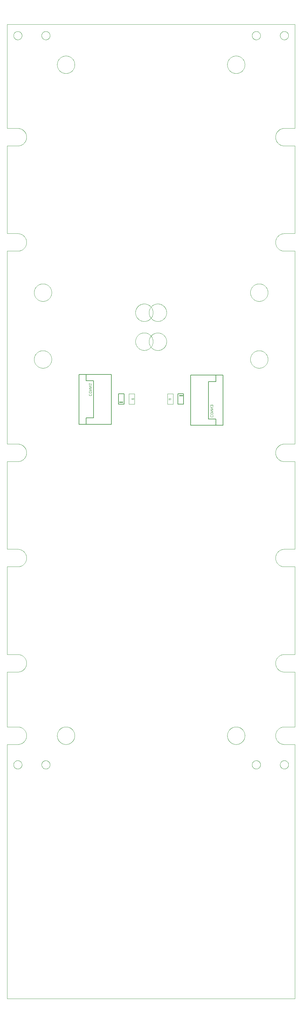
<source format=gbo>
G75*
%MOIN*%
%OFA0B0*%
%FSLAX25Y25*%
%IPPOS*%
%LPD*%
%AMOC8*
5,1,8,0,0,1.08239X$1,22.5*
%
%ADD10C,0.00004*%
%ADD11C,0.00394*%
%ADD12C,0.00500*%
%ADD13C,0.00900*%
%ADD14C,0.00300*%
%ADD15C,0.00100*%
%ADD16C,0.00200*%
D10*
X0001063Y0001002D02*
X0323898Y0001002D01*
X0323898Y0286435D01*
X0312087Y0286435D01*
X0311847Y0286438D01*
X0311608Y0286447D01*
X0311369Y0286461D01*
X0311130Y0286482D01*
X0310891Y0286508D01*
X0310654Y0286540D01*
X0310417Y0286578D01*
X0310181Y0286621D01*
X0309947Y0286670D01*
X0309714Y0286725D01*
X0309482Y0286786D01*
X0309251Y0286852D01*
X0309023Y0286924D01*
X0308796Y0287002D01*
X0308571Y0287084D01*
X0308348Y0287173D01*
X0308127Y0287267D01*
X0307909Y0287366D01*
X0307693Y0287470D01*
X0307480Y0287580D01*
X0307270Y0287694D01*
X0307062Y0287814D01*
X0306857Y0287939D01*
X0306656Y0288069D01*
X0306458Y0288204D01*
X0306263Y0288343D01*
X0306071Y0288487D01*
X0305883Y0288636D01*
X0305699Y0288789D01*
X0305519Y0288947D01*
X0305342Y0289109D01*
X0305169Y0289276D01*
X0305001Y0289446D01*
X0304837Y0289621D01*
X0304677Y0289799D01*
X0304521Y0289982D01*
X0304370Y0290168D01*
X0304224Y0290358D01*
X0304082Y0290551D01*
X0303945Y0290747D01*
X0303812Y0290947D01*
X0303685Y0291150D01*
X0303563Y0291356D01*
X0303445Y0291566D01*
X0303333Y0291777D01*
X0303226Y0291992D01*
X0303124Y0292209D01*
X0303028Y0292428D01*
X0302937Y0292650D01*
X0302851Y0292874D01*
X0302771Y0293100D01*
X0302697Y0293328D01*
X0302628Y0293557D01*
X0302564Y0293788D01*
X0302506Y0294021D01*
X0302454Y0294255D01*
X0302408Y0294490D01*
X0302367Y0294726D01*
X0302332Y0294964D01*
X0302303Y0295201D01*
X0302280Y0295440D01*
X0302262Y0295679D01*
X0302251Y0295919D01*
X0302245Y0296158D01*
X0302245Y0296398D01*
X0302251Y0296637D01*
X0302262Y0296877D01*
X0302280Y0297116D01*
X0302303Y0297355D01*
X0302332Y0297592D01*
X0302367Y0297830D01*
X0302408Y0298066D01*
X0302454Y0298301D01*
X0302506Y0298535D01*
X0302564Y0298768D01*
X0302628Y0298999D01*
X0302697Y0299228D01*
X0302771Y0299456D01*
X0302851Y0299682D01*
X0302937Y0299906D01*
X0303028Y0300128D01*
X0303124Y0300347D01*
X0303226Y0300564D01*
X0303333Y0300779D01*
X0303445Y0300990D01*
X0303563Y0301200D01*
X0303685Y0301406D01*
X0303812Y0301609D01*
X0303945Y0301809D01*
X0304082Y0302005D01*
X0304224Y0302198D01*
X0304370Y0302388D01*
X0304521Y0302574D01*
X0304677Y0302757D01*
X0304837Y0302935D01*
X0305001Y0303110D01*
X0305169Y0303280D01*
X0305342Y0303447D01*
X0305519Y0303609D01*
X0305699Y0303767D01*
X0305883Y0303920D01*
X0306071Y0304069D01*
X0306263Y0304213D01*
X0306458Y0304352D01*
X0306656Y0304487D01*
X0306857Y0304617D01*
X0307062Y0304742D01*
X0307270Y0304862D01*
X0307480Y0304976D01*
X0307693Y0305086D01*
X0307909Y0305190D01*
X0308127Y0305289D01*
X0308348Y0305383D01*
X0308571Y0305472D01*
X0308796Y0305554D01*
X0309023Y0305632D01*
X0309251Y0305704D01*
X0309482Y0305770D01*
X0309714Y0305831D01*
X0309947Y0305886D01*
X0310181Y0305935D01*
X0310417Y0305978D01*
X0310654Y0306016D01*
X0310891Y0306048D01*
X0311130Y0306074D01*
X0311369Y0306095D01*
X0311608Y0306109D01*
X0311847Y0306118D01*
X0312087Y0306121D01*
X0312087Y0306120D02*
X0323898Y0306120D01*
X0323898Y0367734D01*
X0312087Y0367734D01*
X0311847Y0367737D01*
X0311608Y0367746D01*
X0311369Y0367760D01*
X0311130Y0367781D01*
X0310891Y0367807D01*
X0310654Y0367839D01*
X0310417Y0367877D01*
X0310181Y0367920D01*
X0309947Y0367969D01*
X0309714Y0368024D01*
X0309482Y0368085D01*
X0309251Y0368151D01*
X0309023Y0368223D01*
X0308796Y0368301D01*
X0308571Y0368383D01*
X0308348Y0368472D01*
X0308127Y0368566D01*
X0307909Y0368665D01*
X0307693Y0368769D01*
X0307480Y0368879D01*
X0307270Y0368993D01*
X0307062Y0369113D01*
X0306857Y0369238D01*
X0306656Y0369368D01*
X0306458Y0369503D01*
X0306263Y0369642D01*
X0306071Y0369786D01*
X0305883Y0369935D01*
X0305699Y0370088D01*
X0305519Y0370246D01*
X0305342Y0370408D01*
X0305169Y0370575D01*
X0305001Y0370745D01*
X0304837Y0370920D01*
X0304677Y0371098D01*
X0304521Y0371281D01*
X0304370Y0371467D01*
X0304224Y0371657D01*
X0304082Y0371850D01*
X0303945Y0372046D01*
X0303812Y0372246D01*
X0303685Y0372449D01*
X0303563Y0372655D01*
X0303445Y0372865D01*
X0303333Y0373076D01*
X0303226Y0373291D01*
X0303124Y0373508D01*
X0303028Y0373727D01*
X0302937Y0373949D01*
X0302851Y0374173D01*
X0302771Y0374399D01*
X0302697Y0374627D01*
X0302628Y0374856D01*
X0302564Y0375087D01*
X0302506Y0375320D01*
X0302454Y0375554D01*
X0302408Y0375789D01*
X0302367Y0376025D01*
X0302332Y0376263D01*
X0302303Y0376500D01*
X0302280Y0376739D01*
X0302262Y0376978D01*
X0302251Y0377218D01*
X0302245Y0377457D01*
X0302245Y0377697D01*
X0302251Y0377936D01*
X0302262Y0378176D01*
X0302280Y0378415D01*
X0302303Y0378654D01*
X0302332Y0378891D01*
X0302367Y0379129D01*
X0302408Y0379365D01*
X0302454Y0379600D01*
X0302506Y0379834D01*
X0302564Y0380067D01*
X0302628Y0380298D01*
X0302697Y0380527D01*
X0302771Y0380755D01*
X0302851Y0380981D01*
X0302937Y0381205D01*
X0303028Y0381427D01*
X0303124Y0381646D01*
X0303226Y0381863D01*
X0303333Y0382078D01*
X0303445Y0382289D01*
X0303563Y0382499D01*
X0303685Y0382705D01*
X0303812Y0382908D01*
X0303945Y0383108D01*
X0304082Y0383304D01*
X0304224Y0383497D01*
X0304370Y0383687D01*
X0304521Y0383873D01*
X0304677Y0384056D01*
X0304837Y0384234D01*
X0305001Y0384409D01*
X0305169Y0384579D01*
X0305342Y0384746D01*
X0305519Y0384908D01*
X0305699Y0385066D01*
X0305883Y0385219D01*
X0306071Y0385368D01*
X0306263Y0385512D01*
X0306458Y0385651D01*
X0306656Y0385786D01*
X0306857Y0385916D01*
X0307062Y0386041D01*
X0307270Y0386161D01*
X0307480Y0386275D01*
X0307693Y0386385D01*
X0307909Y0386489D01*
X0308127Y0386588D01*
X0308348Y0386682D01*
X0308571Y0386771D01*
X0308796Y0386853D01*
X0309023Y0386931D01*
X0309251Y0387003D01*
X0309482Y0387069D01*
X0309714Y0387130D01*
X0309947Y0387185D01*
X0310181Y0387234D01*
X0310417Y0387277D01*
X0310654Y0387315D01*
X0310891Y0387347D01*
X0311130Y0387373D01*
X0311369Y0387394D01*
X0311608Y0387408D01*
X0311847Y0387417D01*
X0312087Y0387420D01*
X0312087Y0387419D02*
X0323898Y0387419D01*
X0323898Y0485844D01*
X0312087Y0485844D01*
X0311847Y0485847D01*
X0311608Y0485856D01*
X0311369Y0485870D01*
X0311130Y0485891D01*
X0310891Y0485917D01*
X0310654Y0485949D01*
X0310417Y0485987D01*
X0310181Y0486030D01*
X0309947Y0486079D01*
X0309714Y0486134D01*
X0309482Y0486195D01*
X0309251Y0486261D01*
X0309023Y0486333D01*
X0308796Y0486411D01*
X0308571Y0486493D01*
X0308348Y0486582D01*
X0308127Y0486676D01*
X0307909Y0486775D01*
X0307693Y0486879D01*
X0307480Y0486989D01*
X0307270Y0487103D01*
X0307062Y0487223D01*
X0306857Y0487348D01*
X0306656Y0487478D01*
X0306458Y0487613D01*
X0306263Y0487752D01*
X0306071Y0487896D01*
X0305883Y0488045D01*
X0305699Y0488198D01*
X0305519Y0488356D01*
X0305342Y0488518D01*
X0305169Y0488685D01*
X0305001Y0488855D01*
X0304837Y0489030D01*
X0304677Y0489208D01*
X0304521Y0489391D01*
X0304370Y0489577D01*
X0304224Y0489767D01*
X0304082Y0489960D01*
X0303945Y0490156D01*
X0303812Y0490356D01*
X0303685Y0490559D01*
X0303563Y0490765D01*
X0303445Y0490975D01*
X0303333Y0491186D01*
X0303226Y0491401D01*
X0303124Y0491618D01*
X0303028Y0491837D01*
X0302937Y0492059D01*
X0302851Y0492283D01*
X0302771Y0492509D01*
X0302697Y0492737D01*
X0302628Y0492966D01*
X0302564Y0493197D01*
X0302506Y0493430D01*
X0302454Y0493664D01*
X0302408Y0493899D01*
X0302367Y0494135D01*
X0302332Y0494373D01*
X0302303Y0494610D01*
X0302280Y0494849D01*
X0302262Y0495088D01*
X0302251Y0495328D01*
X0302245Y0495567D01*
X0302245Y0495807D01*
X0302251Y0496046D01*
X0302262Y0496286D01*
X0302280Y0496525D01*
X0302303Y0496764D01*
X0302332Y0497001D01*
X0302367Y0497239D01*
X0302408Y0497475D01*
X0302454Y0497710D01*
X0302506Y0497944D01*
X0302564Y0498177D01*
X0302628Y0498408D01*
X0302697Y0498637D01*
X0302771Y0498865D01*
X0302851Y0499091D01*
X0302937Y0499315D01*
X0303028Y0499537D01*
X0303124Y0499756D01*
X0303226Y0499973D01*
X0303333Y0500188D01*
X0303445Y0500399D01*
X0303563Y0500609D01*
X0303685Y0500815D01*
X0303812Y0501018D01*
X0303945Y0501218D01*
X0304082Y0501414D01*
X0304224Y0501607D01*
X0304370Y0501797D01*
X0304521Y0501983D01*
X0304677Y0502166D01*
X0304837Y0502344D01*
X0305001Y0502519D01*
X0305169Y0502689D01*
X0305342Y0502856D01*
X0305519Y0503018D01*
X0305699Y0503176D01*
X0305883Y0503329D01*
X0306071Y0503478D01*
X0306263Y0503622D01*
X0306458Y0503761D01*
X0306656Y0503896D01*
X0306857Y0504026D01*
X0307062Y0504151D01*
X0307270Y0504271D01*
X0307480Y0504385D01*
X0307693Y0504495D01*
X0307909Y0504599D01*
X0308127Y0504698D01*
X0308348Y0504792D01*
X0308571Y0504881D01*
X0308796Y0504963D01*
X0309023Y0505041D01*
X0309251Y0505113D01*
X0309482Y0505179D01*
X0309714Y0505240D01*
X0309947Y0505295D01*
X0310181Y0505344D01*
X0310417Y0505387D01*
X0310654Y0505425D01*
X0310891Y0505457D01*
X0311130Y0505483D01*
X0311369Y0505504D01*
X0311608Y0505518D01*
X0311847Y0505527D01*
X0312087Y0505530D01*
X0323898Y0505530D01*
X0323898Y0603955D01*
X0312087Y0603955D01*
X0312087Y0603954D02*
X0311847Y0603957D01*
X0311608Y0603966D01*
X0311369Y0603980D01*
X0311130Y0604001D01*
X0310891Y0604027D01*
X0310654Y0604059D01*
X0310417Y0604097D01*
X0310181Y0604140D01*
X0309947Y0604189D01*
X0309714Y0604244D01*
X0309482Y0604305D01*
X0309251Y0604371D01*
X0309023Y0604443D01*
X0308796Y0604521D01*
X0308571Y0604603D01*
X0308348Y0604692D01*
X0308127Y0604786D01*
X0307909Y0604885D01*
X0307693Y0604989D01*
X0307480Y0605099D01*
X0307270Y0605213D01*
X0307062Y0605333D01*
X0306857Y0605458D01*
X0306656Y0605588D01*
X0306458Y0605723D01*
X0306263Y0605862D01*
X0306071Y0606006D01*
X0305883Y0606155D01*
X0305699Y0606308D01*
X0305519Y0606466D01*
X0305342Y0606628D01*
X0305169Y0606795D01*
X0305001Y0606965D01*
X0304837Y0607140D01*
X0304677Y0607318D01*
X0304521Y0607501D01*
X0304370Y0607687D01*
X0304224Y0607877D01*
X0304082Y0608070D01*
X0303945Y0608266D01*
X0303812Y0608466D01*
X0303685Y0608669D01*
X0303563Y0608876D01*
X0303445Y0609085D01*
X0303333Y0609296D01*
X0303226Y0609511D01*
X0303124Y0609728D01*
X0303028Y0609947D01*
X0302937Y0610169D01*
X0302851Y0610393D01*
X0302771Y0610619D01*
X0302697Y0610847D01*
X0302628Y0611076D01*
X0302564Y0611307D01*
X0302506Y0611540D01*
X0302454Y0611774D01*
X0302408Y0612009D01*
X0302367Y0612245D01*
X0302332Y0612483D01*
X0302303Y0612720D01*
X0302280Y0612959D01*
X0302262Y0613198D01*
X0302251Y0613438D01*
X0302245Y0613677D01*
X0302245Y0613917D01*
X0302251Y0614156D01*
X0302262Y0614396D01*
X0302280Y0614635D01*
X0302303Y0614874D01*
X0302332Y0615111D01*
X0302367Y0615349D01*
X0302408Y0615585D01*
X0302454Y0615820D01*
X0302506Y0616054D01*
X0302564Y0616287D01*
X0302628Y0616518D01*
X0302697Y0616747D01*
X0302771Y0616975D01*
X0302851Y0617201D01*
X0302937Y0617425D01*
X0303028Y0617647D01*
X0303124Y0617866D01*
X0303226Y0618083D01*
X0303333Y0618298D01*
X0303445Y0618509D01*
X0303563Y0618719D01*
X0303685Y0618925D01*
X0303812Y0619128D01*
X0303945Y0619328D01*
X0304082Y0619524D01*
X0304224Y0619717D01*
X0304370Y0619907D01*
X0304521Y0620093D01*
X0304677Y0620276D01*
X0304837Y0620454D01*
X0305001Y0620629D01*
X0305169Y0620799D01*
X0305342Y0620966D01*
X0305519Y0621128D01*
X0305699Y0621286D01*
X0305883Y0621439D01*
X0306071Y0621588D01*
X0306263Y0621732D01*
X0306458Y0621871D01*
X0306656Y0622006D01*
X0306857Y0622136D01*
X0307062Y0622261D01*
X0307270Y0622381D01*
X0307480Y0622495D01*
X0307693Y0622605D01*
X0307909Y0622709D01*
X0308127Y0622808D01*
X0308348Y0622902D01*
X0308571Y0622991D01*
X0308796Y0623073D01*
X0309023Y0623151D01*
X0309251Y0623223D01*
X0309482Y0623289D01*
X0309714Y0623350D01*
X0309947Y0623405D01*
X0310181Y0623454D01*
X0310417Y0623497D01*
X0310654Y0623535D01*
X0310891Y0623567D01*
X0311130Y0623593D01*
X0311369Y0623614D01*
X0311608Y0623628D01*
X0311847Y0623637D01*
X0312087Y0623640D01*
X0323898Y0623640D01*
X0323898Y0840175D01*
X0312087Y0840175D01*
X0311847Y0840178D01*
X0311608Y0840187D01*
X0311369Y0840201D01*
X0311130Y0840222D01*
X0310891Y0840248D01*
X0310654Y0840280D01*
X0310417Y0840318D01*
X0310181Y0840361D01*
X0309947Y0840410D01*
X0309714Y0840465D01*
X0309482Y0840526D01*
X0309251Y0840592D01*
X0309023Y0840664D01*
X0308796Y0840742D01*
X0308571Y0840824D01*
X0308348Y0840913D01*
X0308127Y0841007D01*
X0307909Y0841106D01*
X0307693Y0841210D01*
X0307480Y0841320D01*
X0307270Y0841434D01*
X0307062Y0841554D01*
X0306857Y0841679D01*
X0306656Y0841809D01*
X0306458Y0841944D01*
X0306263Y0842083D01*
X0306071Y0842227D01*
X0305883Y0842376D01*
X0305699Y0842529D01*
X0305519Y0842687D01*
X0305342Y0842849D01*
X0305169Y0843016D01*
X0305001Y0843186D01*
X0304837Y0843361D01*
X0304677Y0843539D01*
X0304521Y0843722D01*
X0304370Y0843908D01*
X0304224Y0844098D01*
X0304082Y0844291D01*
X0303945Y0844487D01*
X0303812Y0844687D01*
X0303685Y0844890D01*
X0303563Y0845097D01*
X0303445Y0845306D01*
X0303333Y0845517D01*
X0303226Y0845732D01*
X0303124Y0845949D01*
X0303028Y0846168D01*
X0302937Y0846390D01*
X0302851Y0846614D01*
X0302771Y0846840D01*
X0302697Y0847068D01*
X0302628Y0847297D01*
X0302564Y0847528D01*
X0302506Y0847761D01*
X0302454Y0847995D01*
X0302408Y0848230D01*
X0302367Y0848466D01*
X0302332Y0848704D01*
X0302303Y0848941D01*
X0302280Y0849180D01*
X0302262Y0849419D01*
X0302251Y0849659D01*
X0302245Y0849898D01*
X0302245Y0850138D01*
X0302251Y0850377D01*
X0302262Y0850617D01*
X0302280Y0850856D01*
X0302303Y0851095D01*
X0302332Y0851332D01*
X0302367Y0851570D01*
X0302408Y0851806D01*
X0302454Y0852041D01*
X0302506Y0852275D01*
X0302564Y0852508D01*
X0302628Y0852739D01*
X0302697Y0852968D01*
X0302771Y0853196D01*
X0302851Y0853422D01*
X0302937Y0853646D01*
X0303028Y0853868D01*
X0303124Y0854087D01*
X0303226Y0854304D01*
X0303333Y0854519D01*
X0303445Y0854730D01*
X0303563Y0854940D01*
X0303685Y0855146D01*
X0303812Y0855349D01*
X0303945Y0855549D01*
X0304082Y0855745D01*
X0304224Y0855938D01*
X0304370Y0856128D01*
X0304521Y0856314D01*
X0304677Y0856497D01*
X0304837Y0856675D01*
X0305001Y0856850D01*
X0305169Y0857020D01*
X0305342Y0857187D01*
X0305519Y0857349D01*
X0305699Y0857507D01*
X0305883Y0857660D01*
X0306071Y0857809D01*
X0306263Y0857953D01*
X0306458Y0858092D01*
X0306656Y0858227D01*
X0306857Y0858357D01*
X0307062Y0858482D01*
X0307270Y0858602D01*
X0307480Y0858716D01*
X0307693Y0858826D01*
X0307909Y0858930D01*
X0308127Y0859029D01*
X0308348Y0859123D01*
X0308571Y0859212D01*
X0308796Y0859294D01*
X0309023Y0859372D01*
X0309251Y0859444D01*
X0309482Y0859510D01*
X0309714Y0859571D01*
X0309947Y0859626D01*
X0310181Y0859675D01*
X0310417Y0859718D01*
X0310654Y0859756D01*
X0310891Y0859788D01*
X0311130Y0859814D01*
X0311369Y0859835D01*
X0311608Y0859849D01*
X0311847Y0859858D01*
X0312087Y0859861D01*
X0312087Y0859860D02*
X0323898Y0859860D01*
X0323898Y0958285D01*
X0312087Y0958285D01*
X0311847Y0958288D01*
X0311608Y0958297D01*
X0311369Y0958311D01*
X0311130Y0958332D01*
X0310891Y0958358D01*
X0310654Y0958390D01*
X0310417Y0958428D01*
X0310181Y0958471D01*
X0309947Y0958520D01*
X0309714Y0958575D01*
X0309482Y0958636D01*
X0309251Y0958702D01*
X0309023Y0958774D01*
X0308796Y0958852D01*
X0308571Y0958934D01*
X0308348Y0959023D01*
X0308127Y0959117D01*
X0307909Y0959216D01*
X0307693Y0959320D01*
X0307480Y0959430D01*
X0307270Y0959544D01*
X0307062Y0959664D01*
X0306857Y0959789D01*
X0306656Y0959919D01*
X0306458Y0960054D01*
X0306263Y0960193D01*
X0306071Y0960337D01*
X0305883Y0960486D01*
X0305699Y0960639D01*
X0305519Y0960797D01*
X0305342Y0960959D01*
X0305169Y0961126D01*
X0305001Y0961296D01*
X0304837Y0961471D01*
X0304677Y0961649D01*
X0304521Y0961832D01*
X0304370Y0962018D01*
X0304224Y0962208D01*
X0304082Y0962401D01*
X0303945Y0962597D01*
X0303812Y0962797D01*
X0303685Y0963000D01*
X0303563Y0963207D01*
X0303445Y0963416D01*
X0303333Y0963627D01*
X0303226Y0963842D01*
X0303124Y0964059D01*
X0303028Y0964278D01*
X0302937Y0964500D01*
X0302851Y0964724D01*
X0302771Y0964950D01*
X0302697Y0965178D01*
X0302628Y0965407D01*
X0302564Y0965638D01*
X0302506Y0965871D01*
X0302454Y0966105D01*
X0302408Y0966340D01*
X0302367Y0966576D01*
X0302332Y0966814D01*
X0302303Y0967051D01*
X0302280Y0967290D01*
X0302262Y0967529D01*
X0302251Y0967769D01*
X0302245Y0968008D01*
X0302245Y0968248D01*
X0302251Y0968487D01*
X0302262Y0968727D01*
X0302280Y0968966D01*
X0302303Y0969205D01*
X0302332Y0969442D01*
X0302367Y0969680D01*
X0302408Y0969916D01*
X0302454Y0970151D01*
X0302506Y0970385D01*
X0302564Y0970618D01*
X0302628Y0970849D01*
X0302697Y0971078D01*
X0302771Y0971306D01*
X0302851Y0971532D01*
X0302937Y0971756D01*
X0303028Y0971978D01*
X0303124Y0972197D01*
X0303226Y0972414D01*
X0303333Y0972629D01*
X0303445Y0972840D01*
X0303563Y0973050D01*
X0303685Y0973256D01*
X0303812Y0973459D01*
X0303945Y0973659D01*
X0304082Y0973855D01*
X0304224Y0974048D01*
X0304370Y0974238D01*
X0304521Y0974424D01*
X0304677Y0974607D01*
X0304837Y0974785D01*
X0305001Y0974960D01*
X0305169Y0975130D01*
X0305342Y0975297D01*
X0305519Y0975459D01*
X0305699Y0975617D01*
X0305883Y0975770D01*
X0306071Y0975919D01*
X0306263Y0976063D01*
X0306458Y0976202D01*
X0306656Y0976337D01*
X0306857Y0976467D01*
X0307062Y0976592D01*
X0307270Y0976712D01*
X0307480Y0976826D01*
X0307693Y0976936D01*
X0307909Y0977040D01*
X0308127Y0977139D01*
X0308348Y0977233D01*
X0308571Y0977322D01*
X0308796Y0977404D01*
X0309023Y0977482D01*
X0309251Y0977554D01*
X0309482Y0977620D01*
X0309714Y0977681D01*
X0309947Y0977736D01*
X0310181Y0977785D01*
X0310417Y0977828D01*
X0310654Y0977866D01*
X0310891Y0977898D01*
X0311130Y0977924D01*
X0311369Y0977945D01*
X0311608Y0977959D01*
X0311847Y0977968D01*
X0312087Y0977971D01*
X0312087Y0977970D02*
X0323898Y0977970D01*
X0323898Y1094703D01*
X0001063Y1094703D01*
X0001063Y0977970D01*
X0012874Y0977970D01*
X0012874Y0977971D02*
X0013114Y0977968D01*
X0013353Y0977959D01*
X0013592Y0977945D01*
X0013831Y0977924D01*
X0014070Y0977898D01*
X0014307Y0977866D01*
X0014544Y0977828D01*
X0014780Y0977785D01*
X0015014Y0977736D01*
X0015247Y0977681D01*
X0015479Y0977620D01*
X0015710Y0977554D01*
X0015938Y0977482D01*
X0016165Y0977404D01*
X0016390Y0977322D01*
X0016613Y0977233D01*
X0016834Y0977139D01*
X0017052Y0977040D01*
X0017268Y0976936D01*
X0017481Y0976826D01*
X0017691Y0976712D01*
X0017899Y0976592D01*
X0018104Y0976467D01*
X0018305Y0976337D01*
X0018503Y0976202D01*
X0018698Y0976063D01*
X0018890Y0975919D01*
X0019078Y0975770D01*
X0019262Y0975617D01*
X0019442Y0975459D01*
X0019619Y0975297D01*
X0019792Y0975130D01*
X0019960Y0974960D01*
X0020124Y0974785D01*
X0020284Y0974607D01*
X0020440Y0974424D01*
X0020591Y0974238D01*
X0020737Y0974048D01*
X0020879Y0973855D01*
X0021016Y0973659D01*
X0021149Y0973459D01*
X0021276Y0973256D01*
X0021398Y0973050D01*
X0021516Y0972840D01*
X0021628Y0972629D01*
X0021735Y0972414D01*
X0021837Y0972197D01*
X0021933Y0971978D01*
X0022024Y0971756D01*
X0022110Y0971532D01*
X0022190Y0971306D01*
X0022264Y0971078D01*
X0022333Y0970849D01*
X0022397Y0970618D01*
X0022455Y0970385D01*
X0022507Y0970151D01*
X0022553Y0969916D01*
X0022594Y0969680D01*
X0022629Y0969442D01*
X0022658Y0969205D01*
X0022681Y0968966D01*
X0022699Y0968727D01*
X0022710Y0968487D01*
X0022716Y0968248D01*
X0022716Y0968008D01*
X0022710Y0967769D01*
X0022699Y0967529D01*
X0022681Y0967290D01*
X0022658Y0967051D01*
X0022629Y0966814D01*
X0022594Y0966576D01*
X0022553Y0966340D01*
X0022507Y0966105D01*
X0022455Y0965871D01*
X0022397Y0965638D01*
X0022333Y0965407D01*
X0022264Y0965178D01*
X0022190Y0964950D01*
X0022110Y0964724D01*
X0022024Y0964500D01*
X0021933Y0964278D01*
X0021837Y0964059D01*
X0021735Y0963842D01*
X0021628Y0963627D01*
X0021516Y0963416D01*
X0021398Y0963207D01*
X0021276Y0963000D01*
X0021149Y0962797D01*
X0021016Y0962597D01*
X0020879Y0962401D01*
X0020737Y0962208D01*
X0020591Y0962018D01*
X0020440Y0961832D01*
X0020284Y0961649D01*
X0020124Y0961471D01*
X0019960Y0961296D01*
X0019792Y0961126D01*
X0019619Y0960959D01*
X0019442Y0960797D01*
X0019262Y0960639D01*
X0019078Y0960486D01*
X0018890Y0960337D01*
X0018698Y0960193D01*
X0018503Y0960054D01*
X0018305Y0959919D01*
X0018104Y0959789D01*
X0017899Y0959664D01*
X0017691Y0959544D01*
X0017481Y0959430D01*
X0017268Y0959320D01*
X0017052Y0959216D01*
X0016834Y0959117D01*
X0016613Y0959023D01*
X0016390Y0958934D01*
X0016165Y0958852D01*
X0015938Y0958774D01*
X0015710Y0958702D01*
X0015479Y0958636D01*
X0015247Y0958575D01*
X0015014Y0958520D01*
X0014780Y0958471D01*
X0014544Y0958428D01*
X0014307Y0958390D01*
X0014070Y0958358D01*
X0013831Y0958332D01*
X0013592Y0958311D01*
X0013353Y0958297D01*
X0013114Y0958288D01*
X0012874Y0958285D01*
X0001063Y0958285D01*
X0001063Y0859860D01*
X0012874Y0859860D01*
X0012874Y0859861D02*
X0013114Y0859858D01*
X0013353Y0859849D01*
X0013592Y0859835D01*
X0013831Y0859814D01*
X0014070Y0859788D01*
X0014307Y0859756D01*
X0014544Y0859718D01*
X0014780Y0859675D01*
X0015014Y0859626D01*
X0015247Y0859571D01*
X0015479Y0859510D01*
X0015710Y0859444D01*
X0015938Y0859372D01*
X0016165Y0859294D01*
X0016390Y0859212D01*
X0016613Y0859123D01*
X0016834Y0859029D01*
X0017052Y0858930D01*
X0017268Y0858826D01*
X0017481Y0858716D01*
X0017691Y0858602D01*
X0017899Y0858482D01*
X0018104Y0858357D01*
X0018305Y0858227D01*
X0018503Y0858092D01*
X0018698Y0857953D01*
X0018890Y0857809D01*
X0019078Y0857660D01*
X0019262Y0857507D01*
X0019442Y0857349D01*
X0019619Y0857187D01*
X0019792Y0857020D01*
X0019960Y0856850D01*
X0020124Y0856675D01*
X0020284Y0856497D01*
X0020440Y0856314D01*
X0020591Y0856128D01*
X0020737Y0855938D01*
X0020879Y0855745D01*
X0021016Y0855549D01*
X0021149Y0855349D01*
X0021276Y0855146D01*
X0021398Y0854940D01*
X0021516Y0854730D01*
X0021628Y0854519D01*
X0021735Y0854304D01*
X0021837Y0854087D01*
X0021933Y0853868D01*
X0022024Y0853646D01*
X0022110Y0853422D01*
X0022190Y0853196D01*
X0022264Y0852968D01*
X0022333Y0852739D01*
X0022397Y0852508D01*
X0022455Y0852275D01*
X0022507Y0852041D01*
X0022553Y0851806D01*
X0022594Y0851570D01*
X0022629Y0851332D01*
X0022658Y0851095D01*
X0022681Y0850856D01*
X0022699Y0850617D01*
X0022710Y0850377D01*
X0022716Y0850138D01*
X0022716Y0849898D01*
X0022710Y0849659D01*
X0022699Y0849419D01*
X0022681Y0849180D01*
X0022658Y0848941D01*
X0022629Y0848704D01*
X0022594Y0848466D01*
X0022553Y0848230D01*
X0022507Y0847995D01*
X0022455Y0847761D01*
X0022397Y0847528D01*
X0022333Y0847297D01*
X0022264Y0847068D01*
X0022190Y0846840D01*
X0022110Y0846614D01*
X0022024Y0846390D01*
X0021933Y0846168D01*
X0021837Y0845949D01*
X0021735Y0845732D01*
X0021628Y0845517D01*
X0021516Y0845306D01*
X0021398Y0845097D01*
X0021276Y0844890D01*
X0021149Y0844687D01*
X0021016Y0844487D01*
X0020879Y0844291D01*
X0020737Y0844098D01*
X0020591Y0843908D01*
X0020440Y0843722D01*
X0020284Y0843539D01*
X0020124Y0843361D01*
X0019960Y0843186D01*
X0019792Y0843016D01*
X0019619Y0842849D01*
X0019442Y0842687D01*
X0019262Y0842529D01*
X0019078Y0842376D01*
X0018890Y0842227D01*
X0018698Y0842083D01*
X0018503Y0841944D01*
X0018305Y0841809D01*
X0018104Y0841679D01*
X0017899Y0841554D01*
X0017691Y0841434D01*
X0017481Y0841320D01*
X0017268Y0841210D01*
X0017052Y0841106D01*
X0016834Y0841007D01*
X0016613Y0840913D01*
X0016390Y0840824D01*
X0016165Y0840742D01*
X0015938Y0840664D01*
X0015710Y0840592D01*
X0015479Y0840526D01*
X0015247Y0840465D01*
X0015014Y0840410D01*
X0014780Y0840361D01*
X0014544Y0840318D01*
X0014307Y0840280D01*
X0014070Y0840248D01*
X0013831Y0840222D01*
X0013592Y0840201D01*
X0013353Y0840187D01*
X0013114Y0840178D01*
X0012874Y0840175D01*
X0001063Y0840175D01*
X0001063Y0623640D01*
X0012874Y0623640D01*
X0013114Y0623637D01*
X0013353Y0623628D01*
X0013592Y0623614D01*
X0013831Y0623593D01*
X0014070Y0623567D01*
X0014307Y0623535D01*
X0014544Y0623497D01*
X0014780Y0623454D01*
X0015014Y0623405D01*
X0015247Y0623350D01*
X0015479Y0623289D01*
X0015710Y0623223D01*
X0015938Y0623151D01*
X0016165Y0623073D01*
X0016390Y0622991D01*
X0016613Y0622902D01*
X0016834Y0622808D01*
X0017052Y0622709D01*
X0017268Y0622605D01*
X0017481Y0622495D01*
X0017691Y0622381D01*
X0017899Y0622261D01*
X0018104Y0622136D01*
X0018305Y0622006D01*
X0018503Y0621871D01*
X0018698Y0621732D01*
X0018890Y0621588D01*
X0019078Y0621439D01*
X0019262Y0621286D01*
X0019442Y0621128D01*
X0019619Y0620966D01*
X0019792Y0620799D01*
X0019960Y0620629D01*
X0020124Y0620454D01*
X0020284Y0620276D01*
X0020440Y0620093D01*
X0020591Y0619907D01*
X0020737Y0619717D01*
X0020879Y0619524D01*
X0021016Y0619328D01*
X0021149Y0619128D01*
X0021276Y0618925D01*
X0021398Y0618719D01*
X0021516Y0618509D01*
X0021628Y0618298D01*
X0021735Y0618083D01*
X0021837Y0617866D01*
X0021933Y0617647D01*
X0022024Y0617425D01*
X0022110Y0617201D01*
X0022190Y0616975D01*
X0022264Y0616747D01*
X0022333Y0616518D01*
X0022397Y0616287D01*
X0022455Y0616054D01*
X0022507Y0615820D01*
X0022553Y0615585D01*
X0022594Y0615349D01*
X0022629Y0615111D01*
X0022658Y0614874D01*
X0022681Y0614635D01*
X0022699Y0614396D01*
X0022710Y0614156D01*
X0022716Y0613917D01*
X0022716Y0613677D01*
X0022710Y0613438D01*
X0022699Y0613198D01*
X0022681Y0612959D01*
X0022658Y0612720D01*
X0022629Y0612483D01*
X0022594Y0612245D01*
X0022553Y0612009D01*
X0022507Y0611774D01*
X0022455Y0611540D01*
X0022397Y0611307D01*
X0022333Y0611076D01*
X0022264Y0610847D01*
X0022190Y0610619D01*
X0022110Y0610393D01*
X0022024Y0610169D01*
X0021933Y0609947D01*
X0021837Y0609728D01*
X0021735Y0609511D01*
X0021628Y0609296D01*
X0021516Y0609085D01*
X0021398Y0608876D01*
X0021276Y0608669D01*
X0021149Y0608466D01*
X0021016Y0608266D01*
X0020879Y0608070D01*
X0020737Y0607877D01*
X0020591Y0607687D01*
X0020440Y0607501D01*
X0020284Y0607318D01*
X0020124Y0607140D01*
X0019960Y0606965D01*
X0019792Y0606795D01*
X0019619Y0606628D01*
X0019442Y0606466D01*
X0019262Y0606308D01*
X0019078Y0606155D01*
X0018890Y0606006D01*
X0018698Y0605862D01*
X0018503Y0605723D01*
X0018305Y0605588D01*
X0018104Y0605458D01*
X0017899Y0605333D01*
X0017691Y0605213D01*
X0017481Y0605099D01*
X0017268Y0604989D01*
X0017052Y0604885D01*
X0016834Y0604786D01*
X0016613Y0604692D01*
X0016390Y0604603D01*
X0016165Y0604521D01*
X0015938Y0604443D01*
X0015710Y0604371D01*
X0015479Y0604305D01*
X0015247Y0604244D01*
X0015014Y0604189D01*
X0014780Y0604140D01*
X0014544Y0604097D01*
X0014307Y0604059D01*
X0014070Y0604027D01*
X0013831Y0604001D01*
X0013592Y0603980D01*
X0013353Y0603966D01*
X0013114Y0603957D01*
X0012874Y0603954D01*
X0012874Y0603955D02*
X0001063Y0603955D01*
X0001063Y0505530D01*
X0012874Y0505530D01*
X0013114Y0505527D01*
X0013353Y0505518D01*
X0013592Y0505504D01*
X0013831Y0505483D01*
X0014070Y0505457D01*
X0014307Y0505425D01*
X0014544Y0505387D01*
X0014780Y0505344D01*
X0015014Y0505295D01*
X0015247Y0505240D01*
X0015479Y0505179D01*
X0015710Y0505113D01*
X0015938Y0505041D01*
X0016165Y0504963D01*
X0016390Y0504881D01*
X0016613Y0504792D01*
X0016834Y0504698D01*
X0017052Y0504599D01*
X0017268Y0504495D01*
X0017481Y0504385D01*
X0017691Y0504271D01*
X0017899Y0504151D01*
X0018104Y0504026D01*
X0018305Y0503896D01*
X0018503Y0503761D01*
X0018698Y0503622D01*
X0018890Y0503478D01*
X0019078Y0503329D01*
X0019262Y0503176D01*
X0019442Y0503018D01*
X0019619Y0502856D01*
X0019792Y0502689D01*
X0019960Y0502519D01*
X0020124Y0502344D01*
X0020284Y0502166D01*
X0020440Y0501983D01*
X0020591Y0501797D01*
X0020737Y0501607D01*
X0020879Y0501414D01*
X0021016Y0501218D01*
X0021149Y0501018D01*
X0021276Y0500815D01*
X0021398Y0500609D01*
X0021516Y0500399D01*
X0021628Y0500188D01*
X0021735Y0499973D01*
X0021837Y0499756D01*
X0021933Y0499537D01*
X0022024Y0499315D01*
X0022110Y0499091D01*
X0022190Y0498865D01*
X0022264Y0498637D01*
X0022333Y0498408D01*
X0022397Y0498177D01*
X0022455Y0497944D01*
X0022507Y0497710D01*
X0022553Y0497475D01*
X0022594Y0497239D01*
X0022629Y0497001D01*
X0022658Y0496764D01*
X0022681Y0496525D01*
X0022699Y0496286D01*
X0022710Y0496046D01*
X0022716Y0495807D01*
X0022716Y0495567D01*
X0022710Y0495328D01*
X0022699Y0495088D01*
X0022681Y0494849D01*
X0022658Y0494610D01*
X0022629Y0494373D01*
X0022594Y0494135D01*
X0022553Y0493899D01*
X0022507Y0493664D01*
X0022455Y0493430D01*
X0022397Y0493197D01*
X0022333Y0492966D01*
X0022264Y0492737D01*
X0022190Y0492509D01*
X0022110Y0492283D01*
X0022024Y0492059D01*
X0021933Y0491837D01*
X0021837Y0491618D01*
X0021735Y0491401D01*
X0021628Y0491186D01*
X0021516Y0490975D01*
X0021398Y0490766D01*
X0021276Y0490559D01*
X0021149Y0490356D01*
X0021016Y0490156D01*
X0020879Y0489960D01*
X0020737Y0489767D01*
X0020591Y0489577D01*
X0020440Y0489391D01*
X0020284Y0489208D01*
X0020124Y0489030D01*
X0019960Y0488855D01*
X0019792Y0488685D01*
X0019619Y0488518D01*
X0019442Y0488356D01*
X0019262Y0488198D01*
X0019078Y0488045D01*
X0018890Y0487896D01*
X0018698Y0487752D01*
X0018503Y0487613D01*
X0018305Y0487478D01*
X0018104Y0487348D01*
X0017899Y0487223D01*
X0017691Y0487103D01*
X0017481Y0486989D01*
X0017268Y0486879D01*
X0017052Y0486775D01*
X0016834Y0486676D01*
X0016613Y0486582D01*
X0016390Y0486493D01*
X0016165Y0486411D01*
X0015938Y0486333D01*
X0015710Y0486261D01*
X0015479Y0486195D01*
X0015247Y0486134D01*
X0015014Y0486079D01*
X0014780Y0486030D01*
X0014544Y0485987D01*
X0014307Y0485949D01*
X0014070Y0485917D01*
X0013831Y0485891D01*
X0013592Y0485870D01*
X0013353Y0485856D01*
X0013114Y0485847D01*
X0012874Y0485844D01*
X0001063Y0485844D01*
X0001063Y0387419D01*
X0012874Y0387419D01*
X0012874Y0387420D02*
X0013114Y0387417D01*
X0013353Y0387408D01*
X0013592Y0387394D01*
X0013831Y0387373D01*
X0014070Y0387347D01*
X0014307Y0387315D01*
X0014544Y0387277D01*
X0014780Y0387234D01*
X0015014Y0387185D01*
X0015247Y0387130D01*
X0015479Y0387069D01*
X0015710Y0387003D01*
X0015938Y0386931D01*
X0016165Y0386853D01*
X0016390Y0386771D01*
X0016613Y0386682D01*
X0016834Y0386588D01*
X0017052Y0386489D01*
X0017268Y0386385D01*
X0017481Y0386275D01*
X0017691Y0386161D01*
X0017899Y0386041D01*
X0018104Y0385916D01*
X0018305Y0385786D01*
X0018503Y0385651D01*
X0018698Y0385512D01*
X0018890Y0385368D01*
X0019078Y0385219D01*
X0019262Y0385066D01*
X0019442Y0384908D01*
X0019619Y0384746D01*
X0019792Y0384579D01*
X0019960Y0384409D01*
X0020124Y0384234D01*
X0020284Y0384056D01*
X0020440Y0383873D01*
X0020591Y0383687D01*
X0020737Y0383497D01*
X0020879Y0383304D01*
X0021016Y0383108D01*
X0021149Y0382908D01*
X0021276Y0382705D01*
X0021398Y0382499D01*
X0021516Y0382289D01*
X0021628Y0382078D01*
X0021735Y0381863D01*
X0021837Y0381646D01*
X0021933Y0381427D01*
X0022024Y0381205D01*
X0022110Y0380981D01*
X0022190Y0380755D01*
X0022264Y0380527D01*
X0022333Y0380298D01*
X0022397Y0380067D01*
X0022455Y0379834D01*
X0022507Y0379600D01*
X0022553Y0379365D01*
X0022594Y0379129D01*
X0022629Y0378891D01*
X0022658Y0378654D01*
X0022681Y0378415D01*
X0022699Y0378176D01*
X0022710Y0377936D01*
X0022716Y0377697D01*
X0022716Y0377457D01*
X0022710Y0377218D01*
X0022699Y0376978D01*
X0022681Y0376739D01*
X0022658Y0376500D01*
X0022629Y0376263D01*
X0022594Y0376025D01*
X0022553Y0375789D01*
X0022507Y0375554D01*
X0022455Y0375320D01*
X0022397Y0375087D01*
X0022333Y0374856D01*
X0022264Y0374627D01*
X0022190Y0374399D01*
X0022110Y0374173D01*
X0022024Y0373949D01*
X0021933Y0373727D01*
X0021837Y0373508D01*
X0021735Y0373291D01*
X0021628Y0373076D01*
X0021516Y0372865D01*
X0021398Y0372656D01*
X0021276Y0372449D01*
X0021149Y0372246D01*
X0021016Y0372046D01*
X0020879Y0371850D01*
X0020737Y0371657D01*
X0020591Y0371467D01*
X0020440Y0371281D01*
X0020284Y0371098D01*
X0020124Y0370920D01*
X0019960Y0370745D01*
X0019792Y0370575D01*
X0019619Y0370408D01*
X0019442Y0370246D01*
X0019262Y0370088D01*
X0019078Y0369935D01*
X0018890Y0369786D01*
X0018698Y0369642D01*
X0018503Y0369503D01*
X0018305Y0369368D01*
X0018104Y0369238D01*
X0017899Y0369113D01*
X0017691Y0368993D01*
X0017481Y0368879D01*
X0017268Y0368769D01*
X0017052Y0368665D01*
X0016834Y0368566D01*
X0016613Y0368472D01*
X0016390Y0368383D01*
X0016165Y0368301D01*
X0015938Y0368223D01*
X0015710Y0368151D01*
X0015479Y0368085D01*
X0015247Y0368024D01*
X0015014Y0367969D01*
X0014780Y0367920D01*
X0014544Y0367877D01*
X0014307Y0367839D01*
X0014070Y0367807D01*
X0013831Y0367781D01*
X0013592Y0367760D01*
X0013353Y0367746D01*
X0013114Y0367737D01*
X0012874Y0367734D01*
X0001063Y0367734D01*
X0001063Y0306120D01*
X0012874Y0306120D01*
X0012874Y0306121D02*
X0013114Y0306118D01*
X0013353Y0306109D01*
X0013592Y0306095D01*
X0013831Y0306074D01*
X0014070Y0306048D01*
X0014307Y0306016D01*
X0014544Y0305978D01*
X0014780Y0305935D01*
X0015014Y0305886D01*
X0015247Y0305831D01*
X0015479Y0305770D01*
X0015710Y0305704D01*
X0015938Y0305632D01*
X0016165Y0305554D01*
X0016390Y0305472D01*
X0016613Y0305383D01*
X0016834Y0305289D01*
X0017052Y0305190D01*
X0017268Y0305086D01*
X0017481Y0304976D01*
X0017691Y0304862D01*
X0017899Y0304742D01*
X0018104Y0304617D01*
X0018305Y0304487D01*
X0018503Y0304352D01*
X0018698Y0304213D01*
X0018890Y0304069D01*
X0019078Y0303920D01*
X0019262Y0303767D01*
X0019442Y0303609D01*
X0019619Y0303447D01*
X0019792Y0303280D01*
X0019960Y0303110D01*
X0020124Y0302935D01*
X0020284Y0302757D01*
X0020440Y0302574D01*
X0020591Y0302388D01*
X0020737Y0302198D01*
X0020879Y0302005D01*
X0021016Y0301809D01*
X0021149Y0301609D01*
X0021276Y0301406D01*
X0021398Y0301200D01*
X0021516Y0300990D01*
X0021628Y0300779D01*
X0021735Y0300564D01*
X0021837Y0300347D01*
X0021933Y0300128D01*
X0022024Y0299906D01*
X0022110Y0299682D01*
X0022190Y0299456D01*
X0022264Y0299228D01*
X0022333Y0298999D01*
X0022397Y0298768D01*
X0022455Y0298535D01*
X0022507Y0298301D01*
X0022553Y0298066D01*
X0022594Y0297830D01*
X0022629Y0297592D01*
X0022658Y0297355D01*
X0022681Y0297116D01*
X0022699Y0296877D01*
X0022710Y0296637D01*
X0022716Y0296398D01*
X0022716Y0296158D01*
X0022710Y0295919D01*
X0022699Y0295679D01*
X0022681Y0295440D01*
X0022658Y0295201D01*
X0022629Y0294964D01*
X0022594Y0294726D01*
X0022553Y0294490D01*
X0022507Y0294255D01*
X0022455Y0294021D01*
X0022397Y0293788D01*
X0022333Y0293557D01*
X0022264Y0293328D01*
X0022190Y0293100D01*
X0022110Y0292874D01*
X0022024Y0292650D01*
X0021933Y0292428D01*
X0021837Y0292209D01*
X0021735Y0291992D01*
X0021628Y0291777D01*
X0021516Y0291566D01*
X0021398Y0291357D01*
X0021276Y0291150D01*
X0021149Y0290947D01*
X0021016Y0290747D01*
X0020879Y0290551D01*
X0020737Y0290358D01*
X0020591Y0290168D01*
X0020440Y0289982D01*
X0020284Y0289799D01*
X0020124Y0289621D01*
X0019960Y0289446D01*
X0019792Y0289276D01*
X0019619Y0289109D01*
X0019442Y0288947D01*
X0019262Y0288789D01*
X0019078Y0288636D01*
X0018890Y0288487D01*
X0018698Y0288343D01*
X0018503Y0288204D01*
X0018305Y0288069D01*
X0018104Y0287939D01*
X0017899Y0287814D01*
X0017691Y0287694D01*
X0017481Y0287580D01*
X0017268Y0287470D01*
X0017052Y0287366D01*
X0016834Y0287267D01*
X0016613Y0287173D01*
X0016390Y0287084D01*
X0016165Y0287002D01*
X0015938Y0286924D01*
X0015710Y0286852D01*
X0015479Y0286786D01*
X0015247Y0286725D01*
X0015014Y0286670D01*
X0014780Y0286621D01*
X0014544Y0286578D01*
X0014307Y0286540D01*
X0014070Y0286508D01*
X0013831Y0286482D01*
X0013592Y0286461D01*
X0013353Y0286447D01*
X0013114Y0286438D01*
X0012874Y0286435D01*
X0001063Y0286435D01*
X0001063Y0001002D01*
X0008187Y0263600D02*
X0008189Y0263736D01*
X0008195Y0263873D01*
X0008205Y0264008D01*
X0008219Y0264144D01*
X0008236Y0264279D01*
X0008258Y0264414D01*
X0008284Y0264548D01*
X0008313Y0264681D01*
X0008347Y0264813D01*
X0008384Y0264944D01*
X0008425Y0265074D01*
X0008470Y0265203D01*
X0008518Y0265330D01*
X0008570Y0265456D01*
X0008626Y0265581D01*
X0008686Y0265704D01*
X0008748Y0265824D01*
X0008815Y0265943D01*
X0008885Y0266061D01*
X0008958Y0266176D01*
X0009035Y0266288D01*
X0009114Y0266399D01*
X0009197Y0266507D01*
X0009284Y0266613D01*
X0009373Y0266716D01*
X0009465Y0266816D01*
X0009560Y0266914D01*
X0009658Y0267009D01*
X0009758Y0267101D01*
X0009861Y0267190D01*
X0009967Y0267277D01*
X0010075Y0267360D01*
X0010186Y0267439D01*
X0010298Y0267516D01*
X0010413Y0267589D01*
X0010530Y0267659D01*
X0010650Y0267726D01*
X0010770Y0267788D01*
X0010893Y0267848D01*
X0011018Y0267904D01*
X0011144Y0267956D01*
X0011271Y0268004D01*
X0011400Y0268049D01*
X0011530Y0268090D01*
X0011661Y0268127D01*
X0011793Y0268161D01*
X0011926Y0268190D01*
X0012060Y0268216D01*
X0012195Y0268238D01*
X0012330Y0268255D01*
X0012466Y0268269D01*
X0012601Y0268279D01*
X0012738Y0268285D01*
X0012874Y0268287D01*
X0013010Y0268285D01*
X0013147Y0268279D01*
X0013282Y0268269D01*
X0013418Y0268255D01*
X0013553Y0268238D01*
X0013688Y0268216D01*
X0013822Y0268190D01*
X0013955Y0268161D01*
X0014087Y0268127D01*
X0014218Y0268090D01*
X0014348Y0268049D01*
X0014477Y0268004D01*
X0014604Y0267956D01*
X0014730Y0267904D01*
X0014855Y0267848D01*
X0014978Y0267788D01*
X0015098Y0267726D01*
X0015217Y0267659D01*
X0015335Y0267589D01*
X0015450Y0267516D01*
X0015562Y0267439D01*
X0015673Y0267360D01*
X0015781Y0267277D01*
X0015887Y0267190D01*
X0015990Y0267101D01*
X0016090Y0267009D01*
X0016188Y0266914D01*
X0016283Y0266816D01*
X0016375Y0266716D01*
X0016464Y0266613D01*
X0016551Y0266507D01*
X0016634Y0266399D01*
X0016713Y0266288D01*
X0016790Y0266176D01*
X0016863Y0266061D01*
X0016933Y0265943D01*
X0017000Y0265824D01*
X0017062Y0265704D01*
X0017122Y0265581D01*
X0017178Y0265456D01*
X0017230Y0265330D01*
X0017278Y0265203D01*
X0017323Y0265074D01*
X0017364Y0264944D01*
X0017401Y0264813D01*
X0017435Y0264681D01*
X0017464Y0264548D01*
X0017490Y0264414D01*
X0017512Y0264279D01*
X0017529Y0264144D01*
X0017543Y0264008D01*
X0017553Y0263873D01*
X0017559Y0263736D01*
X0017561Y0263600D01*
X0017559Y0263464D01*
X0017553Y0263327D01*
X0017543Y0263192D01*
X0017529Y0263056D01*
X0017512Y0262921D01*
X0017490Y0262786D01*
X0017464Y0262652D01*
X0017435Y0262519D01*
X0017401Y0262387D01*
X0017364Y0262256D01*
X0017323Y0262126D01*
X0017278Y0261997D01*
X0017230Y0261870D01*
X0017178Y0261744D01*
X0017122Y0261619D01*
X0017062Y0261496D01*
X0017000Y0261376D01*
X0016933Y0261256D01*
X0016863Y0261139D01*
X0016790Y0261024D01*
X0016713Y0260912D01*
X0016634Y0260801D01*
X0016551Y0260693D01*
X0016464Y0260587D01*
X0016375Y0260484D01*
X0016283Y0260384D01*
X0016188Y0260286D01*
X0016090Y0260191D01*
X0015990Y0260099D01*
X0015887Y0260010D01*
X0015781Y0259923D01*
X0015673Y0259840D01*
X0015562Y0259761D01*
X0015450Y0259684D01*
X0015335Y0259611D01*
X0015218Y0259541D01*
X0015098Y0259474D01*
X0014978Y0259412D01*
X0014855Y0259352D01*
X0014730Y0259296D01*
X0014604Y0259244D01*
X0014477Y0259196D01*
X0014348Y0259151D01*
X0014218Y0259110D01*
X0014087Y0259073D01*
X0013955Y0259039D01*
X0013822Y0259010D01*
X0013688Y0258984D01*
X0013553Y0258962D01*
X0013418Y0258945D01*
X0013282Y0258931D01*
X0013147Y0258921D01*
X0013010Y0258915D01*
X0012874Y0258913D01*
X0012738Y0258915D01*
X0012601Y0258921D01*
X0012466Y0258931D01*
X0012330Y0258945D01*
X0012195Y0258962D01*
X0012060Y0258984D01*
X0011926Y0259010D01*
X0011793Y0259039D01*
X0011661Y0259073D01*
X0011530Y0259110D01*
X0011400Y0259151D01*
X0011271Y0259196D01*
X0011144Y0259244D01*
X0011018Y0259296D01*
X0010893Y0259352D01*
X0010770Y0259412D01*
X0010650Y0259474D01*
X0010530Y0259541D01*
X0010413Y0259611D01*
X0010298Y0259684D01*
X0010186Y0259761D01*
X0010075Y0259840D01*
X0009967Y0259923D01*
X0009861Y0260010D01*
X0009758Y0260099D01*
X0009658Y0260191D01*
X0009560Y0260286D01*
X0009465Y0260384D01*
X0009373Y0260484D01*
X0009284Y0260587D01*
X0009197Y0260693D01*
X0009114Y0260801D01*
X0009035Y0260912D01*
X0008958Y0261024D01*
X0008885Y0261139D01*
X0008815Y0261256D01*
X0008748Y0261376D01*
X0008686Y0261496D01*
X0008626Y0261619D01*
X0008570Y0261744D01*
X0008518Y0261870D01*
X0008470Y0261997D01*
X0008425Y0262126D01*
X0008384Y0262256D01*
X0008347Y0262387D01*
X0008313Y0262519D01*
X0008284Y0262652D01*
X0008258Y0262786D01*
X0008236Y0262921D01*
X0008219Y0263056D01*
X0008205Y0263192D01*
X0008195Y0263327D01*
X0008189Y0263464D01*
X0008187Y0263600D01*
X0039683Y0263600D02*
X0039685Y0263736D01*
X0039691Y0263873D01*
X0039701Y0264008D01*
X0039715Y0264144D01*
X0039732Y0264279D01*
X0039754Y0264414D01*
X0039780Y0264548D01*
X0039809Y0264681D01*
X0039843Y0264813D01*
X0039880Y0264944D01*
X0039921Y0265074D01*
X0039966Y0265203D01*
X0040014Y0265330D01*
X0040066Y0265456D01*
X0040122Y0265581D01*
X0040182Y0265704D01*
X0040244Y0265824D01*
X0040311Y0265943D01*
X0040381Y0266061D01*
X0040454Y0266176D01*
X0040531Y0266288D01*
X0040610Y0266399D01*
X0040693Y0266507D01*
X0040780Y0266613D01*
X0040869Y0266716D01*
X0040961Y0266816D01*
X0041056Y0266914D01*
X0041154Y0267009D01*
X0041254Y0267101D01*
X0041357Y0267190D01*
X0041463Y0267277D01*
X0041571Y0267360D01*
X0041682Y0267439D01*
X0041794Y0267516D01*
X0041909Y0267589D01*
X0042026Y0267659D01*
X0042146Y0267726D01*
X0042266Y0267788D01*
X0042389Y0267848D01*
X0042514Y0267904D01*
X0042640Y0267956D01*
X0042767Y0268004D01*
X0042896Y0268049D01*
X0043026Y0268090D01*
X0043157Y0268127D01*
X0043289Y0268161D01*
X0043422Y0268190D01*
X0043556Y0268216D01*
X0043691Y0268238D01*
X0043826Y0268255D01*
X0043962Y0268269D01*
X0044097Y0268279D01*
X0044234Y0268285D01*
X0044370Y0268287D01*
X0044506Y0268285D01*
X0044643Y0268279D01*
X0044778Y0268269D01*
X0044914Y0268255D01*
X0045049Y0268238D01*
X0045184Y0268216D01*
X0045318Y0268190D01*
X0045451Y0268161D01*
X0045583Y0268127D01*
X0045714Y0268090D01*
X0045844Y0268049D01*
X0045973Y0268004D01*
X0046100Y0267956D01*
X0046226Y0267904D01*
X0046351Y0267848D01*
X0046474Y0267788D01*
X0046594Y0267726D01*
X0046713Y0267659D01*
X0046831Y0267589D01*
X0046946Y0267516D01*
X0047058Y0267439D01*
X0047169Y0267360D01*
X0047277Y0267277D01*
X0047383Y0267190D01*
X0047486Y0267101D01*
X0047586Y0267009D01*
X0047684Y0266914D01*
X0047779Y0266816D01*
X0047871Y0266716D01*
X0047960Y0266613D01*
X0048047Y0266507D01*
X0048130Y0266399D01*
X0048209Y0266288D01*
X0048286Y0266176D01*
X0048359Y0266061D01*
X0048429Y0265943D01*
X0048496Y0265824D01*
X0048558Y0265704D01*
X0048618Y0265581D01*
X0048674Y0265456D01*
X0048726Y0265330D01*
X0048774Y0265203D01*
X0048819Y0265074D01*
X0048860Y0264944D01*
X0048897Y0264813D01*
X0048931Y0264681D01*
X0048960Y0264548D01*
X0048986Y0264414D01*
X0049008Y0264279D01*
X0049025Y0264144D01*
X0049039Y0264008D01*
X0049049Y0263873D01*
X0049055Y0263736D01*
X0049057Y0263600D01*
X0049055Y0263464D01*
X0049049Y0263327D01*
X0049039Y0263192D01*
X0049025Y0263056D01*
X0049008Y0262921D01*
X0048986Y0262786D01*
X0048960Y0262652D01*
X0048931Y0262519D01*
X0048897Y0262387D01*
X0048860Y0262256D01*
X0048819Y0262126D01*
X0048774Y0261997D01*
X0048726Y0261870D01*
X0048674Y0261744D01*
X0048618Y0261619D01*
X0048558Y0261496D01*
X0048496Y0261376D01*
X0048429Y0261256D01*
X0048359Y0261139D01*
X0048286Y0261024D01*
X0048209Y0260912D01*
X0048130Y0260801D01*
X0048047Y0260693D01*
X0047960Y0260587D01*
X0047871Y0260484D01*
X0047779Y0260384D01*
X0047684Y0260286D01*
X0047586Y0260191D01*
X0047486Y0260099D01*
X0047383Y0260010D01*
X0047277Y0259923D01*
X0047169Y0259840D01*
X0047058Y0259761D01*
X0046946Y0259684D01*
X0046831Y0259611D01*
X0046714Y0259541D01*
X0046594Y0259474D01*
X0046474Y0259412D01*
X0046351Y0259352D01*
X0046226Y0259296D01*
X0046100Y0259244D01*
X0045973Y0259196D01*
X0045844Y0259151D01*
X0045714Y0259110D01*
X0045583Y0259073D01*
X0045451Y0259039D01*
X0045318Y0259010D01*
X0045184Y0258984D01*
X0045049Y0258962D01*
X0044914Y0258945D01*
X0044778Y0258931D01*
X0044643Y0258921D01*
X0044506Y0258915D01*
X0044370Y0258913D01*
X0044234Y0258915D01*
X0044097Y0258921D01*
X0043962Y0258931D01*
X0043826Y0258945D01*
X0043691Y0258962D01*
X0043556Y0258984D01*
X0043422Y0259010D01*
X0043289Y0259039D01*
X0043157Y0259073D01*
X0043026Y0259110D01*
X0042896Y0259151D01*
X0042767Y0259196D01*
X0042640Y0259244D01*
X0042514Y0259296D01*
X0042389Y0259352D01*
X0042266Y0259412D01*
X0042146Y0259474D01*
X0042026Y0259541D01*
X0041909Y0259611D01*
X0041794Y0259684D01*
X0041682Y0259761D01*
X0041571Y0259840D01*
X0041463Y0259923D01*
X0041357Y0260010D01*
X0041254Y0260099D01*
X0041154Y0260191D01*
X0041056Y0260286D01*
X0040961Y0260384D01*
X0040869Y0260484D01*
X0040780Y0260587D01*
X0040693Y0260693D01*
X0040610Y0260801D01*
X0040531Y0260912D01*
X0040454Y0261024D01*
X0040381Y0261139D01*
X0040311Y0261256D01*
X0040244Y0261376D01*
X0040182Y0261496D01*
X0040122Y0261619D01*
X0040066Y0261744D01*
X0040014Y0261870D01*
X0039966Y0261997D01*
X0039921Y0262126D01*
X0039880Y0262256D01*
X0039843Y0262387D01*
X0039809Y0262519D01*
X0039780Y0262652D01*
X0039754Y0262786D01*
X0039732Y0262921D01*
X0039715Y0263056D01*
X0039701Y0263192D01*
X0039691Y0263327D01*
X0039685Y0263464D01*
X0039683Y0263600D01*
X0057136Y0296278D02*
X0057139Y0296520D01*
X0057148Y0296761D01*
X0057163Y0297002D01*
X0057183Y0297243D01*
X0057210Y0297483D01*
X0057243Y0297722D01*
X0057281Y0297961D01*
X0057325Y0298198D01*
X0057375Y0298435D01*
X0057431Y0298670D01*
X0057493Y0298903D01*
X0057560Y0299135D01*
X0057633Y0299366D01*
X0057711Y0299594D01*
X0057796Y0299820D01*
X0057885Y0300045D01*
X0057980Y0300267D01*
X0058081Y0300486D01*
X0058187Y0300704D01*
X0058298Y0300918D01*
X0058415Y0301130D01*
X0058536Y0301338D01*
X0058663Y0301544D01*
X0058795Y0301746D01*
X0058932Y0301946D01*
X0059073Y0302141D01*
X0059219Y0302334D01*
X0059370Y0302522D01*
X0059526Y0302707D01*
X0059686Y0302888D01*
X0059850Y0303065D01*
X0060019Y0303238D01*
X0060192Y0303407D01*
X0060369Y0303571D01*
X0060550Y0303731D01*
X0060735Y0303887D01*
X0060923Y0304038D01*
X0061116Y0304184D01*
X0061311Y0304325D01*
X0061511Y0304462D01*
X0061713Y0304594D01*
X0061919Y0304721D01*
X0062127Y0304842D01*
X0062339Y0304959D01*
X0062553Y0305070D01*
X0062771Y0305176D01*
X0062990Y0305277D01*
X0063212Y0305372D01*
X0063437Y0305461D01*
X0063663Y0305546D01*
X0063891Y0305624D01*
X0064122Y0305697D01*
X0064354Y0305764D01*
X0064587Y0305826D01*
X0064822Y0305882D01*
X0065059Y0305932D01*
X0065296Y0305976D01*
X0065535Y0306014D01*
X0065774Y0306047D01*
X0066014Y0306074D01*
X0066255Y0306094D01*
X0066496Y0306109D01*
X0066737Y0306118D01*
X0066979Y0306121D01*
X0067221Y0306118D01*
X0067462Y0306109D01*
X0067703Y0306094D01*
X0067944Y0306074D01*
X0068184Y0306047D01*
X0068423Y0306014D01*
X0068662Y0305976D01*
X0068899Y0305932D01*
X0069136Y0305882D01*
X0069371Y0305826D01*
X0069604Y0305764D01*
X0069836Y0305697D01*
X0070067Y0305624D01*
X0070295Y0305546D01*
X0070521Y0305461D01*
X0070746Y0305372D01*
X0070968Y0305277D01*
X0071187Y0305176D01*
X0071405Y0305070D01*
X0071619Y0304959D01*
X0071831Y0304842D01*
X0072039Y0304721D01*
X0072245Y0304594D01*
X0072447Y0304462D01*
X0072647Y0304325D01*
X0072842Y0304184D01*
X0073035Y0304038D01*
X0073223Y0303887D01*
X0073408Y0303731D01*
X0073589Y0303571D01*
X0073766Y0303407D01*
X0073939Y0303238D01*
X0074108Y0303065D01*
X0074272Y0302888D01*
X0074432Y0302707D01*
X0074588Y0302522D01*
X0074739Y0302334D01*
X0074885Y0302141D01*
X0075026Y0301946D01*
X0075163Y0301746D01*
X0075295Y0301544D01*
X0075422Y0301338D01*
X0075543Y0301130D01*
X0075660Y0300918D01*
X0075771Y0300704D01*
X0075877Y0300486D01*
X0075978Y0300267D01*
X0076073Y0300045D01*
X0076162Y0299820D01*
X0076247Y0299594D01*
X0076325Y0299366D01*
X0076398Y0299135D01*
X0076465Y0298903D01*
X0076527Y0298670D01*
X0076583Y0298435D01*
X0076633Y0298198D01*
X0076677Y0297961D01*
X0076715Y0297722D01*
X0076748Y0297483D01*
X0076775Y0297243D01*
X0076795Y0297002D01*
X0076810Y0296761D01*
X0076819Y0296520D01*
X0076822Y0296278D01*
X0076819Y0296036D01*
X0076810Y0295795D01*
X0076795Y0295554D01*
X0076775Y0295313D01*
X0076748Y0295073D01*
X0076715Y0294834D01*
X0076677Y0294595D01*
X0076633Y0294358D01*
X0076583Y0294121D01*
X0076527Y0293886D01*
X0076465Y0293653D01*
X0076398Y0293421D01*
X0076325Y0293190D01*
X0076247Y0292962D01*
X0076162Y0292736D01*
X0076073Y0292511D01*
X0075978Y0292289D01*
X0075877Y0292070D01*
X0075771Y0291852D01*
X0075660Y0291638D01*
X0075543Y0291426D01*
X0075422Y0291218D01*
X0075295Y0291012D01*
X0075163Y0290810D01*
X0075026Y0290610D01*
X0074885Y0290415D01*
X0074739Y0290222D01*
X0074588Y0290034D01*
X0074432Y0289849D01*
X0074272Y0289668D01*
X0074108Y0289491D01*
X0073939Y0289318D01*
X0073766Y0289149D01*
X0073589Y0288985D01*
X0073408Y0288825D01*
X0073223Y0288669D01*
X0073035Y0288518D01*
X0072842Y0288372D01*
X0072647Y0288231D01*
X0072447Y0288094D01*
X0072245Y0287962D01*
X0072039Y0287835D01*
X0071831Y0287714D01*
X0071619Y0287597D01*
X0071405Y0287486D01*
X0071187Y0287380D01*
X0070968Y0287279D01*
X0070746Y0287184D01*
X0070521Y0287095D01*
X0070295Y0287010D01*
X0070067Y0286932D01*
X0069836Y0286859D01*
X0069604Y0286792D01*
X0069371Y0286730D01*
X0069136Y0286674D01*
X0068899Y0286624D01*
X0068662Y0286580D01*
X0068423Y0286542D01*
X0068184Y0286509D01*
X0067944Y0286482D01*
X0067703Y0286462D01*
X0067462Y0286447D01*
X0067221Y0286438D01*
X0066979Y0286435D01*
X0066737Y0286438D01*
X0066496Y0286447D01*
X0066255Y0286462D01*
X0066014Y0286482D01*
X0065774Y0286509D01*
X0065535Y0286542D01*
X0065296Y0286580D01*
X0065059Y0286624D01*
X0064822Y0286674D01*
X0064587Y0286730D01*
X0064354Y0286792D01*
X0064122Y0286859D01*
X0063891Y0286932D01*
X0063663Y0287010D01*
X0063437Y0287095D01*
X0063212Y0287184D01*
X0062990Y0287279D01*
X0062771Y0287380D01*
X0062553Y0287486D01*
X0062339Y0287597D01*
X0062127Y0287714D01*
X0061919Y0287835D01*
X0061713Y0287962D01*
X0061511Y0288094D01*
X0061311Y0288231D01*
X0061116Y0288372D01*
X0060923Y0288518D01*
X0060735Y0288669D01*
X0060550Y0288825D01*
X0060369Y0288985D01*
X0060192Y0289149D01*
X0060019Y0289318D01*
X0059850Y0289491D01*
X0059686Y0289668D01*
X0059526Y0289849D01*
X0059370Y0290034D01*
X0059219Y0290222D01*
X0059073Y0290415D01*
X0058932Y0290610D01*
X0058795Y0290810D01*
X0058663Y0291012D01*
X0058536Y0291218D01*
X0058415Y0291426D01*
X0058298Y0291638D01*
X0058187Y0291852D01*
X0058081Y0292070D01*
X0057980Y0292289D01*
X0057885Y0292511D01*
X0057796Y0292736D01*
X0057711Y0292962D01*
X0057633Y0293190D01*
X0057560Y0293421D01*
X0057493Y0293653D01*
X0057431Y0293886D01*
X0057375Y0294121D01*
X0057325Y0294358D01*
X0057281Y0294595D01*
X0057243Y0294834D01*
X0057210Y0295073D01*
X0057183Y0295313D01*
X0057163Y0295554D01*
X0057148Y0295795D01*
X0057139Y0296036D01*
X0057136Y0296278D01*
X0248139Y0296278D02*
X0248142Y0296520D01*
X0248151Y0296761D01*
X0248166Y0297002D01*
X0248186Y0297243D01*
X0248213Y0297483D01*
X0248246Y0297722D01*
X0248284Y0297961D01*
X0248328Y0298198D01*
X0248378Y0298435D01*
X0248434Y0298670D01*
X0248496Y0298903D01*
X0248563Y0299135D01*
X0248636Y0299366D01*
X0248714Y0299594D01*
X0248799Y0299820D01*
X0248888Y0300045D01*
X0248983Y0300267D01*
X0249084Y0300486D01*
X0249190Y0300704D01*
X0249301Y0300918D01*
X0249418Y0301130D01*
X0249539Y0301338D01*
X0249666Y0301544D01*
X0249798Y0301746D01*
X0249935Y0301946D01*
X0250076Y0302141D01*
X0250222Y0302334D01*
X0250373Y0302522D01*
X0250529Y0302707D01*
X0250689Y0302888D01*
X0250853Y0303065D01*
X0251022Y0303238D01*
X0251195Y0303407D01*
X0251372Y0303571D01*
X0251553Y0303731D01*
X0251738Y0303887D01*
X0251926Y0304038D01*
X0252119Y0304184D01*
X0252314Y0304325D01*
X0252514Y0304462D01*
X0252716Y0304594D01*
X0252922Y0304721D01*
X0253130Y0304842D01*
X0253342Y0304959D01*
X0253556Y0305070D01*
X0253774Y0305176D01*
X0253993Y0305277D01*
X0254215Y0305372D01*
X0254440Y0305461D01*
X0254666Y0305546D01*
X0254894Y0305624D01*
X0255125Y0305697D01*
X0255357Y0305764D01*
X0255590Y0305826D01*
X0255825Y0305882D01*
X0256062Y0305932D01*
X0256299Y0305976D01*
X0256538Y0306014D01*
X0256777Y0306047D01*
X0257017Y0306074D01*
X0257258Y0306094D01*
X0257499Y0306109D01*
X0257740Y0306118D01*
X0257982Y0306121D01*
X0258224Y0306118D01*
X0258465Y0306109D01*
X0258706Y0306094D01*
X0258947Y0306074D01*
X0259187Y0306047D01*
X0259426Y0306014D01*
X0259665Y0305976D01*
X0259902Y0305932D01*
X0260139Y0305882D01*
X0260374Y0305826D01*
X0260607Y0305764D01*
X0260839Y0305697D01*
X0261070Y0305624D01*
X0261298Y0305546D01*
X0261524Y0305461D01*
X0261749Y0305372D01*
X0261971Y0305277D01*
X0262190Y0305176D01*
X0262408Y0305070D01*
X0262622Y0304959D01*
X0262834Y0304842D01*
X0263042Y0304721D01*
X0263248Y0304594D01*
X0263450Y0304462D01*
X0263650Y0304325D01*
X0263845Y0304184D01*
X0264038Y0304038D01*
X0264226Y0303887D01*
X0264411Y0303731D01*
X0264592Y0303571D01*
X0264769Y0303407D01*
X0264942Y0303238D01*
X0265111Y0303065D01*
X0265275Y0302888D01*
X0265435Y0302707D01*
X0265591Y0302522D01*
X0265742Y0302334D01*
X0265888Y0302141D01*
X0266029Y0301946D01*
X0266166Y0301746D01*
X0266298Y0301544D01*
X0266425Y0301338D01*
X0266546Y0301130D01*
X0266663Y0300918D01*
X0266774Y0300704D01*
X0266880Y0300486D01*
X0266981Y0300267D01*
X0267076Y0300045D01*
X0267165Y0299820D01*
X0267250Y0299594D01*
X0267328Y0299366D01*
X0267401Y0299135D01*
X0267468Y0298903D01*
X0267530Y0298670D01*
X0267586Y0298435D01*
X0267636Y0298198D01*
X0267680Y0297961D01*
X0267718Y0297722D01*
X0267751Y0297483D01*
X0267778Y0297243D01*
X0267798Y0297002D01*
X0267813Y0296761D01*
X0267822Y0296520D01*
X0267825Y0296278D01*
X0267822Y0296036D01*
X0267813Y0295795D01*
X0267798Y0295554D01*
X0267778Y0295313D01*
X0267751Y0295073D01*
X0267718Y0294834D01*
X0267680Y0294595D01*
X0267636Y0294358D01*
X0267586Y0294121D01*
X0267530Y0293886D01*
X0267468Y0293653D01*
X0267401Y0293421D01*
X0267328Y0293190D01*
X0267250Y0292962D01*
X0267165Y0292736D01*
X0267076Y0292511D01*
X0266981Y0292289D01*
X0266880Y0292070D01*
X0266774Y0291852D01*
X0266663Y0291638D01*
X0266546Y0291426D01*
X0266425Y0291218D01*
X0266298Y0291012D01*
X0266166Y0290810D01*
X0266029Y0290610D01*
X0265888Y0290415D01*
X0265742Y0290222D01*
X0265591Y0290034D01*
X0265435Y0289849D01*
X0265275Y0289668D01*
X0265111Y0289491D01*
X0264942Y0289318D01*
X0264769Y0289149D01*
X0264592Y0288985D01*
X0264411Y0288825D01*
X0264226Y0288669D01*
X0264038Y0288518D01*
X0263845Y0288372D01*
X0263650Y0288231D01*
X0263450Y0288094D01*
X0263248Y0287962D01*
X0263042Y0287835D01*
X0262834Y0287714D01*
X0262622Y0287597D01*
X0262408Y0287486D01*
X0262190Y0287380D01*
X0261971Y0287279D01*
X0261749Y0287184D01*
X0261524Y0287095D01*
X0261298Y0287010D01*
X0261070Y0286932D01*
X0260839Y0286859D01*
X0260607Y0286792D01*
X0260374Y0286730D01*
X0260139Y0286674D01*
X0259902Y0286624D01*
X0259665Y0286580D01*
X0259426Y0286542D01*
X0259187Y0286509D01*
X0258947Y0286482D01*
X0258706Y0286462D01*
X0258465Y0286447D01*
X0258224Y0286438D01*
X0257982Y0286435D01*
X0257740Y0286438D01*
X0257499Y0286447D01*
X0257258Y0286462D01*
X0257017Y0286482D01*
X0256777Y0286509D01*
X0256538Y0286542D01*
X0256299Y0286580D01*
X0256062Y0286624D01*
X0255825Y0286674D01*
X0255590Y0286730D01*
X0255357Y0286792D01*
X0255125Y0286859D01*
X0254894Y0286932D01*
X0254666Y0287010D01*
X0254440Y0287095D01*
X0254215Y0287184D01*
X0253993Y0287279D01*
X0253774Y0287380D01*
X0253556Y0287486D01*
X0253342Y0287597D01*
X0253130Y0287714D01*
X0252922Y0287835D01*
X0252716Y0287962D01*
X0252514Y0288094D01*
X0252314Y0288231D01*
X0252119Y0288372D01*
X0251926Y0288518D01*
X0251738Y0288669D01*
X0251553Y0288825D01*
X0251372Y0288985D01*
X0251195Y0289149D01*
X0251022Y0289318D01*
X0250853Y0289491D01*
X0250689Y0289668D01*
X0250529Y0289849D01*
X0250373Y0290034D01*
X0250222Y0290222D01*
X0250076Y0290415D01*
X0249935Y0290610D01*
X0249798Y0290810D01*
X0249666Y0291012D01*
X0249539Y0291218D01*
X0249418Y0291426D01*
X0249301Y0291638D01*
X0249190Y0291852D01*
X0249084Y0292070D01*
X0248983Y0292289D01*
X0248888Y0292511D01*
X0248799Y0292736D01*
X0248714Y0292962D01*
X0248636Y0293190D01*
X0248563Y0293421D01*
X0248496Y0293653D01*
X0248434Y0293886D01*
X0248378Y0294121D01*
X0248328Y0294358D01*
X0248284Y0294595D01*
X0248246Y0294834D01*
X0248213Y0295073D01*
X0248186Y0295313D01*
X0248166Y0295554D01*
X0248151Y0295795D01*
X0248142Y0296036D01*
X0248139Y0296278D01*
X0275904Y0263600D02*
X0275906Y0263736D01*
X0275912Y0263873D01*
X0275922Y0264008D01*
X0275936Y0264144D01*
X0275953Y0264279D01*
X0275975Y0264414D01*
X0276001Y0264548D01*
X0276030Y0264681D01*
X0276064Y0264813D01*
X0276101Y0264944D01*
X0276142Y0265074D01*
X0276187Y0265203D01*
X0276235Y0265330D01*
X0276287Y0265456D01*
X0276343Y0265581D01*
X0276403Y0265704D01*
X0276465Y0265824D01*
X0276532Y0265943D01*
X0276602Y0266061D01*
X0276675Y0266176D01*
X0276752Y0266288D01*
X0276831Y0266399D01*
X0276914Y0266507D01*
X0277001Y0266613D01*
X0277090Y0266716D01*
X0277182Y0266816D01*
X0277277Y0266914D01*
X0277375Y0267009D01*
X0277475Y0267101D01*
X0277578Y0267190D01*
X0277684Y0267277D01*
X0277792Y0267360D01*
X0277903Y0267439D01*
X0278015Y0267516D01*
X0278130Y0267589D01*
X0278247Y0267659D01*
X0278367Y0267726D01*
X0278487Y0267788D01*
X0278610Y0267848D01*
X0278735Y0267904D01*
X0278861Y0267956D01*
X0278988Y0268004D01*
X0279117Y0268049D01*
X0279247Y0268090D01*
X0279378Y0268127D01*
X0279510Y0268161D01*
X0279643Y0268190D01*
X0279777Y0268216D01*
X0279912Y0268238D01*
X0280047Y0268255D01*
X0280183Y0268269D01*
X0280318Y0268279D01*
X0280455Y0268285D01*
X0280591Y0268287D01*
X0280727Y0268285D01*
X0280864Y0268279D01*
X0280999Y0268269D01*
X0281135Y0268255D01*
X0281270Y0268238D01*
X0281405Y0268216D01*
X0281539Y0268190D01*
X0281672Y0268161D01*
X0281804Y0268127D01*
X0281935Y0268090D01*
X0282065Y0268049D01*
X0282194Y0268004D01*
X0282321Y0267956D01*
X0282447Y0267904D01*
X0282572Y0267848D01*
X0282695Y0267788D01*
X0282815Y0267726D01*
X0282934Y0267659D01*
X0283052Y0267589D01*
X0283167Y0267516D01*
X0283279Y0267439D01*
X0283390Y0267360D01*
X0283498Y0267277D01*
X0283604Y0267190D01*
X0283707Y0267101D01*
X0283807Y0267009D01*
X0283905Y0266914D01*
X0284000Y0266816D01*
X0284092Y0266716D01*
X0284181Y0266613D01*
X0284268Y0266507D01*
X0284351Y0266399D01*
X0284430Y0266288D01*
X0284507Y0266176D01*
X0284580Y0266061D01*
X0284650Y0265943D01*
X0284717Y0265824D01*
X0284779Y0265704D01*
X0284839Y0265581D01*
X0284895Y0265456D01*
X0284947Y0265330D01*
X0284995Y0265203D01*
X0285040Y0265074D01*
X0285081Y0264944D01*
X0285118Y0264813D01*
X0285152Y0264681D01*
X0285181Y0264548D01*
X0285207Y0264414D01*
X0285229Y0264279D01*
X0285246Y0264144D01*
X0285260Y0264008D01*
X0285270Y0263873D01*
X0285276Y0263736D01*
X0285278Y0263600D01*
X0285276Y0263464D01*
X0285270Y0263327D01*
X0285260Y0263192D01*
X0285246Y0263056D01*
X0285229Y0262921D01*
X0285207Y0262786D01*
X0285181Y0262652D01*
X0285152Y0262519D01*
X0285118Y0262387D01*
X0285081Y0262256D01*
X0285040Y0262126D01*
X0284995Y0261997D01*
X0284947Y0261870D01*
X0284895Y0261744D01*
X0284839Y0261619D01*
X0284779Y0261496D01*
X0284717Y0261376D01*
X0284650Y0261256D01*
X0284580Y0261139D01*
X0284507Y0261024D01*
X0284430Y0260912D01*
X0284351Y0260801D01*
X0284268Y0260693D01*
X0284181Y0260587D01*
X0284092Y0260484D01*
X0284000Y0260384D01*
X0283905Y0260286D01*
X0283807Y0260191D01*
X0283707Y0260099D01*
X0283604Y0260010D01*
X0283498Y0259923D01*
X0283390Y0259840D01*
X0283279Y0259761D01*
X0283167Y0259684D01*
X0283052Y0259611D01*
X0282935Y0259541D01*
X0282815Y0259474D01*
X0282695Y0259412D01*
X0282572Y0259352D01*
X0282447Y0259296D01*
X0282321Y0259244D01*
X0282194Y0259196D01*
X0282065Y0259151D01*
X0281935Y0259110D01*
X0281804Y0259073D01*
X0281672Y0259039D01*
X0281539Y0259010D01*
X0281405Y0258984D01*
X0281270Y0258962D01*
X0281135Y0258945D01*
X0280999Y0258931D01*
X0280864Y0258921D01*
X0280727Y0258915D01*
X0280591Y0258913D01*
X0280455Y0258915D01*
X0280318Y0258921D01*
X0280183Y0258931D01*
X0280047Y0258945D01*
X0279912Y0258962D01*
X0279777Y0258984D01*
X0279643Y0259010D01*
X0279510Y0259039D01*
X0279378Y0259073D01*
X0279247Y0259110D01*
X0279117Y0259151D01*
X0278988Y0259196D01*
X0278861Y0259244D01*
X0278735Y0259296D01*
X0278610Y0259352D01*
X0278487Y0259412D01*
X0278367Y0259474D01*
X0278247Y0259541D01*
X0278130Y0259611D01*
X0278015Y0259684D01*
X0277903Y0259761D01*
X0277792Y0259840D01*
X0277684Y0259923D01*
X0277578Y0260010D01*
X0277475Y0260099D01*
X0277375Y0260191D01*
X0277277Y0260286D01*
X0277182Y0260384D01*
X0277090Y0260484D01*
X0277001Y0260587D01*
X0276914Y0260693D01*
X0276831Y0260801D01*
X0276752Y0260912D01*
X0276675Y0261024D01*
X0276602Y0261139D01*
X0276532Y0261256D01*
X0276465Y0261376D01*
X0276403Y0261496D01*
X0276343Y0261619D01*
X0276287Y0261744D01*
X0276235Y0261870D01*
X0276187Y0261997D01*
X0276142Y0262126D01*
X0276101Y0262256D01*
X0276064Y0262387D01*
X0276030Y0262519D01*
X0276001Y0262652D01*
X0275975Y0262786D01*
X0275953Y0262921D01*
X0275936Y0263056D01*
X0275922Y0263192D01*
X0275912Y0263327D01*
X0275906Y0263464D01*
X0275904Y0263600D01*
X0307400Y0263600D02*
X0307402Y0263736D01*
X0307408Y0263873D01*
X0307418Y0264008D01*
X0307432Y0264144D01*
X0307449Y0264279D01*
X0307471Y0264414D01*
X0307497Y0264548D01*
X0307526Y0264681D01*
X0307560Y0264813D01*
X0307597Y0264944D01*
X0307638Y0265074D01*
X0307683Y0265203D01*
X0307731Y0265330D01*
X0307783Y0265456D01*
X0307839Y0265581D01*
X0307899Y0265704D01*
X0307961Y0265824D01*
X0308028Y0265943D01*
X0308098Y0266061D01*
X0308171Y0266176D01*
X0308248Y0266288D01*
X0308327Y0266399D01*
X0308410Y0266507D01*
X0308497Y0266613D01*
X0308586Y0266716D01*
X0308678Y0266816D01*
X0308773Y0266914D01*
X0308871Y0267009D01*
X0308971Y0267101D01*
X0309074Y0267190D01*
X0309180Y0267277D01*
X0309288Y0267360D01*
X0309399Y0267439D01*
X0309511Y0267516D01*
X0309626Y0267589D01*
X0309743Y0267659D01*
X0309863Y0267726D01*
X0309983Y0267788D01*
X0310106Y0267848D01*
X0310231Y0267904D01*
X0310357Y0267956D01*
X0310484Y0268004D01*
X0310613Y0268049D01*
X0310743Y0268090D01*
X0310874Y0268127D01*
X0311006Y0268161D01*
X0311139Y0268190D01*
X0311273Y0268216D01*
X0311408Y0268238D01*
X0311543Y0268255D01*
X0311679Y0268269D01*
X0311814Y0268279D01*
X0311951Y0268285D01*
X0312087Y0268287D01*
X0312223Y0268285D01*
X0312360Y0268279D01*
X0312495Y0268269D01*
X0312631Y0268255D01*
X0312766Y0268238D01*
X0312901Y0268216D01*
X0313035Y0268190D01*
X0313168Y0268161D01*
X0313300Y0268127D01*
X0313431Y0268090D01*
X0313561Y0268049D01*
X0313690Y0268004D01*
X0313817Y0267956D01*
X0313943Y0267904D01*
X0314068Y0267848D01*
X0314191Y0267788D01*
X0314311Y0267726D01*
X0314430Y0267659D01*
X0314548Y0267589D01*
X0314663Y0267516D01*
X0314775Y0267439D01*
X0314886Y0267360D01*
X0314994Y0267277D01*
X0315100Y0267190D01*
X0315203Y0267101D01*
X0315303Y0267009D01*
X0315401Y0266914D01*
X0315496Y0266816D01*
X0315588Y0266716D01*
X0315677Y0266613D01*
X0315764Y0266507D01*
X0315847Y0266399D01*
X0315926Y0266288D01*
X0316003Y0266176D01*
X0316076Y0266061D01*
X0316146Y0265943D01*
X0316213Y0265824D01*
X0316275Y0265704D01*
X0316335Y0265581D01*
X0316391Y0265456D01*
X0316443Y0265330D01*
X0316491Y0265203D01*
X0316536Y0265074D01*
X0316577Y0264944D01*
X0316614Y0264813D01*
X0316648Y0264681D01*
X0316677Y0264548D01*
X0316703Y0264414D01*
X0316725Y0264279D01*
X0316742Y0264144D01*
X0316756Y0264008D01*
X0316766Y0263873D01*
X0316772Y0263736D01*
X0316774Y0263600D01*
X0316772Y0263464D01*
X0316766Y0263327D01*
X0316756Y0263192D01*
X0316742Y0263056D01*
X0316725Y0262921D01*
X0316703Y0262786D01*
X0316677Y0262652D01*
X0316648Y0262519D01*
X0316614Y0262387D01*
X0316577Y0262256D01*
X0316536Y0262126D01*
X0316491Y0261997D01*
X0316443Y0261870D01*
X0316391Y0261744D01*
X0316335Y0261619D01*
X0316275Y0261496D01*
X0316213Y0261376D01*
X0316146Y0261256D01*
X0316076Y0261139D01*
X0316003Y0261024D01*
X0315926Y0260912D01*
X0315847Y0260801D01*
X0315764Y0260693D01*
X0315677Y0260587D01*
X0315588Y0260484D01*
X0315496Y0260384D01*
X0315401Y0260286D01*
X0315303Y0260191D01*
X0315203Y0260099D01*
X0315100Y0260010D01*
X0314994Y0259923D01*
X0314886Y0259840D01*
X0314775Y0259761D01*
X0314663Y0259684D01*
X0314548Y0259611D01*
X0314431Y0259541D01*
X0314311Y0259474D01*
X0314191Y0259412D01*
X0314068Y0259352D01*
X0313943Y0259296D01*
X0313817Y0259244D01*
X0313690Y0259196D01*
X0313561Y0259151D01*
X0313431Y0259110D01*
X0313300Y0259073D01*
X0313168Y0259039D01*
X0313035Y0259010D01*
X0312901Y0258984D01*
X0312766Y0258962D01*
X0312631Y0258945D01*
X0312495Y0258931D01*
X0312360Y0258921D01*
X0312223Y0258915D01*
X0312087Y0258913D01*
X0311951Y0258915D01*
X0311814Y0258921D01*
X0311679Y0258931D01*
X0311543Y0258945D01*
X0311408Y0258962D01*
X0311273Y0258984D01*
X0311139Y0259010D01*
X0311006Y0259039D01*
X0310874Y0259073D01*
X0310743Y0259110D01*
X0310613Y0259151D01*
X0310484Y0259196D01*
X0310357Y0259244D01*
X0310231Y0259296D01*
X0310106Y0259352D01*
X0309983Y0259412D01*
X0309863Y0259474D01*
X0309743Y0259541D01*
X0309626Y0259611D01*
X0309511Y0259684D01*
X0309399Y0259761D01*
X0309288Y0259840D01*
X0309180Y0259923D01*
X0309074Y0260010D01*
X0308971Y0260099D01*
X0308871Y0260191D01*
X0308773Y0260286D01*
X0308678Y0260384D01*
X0308586Y0260484D01*
X0308497Y0260587D01*
X0308410Y0260693D01*
X0308327Y0260801D01*
X0308248Y0260912D01*
X0308171Y0261024D01*
X0308098Y0261139D01*
X0308028Y0261256D01*
X0307961Y0261376D01*
X0307899Y0261496D01*
X0307839Y0261619D01*
X0307783Y0261744D01*
X0307731Y0261870D01*
X0307683Y0261997D01*
X0307638Y0262126D01*
X0307597Y0262256D01*
X0307560Y0262387D01*
X0307526Y0262519D01*
X0307497Y0262652D01*
X0307471Y0262786D01*
X0307449Y0262921D01*
X0307432Y0263056D01*
X0307418Y0263192D01*
X0307408Y0263327D01*
X0307402Y0263464D01*
X0307400Y0263600D01*
X0248139Y1049427D02*
X0248142Y1049669D01*
X0248151Y1049910D01*
X0248166Y1050151D01*
X0248186Y1050392D01*
X0248213Y1050632D01*
X0248246Y1050871D01*
X0248284Y1051110D01*
X0248328Y1051347D01*
X0248378Y1051584D01*
X0248434Y1051819D01*
X0248496Y1052052D01*
X0248563Y1052284D01*
X0248636Y1052515D01*
X0248714Y1052743D01*
X0248799Y1052969D01*
X0248888Y1053194D01*
X0248983Y1053416D01*
X0249084Y1053635D01*
X0249190Y1053853D01*
X0249301Y1054067D01*
X0249418Y1054279D01*
X0249539Y1054487D01*
X0249666Y1054693D01*
X0249798Y1054895D01*
X0249935Y1055095D01*
X0250076Y1055290D01*
X0250222Y1055483D01*
X0250373Y1055671D01*
X0250529Y1055856D01*
X0250689Y1056037D01*
X0250853Y1056214D01*
X0251022Y1056387D01*
X0251195Y1056556D01*
X0251372Y1056720D01*
X0251553Y1056880D01*
X0251738Y1057036D01*
X0251926Y1057187D01*
X0252119Y1057333D01*
X0252314Y1057474D01*
X0252514Y1057611D01*
X0252716Y1057743D01*
X0252922Y1057870D01*
X0253130Y1057991D01*
X0253342Y1058108D01*
X0253556Y1058219D01*
X0253774Y1058325D01*
X0253993Y1058426D01*
X0254215Y1058521D01*
X0254440Y1058610D01*
X0254666Y1058695D01*
X0254894Y1058773D01*
X0255125Y1058846D01*
X0255357Y1058913D01*
X0255590Y1058975D01*
X0255825Y1059031D01*
X0256062Y1059081D01*
X0256299Y1059125D01*
X0256538Y1059163D01*
X0256777Y1059196D01*
X0257017Y1059223D01*
X0257258Y1059243D01*
X0257499Y1059258D01*
X0257740Y1059267D01*
X0257982Y1059270D01*
X0258224Y1059267D01*
X0258465Y1059258D01*
X0258706Y1059243D01*
X0258947Y1059223D01*
X0259187Y1059196D01*
X0259426Y1059163D01*
X0259665Y1059125D01*
X0259902Y1059081D01*
X0260139Y1059031D01*
X0260374Y1058975D01*
X0260607Y1058913D01*
X0260839Y1058846D01*
X0261070Y1058773D01*
X0261298Y1058695D01*
X0261524Y1058610D01*
X0261749Y1058521D01*
X0261971Y1058426D01*
X0262190Y1058325D01*
X0262408Y1058219D01*
X0262622Y1058108D01*
X0262834Y1057991D01*
X0263042Y1057870D01*
X0263248Y1057743D01*
X0263450Y1057611D01*
X0263650Y1057474D01*
X0263845Y1057333D01*
X0264038Y1057187D01*
X0264226Y1057036D01*
X0264411Y1056880D01*
X0264592Y1056720D01*
X0264769Y1056556D01*
X0264942Y1056387D01*
X0265111Y1056214D01*
X0265275Y1056037D01*
X0265435Y1055856D01*
X0265591Y1055671D01*
X0265742Y1055483D01*
X0265888Y1055290D01*
X0266029Y1055095D01*
X0266166Y1054895D01*
X0266298Y1054693D01*
X0266425Y1054487D01*
X0266546Y1054279D01*
X0266663Y1054067D01*
X0266774Y1053853D01*
X0266880Y1053635D01*
X0266981Y1053416D01*
X0267076Y1053194D01*
X0267165Y1052969D01*
X0267250Y1052743D01*
X0267328Y1052515D01*
X0267401Y1052284D01*
X0267468Y1052052D01*
X0267530Y1051819D01*
X0267586Y1051584D01*
X0267636Y1051347D01*
X0267680Y1051110D01*
X0267718Y1050871D01*
X0267751Y1050632D01*
X0267778Y1050392D01*
X0267798Y1050151D01*
X0267813Y1049910D01*
X0267822Y1049669D01*
X0267825Y1049427D01*
X0267822Y1049185D01*
X0267813Y1048944D01*
X0267798Y1048703D01*
X0267778Y1048462D01*
X0267751Y1048222D01*
X0267718Y1047983D01*
X0267680Y1047744D01*
X0267636Y1047507D01*
X0267586Y1047270D01*
X0267530Y1047035D01*
X0267468Y1046802D01*
X0267401Y1046570D01*
X0267328Y1046339D01*
X0267250Y1046111D01*
X0267165Y1045885D01*
X0267076Y1045660D01*
X0266981Y1045438D01*
X0266880Y1045219D01*
X0266774Y1045001D01*
X0266663Y1044787D01*
X0266546Y1044575D01*
X0266425Y1044367D01*
X0266298Y1044161D01*
X0266166Y1043959D01*
X0266029Y1043759D01*
X0265888Y1043564D01*
X0265742Y1043371D01*
X0265591Y1043183D01*
X0265435Y1042998D01*
X0265275Y1042817D01*
X0265111Y1042640D01*
X0264942Y1042467D01*
X0264769Y1042298D01*
X0264592Y1042134D01*
X0264411Y1041974D01*
X0264226Y1041818D01*
X0264038Y1041667D01*
X0263845Y1041521D01*
X0263650Y1041380D01*
X0263450Y1041243D01*
X0263248Y1041111D01*
X0263042Y1040984D01*
X0262834Y1040863D01*
X0262622Y1040746D01*
X0262408Y1040635D01*
X0262190Y1040529D01*
X0261971Y1040428D01*
X0261749Y1040333D01*
X0261524Y1040244D01*
X0261298Y1040159D01*
X0261070Y1040081D01*
X0260839Y1040008D01*
X0260607Y1039941D01*
X0260374Y1039879D01*
X0260139Y1039823D01*
X0259902Y1039773D01*
X0259665Y1039729D01*
X0259426Y1039691D01*
X0259187Y1039658D01*
X0258947Y1039631D01*
X0258706Y1039611D01*
X0258465Y1039596D01*
X0258224Y1039587D01*
X0257982Y1039584D01*
X0257740Y1039587D01*
X0257499Y1039596D01*
X0257258Y1039611D01*
X0257017Y1039631D01*
X0256777Y1039658D01*
X0256538Y1039691D01*
X0256299Y1039729D01*
X0256062Y1039773D01*
X0255825Y1039823D01*
X0255590Y1039879D01*
X0255357Y1039941D01*
X0255125Y1040008D01*
X0254894Y1040081D01*
X0254666Y1040159D01*
X0254440Y1040244D01*
X0254215Y1040333D01*
X0253993Y1040428D01*
X0253774Y1040529D01*
X0253556Y1040635D01*
X0253342Y1040746D01*
X0253130Y1040863D01*
X0252922Y1040984D01*
X0252716Y1041111D01*
X0252514Y1041243D01*
X0252314Y1041380D01*
X0252119Y1041521D01*
X0251926Y1041667D01*
X0251738Y1041818D01*
X0251553Y1041974D01*
X0251372Y1042134D01*
X0251195Y1042298D01*
X0251022Y1042467D01*
X0250853Y1042640D01*
X0250689Y1042817D01*
X0250529Y1042998D01*
X0250373Y1043183D01*
X0250222Y1043371D01*
X0250076Y1043564D01*
X0249935Y1043759D01*
X0249798Y1043959D01*
X0249666Y1044161D01*
X0249539Y1044367D01*
X0249418Y1044575D01*
X0249301Y1044787D01*
X0249190Y1045001D01*
X0249084Y1045219D01*
X0248983Y1045438D01*
X0248888Y1045660D01*
X0248799Y1045885D01*
X0248714Y1046111D01*
X0248636Y1046339D01*
X0248563Y1046570D01*
X0248496Y1046802D01*
X0248434Y1047035D01*
X0248378Y1047270D01*
X0248328Y1047507D01*
X0248284Y1047744D01*
X0248246Y1047983D01*
X0248213Y1048222D01*
X0248186Y1048462D01*
X0248166Y1048703D01*
X0248151Y1048944D01*
X0248142Y1049185D01*
X0248139Y1049427D01*
X0275904Y1082104D02*
X0275906Y1082240D01*
X0275912Y1082377D01*
X0275922Y1082512D01*
X0275936Y1082648D01*
X0275953Y1082783D01*
X0275975Y1082918D01*
X0276001Y1083052D01*
X0276030Y1083185D01*
X0276064Y1083317D01*
X0276101Y1083448D01*
X0276142Y1083578D01*
X0276187Y1083707D01*
X0276235Y1083834D01*
X0276287Y1083960D01*
X0276343Y1084085D01*
X0276403Y1084208D01*
X0276465Y1084328D01*
X0276532Y1084447D01*
X0276602Y1084565D01*
X0276675Y1084680D01*
X0276752Y1084792D01*
X0276831Y1084903D01*
X0276914Y1085011D01*
X0277001Y1085117D01*
X0277090Y1085220D01*
X0277182Y1085320D01*
X0277277Y1085418D01*
X0277375Y1085513D01*
X0277475Y1085605D01*
X0277578Y1085694D01*
X0277684Y1085781D01*
X0277792Y1085864D01*
X0277903Y1085943D01*
X0278015Y1086020D01*
X0278130Y1086093D01*
X0278247Y1086163D01*
X0278367Y1086230D01*
X0278487Y1086292D01*
X0278610Y1086352D01*
X0278735Y1086408D01*
X0278861Y1086460D01*
X0278988Y1086508D01*
X0279117Y1086553D01*
X0279247Y1086594D01*
X0279378Y1086631D01*
X0279510Y1086665D01*
X0279643Y1086694D01*
X0279777Y1086720D01*
X0279912Y1086742D01*
X0280047Y1086759D01*
X0280183Y1086773D01*
X0280318Y1086783D01*
X0280455Y1086789D01*
X0280591Y1086791D01*
X0280727Y1086789D01*
X0280864Y1086783D01*
X0280999Y1086773D01*
X0281135Y1086759D01*
X0281270Y1086742D01*
X0281405Y1086720D01*
X0281539Y1086694D01*
X0281672Y1086665D01*
X0281804Y1086631D01*
X0281935Y1086594D01*
X0282065Y1086553D01*
X0282194Y1086508D01*
X0282321Y1086460D01*
X0282447Y1086408D01*
X0282572Y1086352D01*
X0282695Y1086292D01*
X0282815Y1086230D01*
X0282934Y1086163D01*
X0283052Y1086093D01*
X0283167Y1086020D01*
X0283279Y1085943D01*
X0283390Y1085864D01*
X0283498Y1085781D01*
X0283604Y1085694D01*
X0283707Y1085605D01*
X0283807Y1085513D01*
X0283905Y1085418D01*
X0284000Y1085320D01*
X0284092Y1085220D01*
X0284181Y1085117D01*
X0284268Y1085011D01*
X0284351Y1084903D01*
X0284430Y1084792D01*
X0284507Y1084680D01*
X0284580Y1084565D01*
X0284650Y1084447D01*
X0284717Y1084328D01*
X0284779Y1084208D01*
X0284839Y1084085D01*
X0284895Y1083960D01*
X0284947Y1083834D01*
X0284995Y1083707D01*
X0285040Y1083578D01*
X0285081Y1083448D01*
X0285118Y1083317D01*
X0285152Y1083185D01*
X0285181Y1083052D01*
X0285207Y1082918D01*
X0285229Y1082783D01*
X0285246Y1082648D01*
X0285260Y1082512D01*
X0285270Y1082377D01*
X0285276Y1082240D01*
X0285278Y1082104D01*
X0285276Y1081968D01*
X0285270Y1081831D01*
X0285260Y1081696D01*
X0285246Y1081560D01*
X0285229Y1081425D01*
X0285207Y1081290D01*
X0285181Y1081156D01*
X0285152Y1081023D01*
X0285118Y1080891D01*
X0285081Y1080760D01*
X0285040Y1080630D01*
X0284995Y1080501D01*
X0284947Y1080374D01*
X0284895Y1080248D01*
X0284839Y1080123D01*
X0284779Y1080000D01*
X0284717Y1079880D01*
X0284650Y1079760D01*
X0284580Y1079643D01*
X0284507Y1079528D01*
X0284430Y1079416D01*
X0284351Y1079305D01*
X0284268Y1079197D01*
X0284181Y1079091D01*
X0284092Y1078988D01*
X0284000Y1078888D01*
X0283905Y1078790D01*
X0283807Y1078695D01*
X0283707Y1078603D01*
X0283604Y1078514D01*
X0283498Y1078427D01*
X0283390Y1078344D01*
X0283279Y1078265D01*
X0283167Y1078188D01*
X0283052Y1078115D01*
X0282935Y1078045D01*
X0282815Y1077978D01*
X0282695Y1077916D01*
X0282572Y1077856D01*
X0282447Y1077800D01*
X0282321Y1077748D01*
X0282194Y1077700D01*
X0282065Y1077655D01*
X0281935Y1077614D01*
X0281804Y1077577D01*
X0281672Y1077543D01*
X0281539Y1077514D01*
X0281405Y1077488D01*
X0281270Y1077466D01*
X0281135Y1077449D01*
X0280999Y1077435D01*
X0280864Y1077425D01*
X0280727Y1077419D01*
X0280591Y1077417D01*
X0280455Y1077419D01*
X0280318Y1077425D01*
X0280183Y1077435D01*
X0280047Y1077449D01*
X0279912Y1077466D01*
X0279777Y1077488D01*
X0279643Y1077514D01*
X0279510Y1077543D01*
X0279378Y1077577D01*
X0279247Y1077614D01*
X0279117Y1077655D01*
X0278988Y1077700D01*
X0278861Y1077748D01*
X0278735Y1077800D01*
X0278610Y1077856D01*
X0278487Y1077916D01*
X0278367Y1077978D01*
X0278247Y1078045D01*
X0278130Y1078115D01*
X0278015Y1078188D01*
X0277903Y1078265D01*
X0277792Y1078344D01*
X0277684Y1078427D01*
X0277578Y1078514D01*
X0277475Y1078603D01*
X0277375Y1078695D01*
X0277277Y1078790D01*
X0277182Y1078888D01*
X0277090Y1078988D01*
X0277001Y1079091D01*
X0276914Y1079197D01*
X0276831Y1079305D01*
X0276752Y1079416D01*
X0276675Y1079528D01*
X0276602Y1079643D01*
X0276532Y1079760D01*
X0276465Y1079880D01*
X0276403Y1080000D01*
X0276343Y1080123D01*
X0276287Y1080248D01*
X0276235Y1080374D01*
X0276187Y1080501D01*
X0276142Y1080630D01*
X0276101Y1080760D01*
X0276064Y1080891D01*
X0276030Y1081023D01*
X0276001Y1081156D01*
X0275975Y1081290D01*
X0275953Y1081425D01*
X0275936Y1081560D01*
X0275922Y1081696D01*
X0275912Y1081831D01*
X0275906Y1081968D01*
X0275904Y1082104D01*
X0307400Y1082104D02*
X0307402Y1082240D01*
X0307408Y1082377D01*
X0307418Y1082512D01*
X0307432Y1082648D01*
X0307449Y1082783D01*
X0307471Y1082918D01*
X0307497Y1083052D01*
X0307526Y1083185D01*
X0307560Y1083317D01*
X0307597Y1083448D01*
X0307638Y1083578D01*
X0307683Y1083707D01*
X0307731Y1083834D01*
X0307783Y1083960D01*
X0307839Y1084085D01*
X0307899Y1084208D01*
X0307961Y1084328D01*
X0308028Y1084447D01*
X0308098Y1084565D01*
X0308171Y1084680D01*
X0308248Y1084792D01*
X0308327Y1084903D01*
X0308410Y1085011D01*
X0308497Y1085117D01*
X0308586Y1085220D01*
X0308678Y1085320D01*
X0308773Y1085418D01*
X0308871Y1085513D01*
X0308971Y1085605D01*
X0309074Y1085694D01*
X0309180Y1085781D01*
X0309288Y1085864D01*
X0309399Y1085943D01*
X0309511Y1086020D01*
X0309626Y1086093D01*
X0309743Y1086163D01*
X0309863Y1086230D01*
X0309983Y1086292D01*
X0310106Y1086352D01*
X0310231Y1086408D01*
X0310357Y1086460D01*
X0310484Y1086508D01*
X0310613Y1086553D01*
X0310743Y1086594D01*
X0310874Y1086631D01*
X0311006Y1086665D01*
X0311139Y1086694D01*
X0311273Y1086720D01*
X0311408Y1086742D01*
X0311543Y1086759D01*
X0311679Y1086773D01*
X0311814Y1086783D01*
X0311951Y1086789D01*
X0312087Y1086791D01*
X0312223Y1086789D01*
X0312360Y1086783D01*
X0312495Y1086773D01*
X0312631Y1086759D01*
X0312766Y1086742D01*
X0312901Y1086720D01*
X0313035Y1086694D01*
X0313168Y1086665D01*
X0313300Y1086631D01*
X0313431Y1086594D01*
X0313561Y1086553D01*
X0313690Y1086508D01*
X0313817Y1086460D01*
X0313943Y1086408D01*
X0314068Y1086352D01*
X0314191Y1086292D01*
X0314311Y1086230D01*
X0314430Y1086163D01*
X0314548Y1086093D01*
X0314663Y1086020D01*
X0314775Y1085943D01*
X0314886Y1085864D01*
X0314994Y1085781D01*
X0315100Y1085694D01*
X0315203Y1085605D01*
X0315303Y1085513D01*
X0315401Y1085418D01*
X0315496Y1085320D01*
X0315588Y1085220D01*
X0315677Y1085117D01*
X0315764Y1085011D01*
X0315847Y1084903D01*
X0315926Y1084792D01*
X0316003Y1084680D01*
X0316076Y1084565D01*
X0316146Y1084447D01*
X0316213Y1084328D01*
X0316275Y1084208D01*
X0316335Y1084085D01*
X0316391Y1083960D01*
X0316443Y1083834D01*
X0316491Y1083707D01*
X0316536Y1083578D01*
X0316577Y1083448D01*
X0316614Y1083317D01*
X0316648Y1083185D01*
X0316677Y1083052D01*
X0316703Y1082918D01*
X0316725Y1082783D01*
X0316742Y1082648D01*
X0316756Y1082512D01*
X0316766Y1082377D01*
X0316772Y1082240D01*
X0316774Y1082104D01*
X0316772Y1081968D01*
X0316766Y1081831D01*
X0316756Y1081696D01*
X0316742Y1081560D01*
X0316725Y1081425D01*
X0316703Y1081290D01*
X0316677Y1081156D01*
X0316648Y1081023D01*
X0316614Y1080891D01*
X0316577Y1080760D01*
X0316536Y1080630D01*
X0316491Y1080501D01*
X0316443Y1080374D01*
X0316391Y1080248D01*
X0316335Y1080123D01*
X0316275Y1080000D01*
X0316213Y1079880D01*
X0316146Y1079760D01*
X0316076Y1079643D01*
X0316003Y1079528D01*
X0315926Y1079416D01*
X0315847Y1079305D01*
X0315764Y1079197D01*
X0315677Y1079091D01*
X0315588Y1078988D01*
X0315496Y1078888D01*
X0315401Y1078790D01*
X0315303Y1078695D01*
X0315203Y1078603D01*
X0315100Y1078514D01*
X0314994Y1078427D01*
X0314886Y1078344D01*
X0314775Y1078265D01*
X0314663Y1078188D01*
X0314548Y1078115D01*
X0314431Y1078045D01*
X0314311Y1077978D01*
X0314191Y1077916D01*
X0314068Y1077856D01*
X0313943Y1077800D01*
X0313817Y1077748D01*
X0313690Y1077700D01*
X0313561Y1077655D01*
X0313431Y1077614D01*
X0313300Y1077577D01*
X0313168Y1077543D01*
X0313035Y1077514D01*
X0312901Y1077488D01*
X0312766Y1077466D01*
X0312631Y1077449D01*
X0312495Y1077435D01*
X0312360Y1077425D01*
X0312223Y1077419D01*
X0312087Y1077417D01*
X0311951Y1077419D01*
X0311814Y1077425D01*
X0311679Y1077435D01*
X0311543Y1077449D01*
X0311408Y1077466D01*
X0311273Y1077488D01*
X0311139Y1077514D01*
X0311006Y1077543D01*
X0310874Y1077577D01*
X0310743Y1077614D01*
X0310613Y1077655D01*
X0310484Y1077700D01*
X0310357Y1077748D01*
X0310231Y1077800D01*
X0310106Y1077856D01*
X0309983Y1077916D01*
X0309863Y1077978D01*
X0309743Y1078045D01*
X0309626Y1078115D01*
X0309511Y1078188D01*
X0309399Y1078265D01*
X0309288Y1078344D01*
X0309180Y1078427D01*
X0309074Y1078514D01*
X0308971Y1078603D01*
X0308871Y1078695D01*
X0308773Y1078790D01*
X0308678Y1078888D01*
X0308586Y1078988D01*
X0308497Y1079091D01*
X0308410Y1079197D01*
X0308327Y1079305D01*
X0308248Y1079416D01*
X0308171Y1079528D01*
X0308098Y1079643D01*
X0308028Y1079760D01*
X0307961Y1079880D01*
X0307899Y1080000D01*
X0307839Y1080123D01*
X0307783Y1080248D01*
X0307731Y1080374D01*
X0307683Y1080501D01*
X0307638Y1080630D01*
X0307597Y1080760D01*
X0307560Y1080891D01*
X0307526Y1081023D01*
X0307497Y1081156D01*
X0307471Y1081290D01*
X0307449Y1081425D01*
X0307432Y1081560D01*
X0307418Y1081696D01*
X0307408Y1081831D01*
X0307402Y1081968D01*
X0307400Y1082104D01*
X0057136Y1049427D02*
X0057139Y1049669D01*
X0057148Y1049910D01*
X0057163Y1050151D01*
X0057183Y1050392D01*
X0057210Y1050632D01*
X0057243Y1050871D01*
X0057281Y1051110D01*
X0057325Y1051347D01*
X0057375Y1051584D01*
X0057431Y1051819D01*
X0057493Y1052052D01*
X0057560Y1052284D01*
X0057633Y1052515D01*
X0057711Y1052743D01*
X0057796Y1052969D01*
X0057885Y1053194D01*
X0057980Y1053416D01*
X0058081Y1053635D01*
X0058187Y1053853D01*
X0058298Y1054067D01*
X0058415Y1054279D01*
X0058536Y1054487D01*
X0058663Y1054693D01*
X0058795Y1054895D01*
X0058932Y1055095D01*
X0059073Y1055290D01*
X0059219Y1055483D01*
X0059370Y1055671D01*
X0059526Y1055856D01*
X0059686Y1056037D01*
X0059850Y1056214D01*
X0060019Y1056387D01*
X0060192Y1056556D01*
X0060369Y1056720D01*
X0060550Y1056880D01*
X0060735Y1057036D01*
X0060923Y1057187D01*
X0061116Y1057333D01*
X0061311Y1057474D01*
X0061511Y1057611D01*
X0061713Y1057743D01*
X0061919Y1057870D01*
X0062127Y1057991D01*
X0062339Y1058108D01*
X0062553Y1058219D01*
X0062771Y1058325D01*
X0062990Y1058426D01*
X0063212Y1058521D01*
X0063437Y1058610D01*
X0063663Y1058695D01*
X0063891Y1058773D01*
X0064122Y1058846D01*
X0064354Y1058913D01*
X0064587Y1058975D01*
X0064822Y1059031D01*
X0065059Y1059081D01*
X0065296Y1059125D01*
X0065535Y1059163D01*
X0065774Y1059196D01*
X0066014Y1059223D01*
X0066255Y1059243D01*
X0066496Y1059258D01*
X0066737Y1059267D01*
X0066979Y1059270D01*
X0067221Y1059267D01*
X0067462Y1059258D01*
X0067703Y1059243D01*
X0067944Y1059223D01*
X0068184Y1059196D01*
X0068423Y1059163D01*
X0068662Y1059125D01*
X0068899Y1059081D01*
X0069136Y1059031D01*
X0069371Y1058975D01*
X0069604Y1058913D01*
X0069836Y1058846D01*
X0070067Y1058773D01*
X0070295Y1058695D01*
X0070521Y1058610D01*
X0070746Y1058521D01*
X0070968Y1058426D01*
X0071187Y1058325D01*
X0071405Y1058219D01*
X0071619Y1058108D01*
X0071831Y1057991D01*
X0072039Y1057870D01*
X0072245Y1057743D01*
X0072447Y1057611D01*
X0072647Y1057474D01*
X0072842Y1057333D01*
X0073035Y1057187D01*
X0073223Y1057036D01*
X0073408Y1056880D01*
X0073589Y1056720D01*
X0073766Y1056556D01*
X0073939Y1056387D01*
X0074108Y1056214D01*
X0074272Y1056037D01*
X0074432Y1055856D01*
X0074588Y1055671D01*
X0074739Y1055483D01*
X0074885Y1055290D01*
X0075026Y1055095D01*
X0075163Y1054895D01*
X0075295Y1054693D01*
X0075422Y1054487D01*
X0075543Y1054279D01*
X0075660Y1054067D01*
X0075771Y1053853D01*
X0075877Y1053635D01*
X0075978Y1053416D01*
X0076073Y1053194D01*
X0076162Y1052969D01*
X0076247Y1052743D01*
X0076325Y1052515D01*
X0076398Y1052284D01*
X0076465Y1052052D01*
X0076527Y1051819D01*
X0076583Y1051584D01*
X0076633Y1051347D01*
X0076677Y1051110D01*
X0076715Y1050871D01*
X0076748Y1050632D01*
X0076775Y1050392D01*
X0076795Y1050151D01*
X0076810Y1049910D01*
X0076819Y1049669D01*
X0076822Y1049427D01*
X0076819Y1049185D01*
X0076810Y1048944D01*
X0076795Y1048703D01*
X0076775Y1048462D01*
X0076748Y1048222D01*
X0076715Y1047983D01*
X0076677Y1047744D01*
X0076633Y1047507D01*
X0076583Y1047270D01*
X0076527Y1047035D01*
X0076465Y1046802D01*
X0076398Y1046570D01*
X0076325Y1046339D01*
X0076247Y1046111D01*
X0076162Y1045885D01*
X0076073Y1045660D01*
X0075978Y1045438D01*
X0075877Y1045219D01*
X0075771Y1045001D01*
X0075660Y1044787D01*
X0075543Y1044575D01*
X0075422Y1044367D01*
X0075295Y1044161D01*
X0075163Y1043959D01*
X0075026Y1043759D01*
X0074885Y1043564D01*
X0074739Y1043371D01*
X0074588Y1043183D01*
X0074432Y1042998D01*
X0074272Y1042817D01*
X0074108Y1042640D01*
X0073939Y1042467D01*
X0073766Y1042298D01*
X0073589Y1042134D01*
X0073408Y1041974D01*
X0073223Y1041818D01*
X0073035Y1041667D01*
X0072842Y1041521D01*
X0072647Y1041380D01*
X0072447Y1041243D01*
X0072245Y1041111D01*
X0072039Y1040984D01*
X0071831Y1040863D01*
X0071619Y1040746D01*
X0071405Y1040635D01*
X0071187Y1040529D01*
X0070968Y1040428D01*
X0070746Y1040333D01*
X0070521Y1040244D01*
X0070295Y1040159D01*
X0070067Y1040081D01*
X0069836Y1040008D01*
X0069604Y1039941D01*
X0069371Y1039879D01*
X0069136Y1039823D01*
X0068899Y1039773D01*
X0068662Y1039729D01*
X0068423Y1039691D01*
X0068184Y1039658D01*
X0067944Y1039631D01*
X0067703Y1039611D01*
X0067462Y1039596D01*
X0067221Y1039587D01*
X0066979Y1039584D01*
X0066737Y1039587D01*
X0066496Y1039596D01*
X0066255Y1039611D01*
X0066014Y1039631D01*
X0065774Y1039658D01*
X0065535Y1039691D01*
X0065296Y1039729D01*
X0065059Y1039773D01*
X0064822Y1039823D01*
X0064587Y1039879D01*
X0064354Y1039941D01*
X0064122Y1040008D01*
X0063891Y1040081D01*
X0063663Y1040159D01*
X0063437Y1040244D01*
X0063212Y1040333D01*
X0062990Y1040428D01*
X0062771Y1040529D01*
X0062553Y1040635D01*
X0062339Y1040746D01*
X0062127Y1040863D01*
X0061919Y1040984D01*
X0061713Y1041111D01*
X0061511Y1041243D01*
X0061311Y1041380D01*
X0061116Y1041521D01*
X0060923Y1041667D01*
X0060735Y1041818D01*
X0060550Y1041974D01*
X0060369Y1042134D01*
X0060192Y1042298D01*
X0060019Y1042467D01*
X0059850Y1042640D01*
X0059686Y1042817D01*
X0059526Y1042998D01*
X0059370Y1043183D01*
X0059219Y1043371D01*
X0059073Y1043564D01*
X0058932Y1043759D01*
X0058795Y1043959D01*
X0058663Y1044161D01*
X0058536Y1044367D01*
X0058415Y1044575D01*
X0058298Y1044787D01*
X0058187Y1045001D01*
X0058081Y1045219D01*
X0057980Y1045438D01*
X0057885Y1045660D01*
X0057796Y1045885D01*
X0057711Y1046111D01*
X0057633Y1046339D01*
X0057560Y1046570D01*
X0057493Y1046802D01*
X0057431Y1047035D01*
X0057375Y1047270D01*
X0057325Y1047507D01*
X0057281Y1047744D01*
X0057243Y1047983D01*
X0057210Y1048222D01*
X0057183Y1048462D01*
X0057163Y1048703D01*
X0057148Y1048944D01*
X0057139Y1049185D01*
X0057136Y1049427D01*
X0039683Y1082104D02*
X0039685Y1082240D01*
X0039691Y1082377D01*
X0039701Y1082512D01*
X0039715Y1082648D01*
X0039732Y1082783D01*
X0039754Y1082918D01*
X0039780Y1083052D01*
X0039809Y1083185D01*
X0039843Y1083317D01*
X0039880Y1083448D01*
X0039921Y1083578D01*
X0039966Y1083707D01*
X0040014Y1083834D01*
X0040066Y1083960D01*
X0040122Y1084085D01*
X0040182Y1084208D01*
X0040244Y1084328D01*
X0040311Y1084447D01*
X0040381Y1084565D01*
X0040454Y1084680D01*
X0040531Y1084792D01*
X0040610Y1084903D01*
X0040693Y1085011D01*
X0040780Y1085117D01*
X0040869Y1085220D01*
X0040961Y1085320D01*
X0041056Y1085418D01*
X0041154Y1085513D01*
X0041254Y1085605D01*
X0041357Y1085694D01*
X0041463Y1085781D01*
X0041571Y1085864D01*
X0041682Y1085943D01*
X0041794Y1086020D01*
X0041909Y1086093D01*
X0042026Y1086163D01*
X0042146Y1086230D01*
X0042266Y1086292D01*
X0042389Y1086352D01*
X0042514Y1086408D01*
X0042640Y1086460D01*
X0042767Y1086508D01*
X0042896Y1086553D01*
X0043026Y1086594D01*
X0043157Y1086631D01*
X0043289Y1086665D01*
X0043422Y1086694D01*
X0043556Y1086720D01*
X0043691Y1086742D01*
X0043826Y1086759D01*
X0043962Y1086773D01*
X0044097Y1086783D01*
X0044234Y1086789D01*
X0044370Y1086791D01*
X0044506Y1086789D01*
X0044643Y1086783D01*
X0044778Y1086773D01*
X0044914Y1086759D01*
X0045049Y1086742D01*
X0045184Y1086720D01*
X0045318Y1086694D01*
X0045451Y1086665D01*
X0045583Y1086631D01*
X0045714Y1086594D01*
X0045844Y1086553D01*
X0045973Y1086508D01*
X0046100Y1086460D01*
X0046226Y1086408D01*
X0046351Y1086352D01*
X0046474Y1086292D01*
X0046594Y1086230D01*
X0046713Y1086163D01*
X0046831Y1086093D01*
X0046946Y1086020D01*
X0047058Y1085943D01*
X0047169Y1085864D01*
X0047277Y1085781D01*
X0047383Y1085694D01*
X0047486Y1085605D01*
X0047586Y1085513D01*
X0047684Y1085418D01*
X0047779Y1085320D01*
X0047871Y1085220D01*
X0047960Y1085117D01*
X0048047Y1085011D01*
X0048130Y1084903D01*
X0048209Y1084792D01*
X0048286Y1084680D01*
X0048359Y1084565D01*
X0048429Y1084447D01*
X0048496Y1084328D01*
X0048558Y1084208D01*
X0048618Y1084085D01*
X0048674Y1083960D01*
X0048726Y1083834D01*
X0048774Y1083707D01*
X0048819Y1083578D01*
X0048860Y1083448D01*
X0048897Y1083317D01*
X0048931Y1083185D01*
X0048960Y1083052D01*
X0048986Y1082918D01*
X0049008Y1082783D01*
X0049025Y1082648D01*
X0049039Y1082512D01*
X0049049Y1082377D01*
X0049055Y1082240D01*
X0049057Y1082104D01*
X0049055Y1081968D01*
X0049049Y1081831D01*
X0049039Y1081696D01*
X0049025Y1081560D01*
X0049008Y1081425D01*
X0048986Y1081290D01*
X0048960Y1081156D01*
X0048931Y1081023D01*
X0048897Y1080891D01*
X0048860Y1080760D01*
X0048819Y1080630D01*
X0048774Y1080501D01*
X0048726Y1080374D01*
X0048674Y1080248D01*
X0048618Y1080123D01*
X0048558Y1080000D01*
X0048496Y1079880D01*
X0048429Y1079760D01*
X0048359Y1079643D01*
X0048286Y1079528D01*
X0048209Y1079416D01*
X0048130Y1079305D01*
X0048047Y1079197D01*
X0047960Y1079091D01*
X0047871Y1078988D01*
X0047779Y1078888D01*
X0047684Y1078790D01*
X0047586Y1078695D01*
X0047486Y1078603D01*
X0047383Y1078514D01*
X0047277Y1078427D01*
X0047169Y1078344D01*
X0047058Y1078265D01*
X0046946Y1078188D01*
X0046831Y1078115D01*
X0046714Y1078045D01*
X0046594Y1077978D01*
X0046474Y1077916D01*
X0046351Y1077856D01*
X0046226Y1077800D01*
X0046100Y1077748D01*
X0045973Y1077700D01*
X0045844Y1077655D01*
X0045714Y1077614D01*
X0045583Y1077577D01*
X0045451Y1077543D01*
X0045318Y1077514D01*
X0045184Y1077488D01*
X0045049Y1077466D01*
X0044914Y1077449D01*
X0044778Y1077435D01*
X0044643Y1077425D01*
X0044506Y1077419D01*
X0044370Y1077417D01*
X0044234Y1077419D01*
X0044097Y1077425D01*
X0043962Y1077435D01*
X0043826Y1077449D01*
X0043691Y1077466D01*
X0043556Y1077488D01*
X0043422Y1077514D01*
X0043289Y1077543D01*
X0043157Y1077577D01*
X0043026Y1077614D01*
X0042896Y1077655D01*
X0042767Y1077700D01*
X0042640Y1077748D01*
X0042514Y1077800D01*
X0042389Y1077856D01*
X0042266Y1077916D01*
X0042146Y1077978D01*
X0042026Y1078045D01*
X0041909Y1078115D01*
X0041794Y1078188D01*
X0041682Y1078265D01*
X0041571Y1078344D01*
X0041463Y1078427D01*
X0041357Y1078514D01*
X0041254Y1078603D01*
X0041154Y1078695D01*
X0041056Y1078790D01*
X0040961Y1078888D01*
X0040869Y1078988D01*
X0040780Y1079091D01*
X0040693Y1079197D01*
X0040610Y1079305D01*
X0040531Y1079416D01*
X0040454Y1079528D01*
X0040381Y1079643D01*
X0040311Y1079760D01*
X0040244Y1079880D01*
X0040182Y1080000D01*
X0040122Y1080123D01*
X0040066Y1080248D01*
X0040014Y1080374D01*
X0039966Y1080501D01*
X0039921Y1080630D01*
X0039880Y1080760D01*
X0039843Y1080891D01*
X0039809Y1081023D01*
X0039780Y1081156D01*
X0039754Y1081290D01*
X0039732Y1081425D01*
X0039715Y1081560D01*
X0039701Y1081696D01*
X0039691Y1081831D01*
X0039685Y1081968D01*
X0039683Y1082104D01*
X0008187Y1082104D02*
X0008189Y1082240D01*
X0008195Y1082377D01*
X0008205Y1082512D01*
X0008219Y1082648D01*
X0008236Y1082783D01*
X0008258Y1082918D01*
X0008284Y1083052D01*
X0008313Y1083185D01*
X0008347Y1083317D01*
X0008384Y1083448D01*
X0008425Y1083578D01*
X0008470Y1083707D01*
X0008518Y1083834D01*
X0008570Y1083960D01*
X0008626Y1084085D01*
X0008686Y1084208D01*
X0008748Y1084328D01*
X0008815Y1084447D01*
X0008885Y1084565D01*
X0008958Y1084680D01*
X0009035Y1084792D01*
X0009114Y1084903D01*
X0009197Y1085011D01*
X0009284Y1085117D01*
X0009373Y1085220D01*
X0009465Y1085320D01*
X0009560Y1085418D01*
X0009658Y1085513D01*
X0009758Y1085605D01*
X0009861Y1085694D01*
X0009967Y1085781D01*
X0010075Y1085864D01*
X0010186Y1085943D01*
X0010298Y1086020D01*
X0010413Y1086093D01*
X0010530Y1086163D01*
X0010650Y1086230D01*
X0010770Y1086292D01*
X0010893Y1086352D01*
X0011018Y1086408D01*
X0011144Y1086460D01*
X0011271Y1086508D01*
X0011400Y1086553D01*
X0011530Y1086594D01*
X0011661Y1086631D01*
X0011793Y1086665D01*
X0011926Y1086694D01*
X0012060Y1086720D01*
X0012195Y1086742D01*
X0012330Y1086759D01*
X0012466Y1086773D01*
X0012601Y1086783D01*
X0012738Y1086789D01*
X0012874Y1086791D01*
X0013010Y1086789D01*
X0013147Y1086783D01*
X0013282Y1086773D01*
X0013418Y1086759D01*
X0013553Y1086742D01*
X0013688Y1086720D01*
X0013822Y1086694D01*
X0013955Y1086665D01*
X0014087Y1086631D01*
X0014218Y1086594D01*
X0014348Y1086553D01*
X0014477Y1086508D01*
X0014604Y1086460D01*
X0014730Y1086408D01*
X0014855Y1086352D01*
X0014978Y1086292D01*
X0015098Y1086230D01*
X0015217Y1086163D01*
X0015335Y1086093D01*
X0015450Y1086020D01*
X0015562Y1085943D01*
X0015673Y1085864D01*
X0015781Y1085781D01*
X0015887Y1085694D01*
X0015990Y1085605D01*
X0016090Y1085513D01*
X0016188Y1085418D01*
X0016283Y1085320D01*
X0016375Y1085220D01*
X0016464Y1085117D01*
X0016551Y1085011D01*
X0016634Y1084903D01*
X0016713Y1084792D01*
X0016790Y1084680D01*
X0016863Y1084565D01*
X0016933Y1084447D01*
X0017000Y1084328D01*
X0017062Y1084208D01*
X0017122Y1084085D01*
X0017178Y1083960D01*
X0017230Y1083834D01*
X0017278Y1083707D01*
X0017323Y1083578D01*
X0017364Y1083448D01*
X0017401Y1083317D01*
X0017435Y1083185D01*
X0017464Y1083052D01*
X0017490Y1082918D01*
X0017512Y1082783D01*
X0017529Y1082648D01*
X0017543Y1082512D01*
X0017553Y1082377D01*
X0017559Y1082240D01*
X0017561Y1082104D01*
X0017559Y1081968D01*
X0017553Y1081831D01*
X0017543Y1081696D01*
X0017529Y1081560D01*
X0017512Y1081425D01*
X0017490Y1081290D01*
X0017464Y1081156D01*
X0017435Y1081023D01*
X0017401Y1080891D01*
X0017364Y1080760D01*
X0017323Y1080630D01*
X0017278Y1080501D01*
X0017230Y1080374D01*
X0017178Y1080248D01*
X0017122Y1080123D01*
X0017062Y1080000D01*
X0017000Y1079880D01*
X0016933Y1079760D01*
X0016863Y1079643D01*
X0016790Y1079528D01*
X0016713Y1079416D01*
X0016634Y1079305D01*
X0016551Y1079197D01*
X0016464Y1079091D01*
X0016375Y1078988D01*
X0016283Y1078888D01*
X0016188Y1078790D01*
X0016090Y1078695D01*
X0015990Y1078603D01*
X0015887Y1078514D01*
X0015781Y1078427D01*
X0015673Y1078344D01*
X0015562Y1078265D01*
X0015450Y1078188D01*
X0015335Y1078115D01*
X0015218Y1078045D01*
X0015098Y1077978D01*
X0014978Y1077916D01*
X0014855Y1077856D01*
X0014730Y1077800D01*
X0014604Y1077748D01*
X0014477Y1077700D01*
X0014348Y1077655D01*
X0014218Y1077614D01*
X0014087Y1077577D01*
X0013955Y1077543D01*
X0013822Y1077514D01*
X0013688Y1077488D01*
X0013553Y1077466D01*
X0013418Y1077449D01*
X0013282Y1077435D01*
X0013147Y1077425D01*
X0013010Y1077419D01*
X0012874Y1077417D01*
X0012738Y1077419D01*
X0012601Y1077425D01*
X0012466Y1077435D01*
X0012330Y1077449D01*
X0012195Y1077466D01*
X0012060Y1077488D01*
X0011926Y1077514D01*
X0011793Y1077543D01*
X0011661Y1077577D01*
X0011530Y1077614D01*
X0011400Y1077655D01*
X0011271Y1077700D01*
X0011144Y1077748D01*
X0011018Y1077800D01*
X0010893Y1077856D01*
X0010770Y1077916D01*
X0010650Y1077978D01*
X0010530Y1078045D01*
X0010413Y1078115D01*
X0010298Y1078188D01*
X0010186Y1078265D01*
X0010075Y1078344D01*
X0009967Y1078427D01*
X0009861Y1078514D01*
X0009758Y1078603D01*
X0009658Y1078695D01*
X0009560Y1078790D01*
X0009465Y1078888D01*
X0009373Y1078988D01*
X0009284Y1079091D01*
X0009197Y1079197D01*
X0009114Y1079305D01*
X0009035Y1079416D01*
X0008958Y1079528D01*
X0008885Y1079643D01*
X0008815Y1079760D01*
X0008748Y1079880D01*
X0008686Y1080000D01*
X0008626Y1080123D01*
X0008570Y1080248D01*
X0008518Y1080374D01*
X0008470Y1080501D01*
X0008425Y1080630D01*
X0008384Y1080760D01*
X0008347Y1080891D01*
X0008313Y1081023D01*
X0008284Y1081156D01*
X0008258Y1081290D01*
X0008236Y1081425D01*
X0008219Y1081560D01*
X0008205Y1081696D01*
X0008195Y1081831D01*
X0008189Y1081968D01*
X0008187Y1082104D01*
D11*
X0031279Y0793620D02*
X0031282Y0793862D01*
X0031291Y0794103D01*
X0031306Y0794344D01*
X0031326Y0794585D01*
X0031353Y0794825D01*
X0031386Y0795064D01*
X0031424Y0795303D01*
X0031468Y0795540D01*
X0031518Y0795777D01*
X0031574Y0796012D01*
X0031636Y0796245D01*
X0031703Y0796477D01*
X0031776Y0796708D01*
X0031854Y0796936D01*
X0031939Y0797162D01*
X0032028Y0797387D01*
X0032123Y0797609D01*
X0032224Y0797828D01*
X0032330Y0798046D01*
X0032441Y0798260D01*
X0032558Y0798472D01*
X0032679Y0798680D01*
X0032806Y0798886D01*
X0032938Y0799088D01*
X0033075Y0799288D01*
X0033216Y0799483D01*
X0033362Y0799676D01*
X0033513Y0799864D01*
X0033669Y0800049D01*
X0033829Y0800230D01*
X0033993Y0800407D01*
X0034162Y0800580D01*
X0034335Y0800749D01*
X0034512Y0800913D01*
X0034693Y0801073D01*
X0034878Y0801229D01*
X0035066Y0801380D01*
X0035259Y0801526D01*
X0035454Y0801667D01*
X0035654Y0801804D01*
X0035856Y0801936D01*
X0036062Y0802063D01*
X0036270Y0802184D01*
X0036482Y0802301D01*
X0036696Y0802412D01*
X0036914Y0802518D01*
X0037133Y0802619D01*
X0037355Y0802714D01*
X0037580Y0802803D01*
X0037806Y0802888D01*
X0038034Y0802966D01*
X0038265Y0803039D01*
X0038497Y0803106D01*
X0038730Y0803168D01*
X0038965Y0803224D01*
X0039202Y0803274D01*
X0039439Y0803318D01*
X0039678Y0803356D01*
X0039917Y0803389D01*
X0040157Y0803416D01*
X0040398Y0803436D01*
X0040639Y0803451D01*
X0040880Y0803460D01*
X0041122Y0803463D01*
X0041364Y0803460D01*
X0041605Y0803451D01*
X0041846Y0803436D01*
X0042087Y0803416D01*
X0042327Y0803389D01*
X0042566Y0803356D01*
X0042805Y0803318D01*
X0043042Y0803274D01*
X0043279Y0803224D01*
X0043514Y0803168D01*
X0043747Y0803106D01*
X0043979Y0803039D01*
X0044210Y0802966D01*
X0044438Y0802888D01*
X0044664Y0802803D01*
X0044889Y0802714D01*
X0045111Y0802619D01*
X0045330Y0802518D01*
X0045548Y0802412D01*
X0045762Y0802301D01*
X0045974Y0802184D01*
X0046182Y0802063D01*
X0046388Y0801936D01*
X0046590Y0801804D01*
X0046790Y0801667D01*
X0046985Y0801526D01*
X0047178Y0801380D01*
X0047366Y0801229D01*
X0047551Y0801073D01*
X0047732Y0800913D01*
X0047909Y0800749D01*
X0048082Y0800580D01*
X0048251Y0800407D01*
X0048415Y0800230D01*
X0048575Y0800049D01*
X0048731Y0799864D01*
X0048882Y0799676D01*
X0049028Y0799483D01*
X0049169Y0799288D01*
X0049306Y0799088D01*
X0049438Y0798886D01*
X0049565Y0798680D01*
X0049686Y0798472D01*
X0049803Y0798260D01*
X0049914Y0798046D01*
X0050020Y0797828D01*
X0050121Y0797609D01*
X0050216Y0797387D01*
X0050305Y0797162D01*
X0050390Y0796936D01*
X0050468Y0796708D01*
X0050541Y0796477D01*
X0050608Y0796245D01*
X0050670Y0796012D01*
X0050726Y0795777D01*
X0050776Y0795540D01*
X0050820Y0795303D01*
X0050858Y0795064D01*
X0050891Y0794825D01*
X0050918Y0794585D01*
X0050938Y0794344D01*
X0050953Y0794103D01*
X0050962Y0793862D01*
X0050965Y0793620D01*
X0050962Y0793378D01*
X0050953Y0793137D01*
X0050938Y0792896D01*
X0050918Y0792655D01*
X0050891Y0792415D01*
X0050858Y0792176D01*
X0050820Y0791937D01*
X0050776Y0791700D01*
X0050726Y0791463D01*
X0050670Y0791228D01*
X0050608Y0790995D01*
X0050541Y0790763D01*
X0050468Y0790532D01*
X0050390Y0790304D01*
X0050305Y0790078D01*
X0050216Y0789853D01*
X0050121Y0789631D01*
X0050020Y0789412D01*
X0049914Y0789194D01*
X0049803Y0788980D01*
X0049686Y0788768D01*
X0049565Y0788560D01*
X0049438Y0788354D01*
X0049306Y0788152D01*
X0049169Y0787952D01*
X0049028Y0787757D01*
X0048882Y0787564D01*
X0048731Y0787376D01*
X0048575Y0787191D01*
X0048415Y0787010D01*
X0048251Y0786833D01*
X0048082Y0786660D01*
X0047909Y0786491D01*
X0047732Y0786327D01*
X0047551Y0786167D01*
X0047366Y0786011D01*
X0047178Y0785860D01*
X0046985Y0785714D01*
X0046790Y0785573D01*
X0046590Y0785436D01*
X0046388Y0785304D01*
X0046182Y0785177D01*
X0045974Y0785056D01*
X0045762Y0784939D01*
X0045548Y0784828D01*
X0045330Y0784722D01*
X0045111Y0784621D01*
X0044889Y0784526D01*
X0044664Y0784437D01*
X0044438Y0784352D01*
X0044210Y0784274D01*
X0043979Y0784201D01*
X0043747Y0784134D01*
X0043514Y0784072D01*
X0043279Y0784016D01*
X0043042Y0783966D01*
X0042805Y0783922D01*
X0042566Y0783884D01*
X0042327Y0783851D01*
X0042087Y0783824D01*
X0041846Y0783804D01*
X0041605Y0783789D01*
X0041364Y0783780D01*
X0041122Y0783777D01*
X0040880Y0783780D01*
X0040639Y0783789D01*
X0040398Y0783804D01*
X0040157Y0783824D01*
X0039917Y0783851D01*
X0039678Y0783884D01*
X0039439Y0783922D01*
X0039202Y0783966D01*
X0038965Y0784016D01*
X0038730Y0784072D01*
X0038497Y0784134D01*
X0038265Y0784201D01*
X0038034Y0784274D01*
X0037806Y0784352D01*
X0037580Y0784437D01*
X0037355Y0784526D01*
X0037133Y0784621D01*
X0036914Y0784722D01*
X0036696Y0784828D01*
X0036482Y0784939D01*
X0036270Y0785056D01*
X0036062Y0785177D01*
X0035856Y0785304D01*
X0035654Y0785436D01*
X0035454Y0785573D01*
X0035259Y0785714D01*
X0035066Y0785860D01*
X0034878Y0786011D01*
X0034693Y0786167D01*
X0034512Y0786327D01*
X0034335Y0786491D01*
X0034162Y0786660D01*
X0033993Y0786833D01*
X0033829Y0787010D01*
X0033669Y0787191D01*
X0033513Y0787376D01*
X0033362Y0787564D01*
X0033216Y0787757D01*
X0033075Y0787952D01*
X0032938Y0788152D01*
X0032806Y0788354D01*
X0032679Y0788560D01*
X0032558Y0788768D01*
X0032441Y0788980D01*
X0032330Y0789194D01*
X0032224Y0789412D01*
X0032123Y0789631D01*
X0032028Y0789853D01*
X0031939Y0790078D01*
X0031854Y0790304D01*
X0031776Y0790532D01*
X0031703Y0790763D01*
X0031636Y0790995D01*
X0031574Y0791228D01*
X0031518Y0791463D01*
X0031468Y0791700D01*
X0031424Y0791937D01*
X0031386Y0792176D01*
X0031353Y0792415D01*
X0031326Y0792655D01*
X0031306Y0792896D01*
X0031291Y0793137D01*
X0031282Y0793378D01*
X0031279Y0793620D01*
X0031279Y0718620D02*
X0031282Y0718862D01*
X0031291Y0719103D01*
X0031306Y0719344D01*
X0031326Y0719585D01*
X0031353Y0719825D01*
X0031386Y0720064D01*
X0031424Y0720303D01*
X0031468Y0720540D01*
X0031518Y0720777D01*
X0031574Y0721012D01*
X0031636Y0721245D01*
X0031703Y0721477D01*
X0031776Y0721708D01*
X0031854Y0721936D01*
X0031939Y0722162D01*
X0032028Y0722387D01*
X0032123Y0722609D01*
X0032224Y0722828D01*
X0032330Y0723046D01*
X0032441Y0723260D01*
X0032558Y0723472D01*
X0032679Y0723680D01*
X0032806Y0723886D01*
X0032938Y0724088D01*
X0033075Y0724288D01*
X0033216Y0724483D01*
X0033362Y0724676D01*
X0033513Y0724864D01*
X0033669Y0725049D01*
X0033829Y0725230D01*
X0033993Y0725407D01*
X0034162Y0725580D01*
X0034335Y0725749D01*
X0034512Y0725913D01*
X0034693Y0726073D01*
X0034878Y0726229D01*
X0035066Y0726380D01*
X0035259Y0726526D01*
X0035454Y0726667D01*
X0035654Y0726804D01*
X0035856Y0726936D01*
X0036062Y0727063D01*
X0036270Y0727184D01*
X0036482Y0727301D01*
X0036696Y0727412D01*
X0036914Y0727518D01*
X0037133Y0727619D01*
X0037355Y0727714D01*
X0037580Y0727803D01*
X0037806Y0727888D01*
X0038034Y0727966D01*
X0038265Y0728039D01*
X0038497Y0728106D01*
X0038730Y0728168D01*
X0038965Y0728224D01*
X0039202Y0728274D01*
X0039439Y0728318D01*
X0039678Y0728356D01*
X0039917Y0728389D01*
X0040157Y0728416D01*
X0040398Y0728436D01*
X0040639Y0728451D01*
X0040880Y0728460D01*
X0041122Y0728463D01*
X0041364Y0728460D01*
X0041605Y0728451D01*
X0041846Y0728436D01*
X0042087Y0728416D01*
X0042327Y0728389D01*
X0042566Y0728356D01*
X0042805Y0728318D01*
X0043042Y0728274D01*
X0043279Y0728224D01*
X0043514Y0728168D01*
X0043747Y0728106D01*
X0043979Y0728039D01*
X0044210Y0727966D01*
X0044438Y0727888D01*
X0044664Y0727803D01*
X0044889Y0727714D01*
X0045111Y0727619D01*
X0045330Y0727518D01*
X0045548Y0727412D01*
X0045762Y0727301D01*
X0045974Y0727184D01*
X0046182Y0727063D01*
X0046388Y0726936D01*
X0046590Y0726804D01*
X0046790Y0726667D01*
X0046985Y0726526D01*
X0047178Y0726380D01*
X0047366Y0726229D01*
X0047551Y0726073D01*
X0047732Y0725913D01*
X0047909Y0725749D01*
X0048082Y0725580D01*
X0048251Y0725407D01*
X0048415Y0725230D01*
X0048575Y0725049D01*
X0048731Y0724864D01*
X0048882Y0724676D01*
X0049028Y0724483D01*
X0049169Y0724288D01*
X0049306Y0724088D01*
X0049438Y0723886D01*
X0049565Y0723680D01*
X0049686Y0723472D01*
X0049803Y0723260D01*
X0049914Y0723046D01*
X0050020Y0722828D01*
X0050121Y0722609D01*
X0050216Y0722387D01*
X0050305Y0722162D01*
X0050390Y0721936D01*
X0050468Y0721708D01*
X0050541Y0721477D01*
X0050608Y0721245D01*
X0050670Y0721012D01*
X0050726Y0720777D01*
X0050776Y0720540D01*
X0050820Y0720303D01*
X0050858Y0720064D01*
X0050891Y0719825D01*
X0050918Y0719585D01*
X0050938Y0719344D01*
X0050953Y0719103D01*
X0050962Y0718862D01*
X0050965Y0718620D01*
X0050962Y0718378D01*
X0050953Y0718137D01*
X0050938Y0717896D01*
X0050918Y0717655D01*
X0050891Y0717415D01*
X0050858Y0717176D01*
X0050820Y0716937D01*
X0050776Y0716700D01*
X0050726Y0716463D01*
X0050670Y0716228D01*
X0050608Y0715995D01*
X0050541Y0715763D01*
X0050468Y0715532D01*
X0050390Y0715304D01*
X0050305Y0715078D01*
X0050216Y0714853D01*
X0050121Y0714631D01*
X0050020Y0714412D01*
X0049914Y0714194D01*
X0049803Y0713980D01*
X0049686Y0713768D01*
X0049565Y0713560D01*
X0049438Y0713354D01*
X0049306Y0713152D01*
X0049169Y0712952D01*
X0049028Y0712757D01*
X0048882Y0712564D01*
X0048731Y0712376D01*
X0048575Y0712191D01*
X0048415Y0712010D01*
X0048251Y0711833D01*
X0048082Y0711660D01*
X0047909Y0711491D01*
X0047732Y0711327D01*
X0047551Y0711167D01*
X0047366Y0711011D01*
X0047178Y0710860D01*
X0046985Y0710714D01*
X0046790Y0710573D01*
X0046590Y0710436D01*
X0046388Y0710304D01*
X0046182Y0710177D01*
X0045974Y0710056D01*
X0045762Y0709939D01*
X0045548Y0709828D01*
X0045330Y0709722D01*
X0045111Y0709621D01*
X0044889Y0709526D01*
X0044664Y0709437D01*
X0044438Y0709352D01*
X0044210Y0709274D01*
X0043979Y0709201D01*
X0043747Y0709134D01*
X0043514Y0709072D01*
X0043279Y0709016D01*
X0043042Y0708966D01*
X0042805Y0708922D01*
X0042566Y0708884D01*
X0042327Y0708851D01*
X0042087Y0708824D01*
X0041846Y0708804D01*
X0041605Y0708789D01*
X0041364Y0708780D01*
X0041122Y0708777D01*
X0040880Y0708780D01*
X0040639Y0708789D01*
X0040398Y0708804D01*
X0040157Y0708824D01*
X0039917Y0708851D01*
X0039678Y0708884D01*
X0039439Y0708922D01*
X0039202Y0708966D01*
X0038965Y0709016D01*
X0038730Y0709072D01*
X0038497Y0709134D01*
X0038265Y0709201D01*
X0038034Y0709274D01*
X0037806Y0709352D01*
X0037580Y0709437D01*
X0037355Y0709526D01*
X0037133Y0709621D01*
X0036914Y0709722D01*
X0036696Y0709828D01*
X0036482Y0709939D01*
X0036270Y0710056D01*
X0036062Y0710177D01*
X0035856Y0710304D01*
X0035654Y0710436D01*
X0035454Y0710573D01*
X0035259Y0710714D01*
X0035066Y0710860D01*
X0034878Y0711011D01*
X0034693Y0711167D01*
X0034512Y0711327D01*
X0034335Y0711491D01*
X0034162Y0711660D01*
X0033993Y0711833D01*
X0033829Y0712010D01*
X0033669Y0712191D01*
X0033513Y0712376D01*
X0033362Y0712564D01*
X0033216Y0712757D01*
X0033075Y0712952D01*
X0032938Y0713152D01*
X0032806Y0713354D01*
X0032679Y0713560D01*
X0032558Y0713768D01*
X0032441Y0713980D01*
X0032330Y0714194D01*
X0032224Y0714412D01*
X0032123Y0714631D01*
X0032028Y0714853D01*
X0031939Y0715078D01*
X0031854Y0715304D01*
X0031776Y0715532D01*
X0031703Y0715763D01*
X0031636Y0715995D01*
X0031574Y0716228D01*
X0031518Y0716463D01*
X0031468Y0716700D01*
X0031424Y0716937D01*
X0031386Y0717176D01*
X0031353Y0717415D01*
X0031326Y0717655D01*
X0031306Y0717896D01*
X0031291Y0718137D01*
X0031282Y0718378D01*
X0031279Y0718620D01*
X0145029Y0738620D02*
X0145032Y0738862D01*
X0145041Y0739103D01*
X0145056Y0739344D01*
X0145076Y0739585D01*
X0145103Y0739825D01*
X0145136Y0740064D01*
X0145174Y0740303D01*
X0145218Y0740540D01*
X0145268Y0740777D01*
X0145324Y0741012D01*
X0145386Y0741245D01*
X0145453Y0741477D01*
X0145526Y0741708D01*
X0145604Y0741936D01*
X0145689Y0742162D01*
X0145778Y0742387D01*
X0145873Y0742609D01*
X0145974Y0742828D01*
X0146080Y0743046D01*
X0146191Y0743260D01*
X0146308Y0743472D01*
X0146429Y0743680D01*
X0146556Y0743886D01*
X0146688Y0744088D01*
X0146825Y0744288D01*
X0146966Y0744483D01*
X0147112Y0744676D01*
X0147263Y0744864D01*
X0147419Y0745049D01*
X0147579Y0745230D01*
X0147743Y0745407D01*
X0147912Y0745580D01*
X0148085Y0745749D01*
X0148262Y0745913D01*
X0148443Y0746073D01*
X0148628Y0746229D01*
X0148816Y0746380D01*
X0149009Y0746526D01*
X0149204Y0746667D01*
X0149404Y0746804D01*
X0149606Y0746936D01*
X0149812Y0747063D01*
X0150020Y0747184D01*
X0150232Y0747301D01*
X0150446Y0747412D01*
X0150664Y0747518D01*
X0150883Y0747619D01*
X0151105Y0747714D01*
X0151330Y0747803D01*
X0151556Y0747888D01*
X0151784Y0747966D01*
X0152015Y0748039D01*
X0152247Y0748106D01*
X0152480Y0748168D01*
X0152715Y0748224D01*
X0152952Y0748274D01*
X0153189Y0748318D01*
X0153428Y0748356D01*
X0153667Y0748389D01*
X0153907Y0748416D01*
X0154148Y0748436D01*
X0154389Y0748451D01*
X0154630Y0748460D01*
X0154872Y0748463D01*
X0155114Y0748460D01*
X0155355Y0748451D01*
X0155596Y0748436D01*
X0155837Y0748416D01*
X0156077Y0748389D01*
X0156316Y0748356D01*
X0156555Y0748318D01*
X0156792Y0748274D01*
X0157029Y0748224D01*
X0157264Y0748168D01*
X0157497Y0748106D01*
X0157729Y0748039D01*
X0157960Y0747966D01*
X0158188Y0747888D01*
X0158414Y0747803D01*
X0158639Y0747714D01*
X0158861Y0747619D01*
X0159080Y0747518D01*
X0159298Y0747412D01*
X0159512Y0747301D01*
X0159724Y0747184D01*
X0159932Y0747063D01*
X0160138Y0746936D01*
X0160340Y0746804D01*
X0160540Y0746667D01*
X0160735Y0746526D01*
X0160928Y0746380D01*
X0161116Y0746229D01*
X0161301Y0746073D01*
X0161482Y0745913D01*
X0161659Y0745749D01*
X0161832Y0745580D01*
X0162001Y0745407D01*
X0162165Y0745230D01*
X0162325Y0745049D01*
X0162481Y0744864D01*
X0162632Y0744676D01*
X0162778Y0744483D01*
X0162919Y0744288D01*
X0163056Y0744088D01*
X0163188Y0743886D01*
X0163315Y0743680D01*
X0163436Y0743472D01*
X0163553Y0743260D01*
X0163664Y0743046D01*
X0163770Y0742828D01*
X0163871Y0742609D01*
X0163966Y0742387D01*
X0164055Y0742162D01*
X0164140Y0741936D01*
X0164218Y0741708D01*
X0164291Y0741477D01*
X0164358Y0741245D01*
X0164420Y0741012D01*
X0164476Y0740777D01*
X0164526Y0740540D01*
X0164570Y0740303D01*
X0164608Y0740064D01*
X0164641Y0739825D01*
X0164668Y0739585D01*
X0164688Y0739344D01*
X0164703Y0739103D01*
X0164712Y0738862D01*
X0164715Y0738620D01*
X0164712Y0738378D01*
X0164703Y0738137D01*
X0164688Y0737896D01*
X0164668Y0737655D01*
X0164641Y0737415D01*
X0164608Y0737176D01*
X0164570Y0736937D01*
X0164526Y0736700D01*
X0164476Y0736463D01*
X0164420Y0736228D01*
X0164358Y0735995D01*
X0164291Y0735763D01*
X0164218Y0735532D01*
X0164140Y0735304D01*
X0164055Y0735078D01*
X0163966Y0734853D01*
X0163871Y0734631D01*
X0163770Y0734412D01*
X0163664Y0734194D01*
X0163553Y0733980D01*
X0163436Y0733768D01*
X0163315Y0733560D01*
X0163188Y0733354D01*
X0163056Y0733152D01*
X0162919Y0732952D01*
X0162778Y0732757D01*
X0162632Y0732564D01*
X0162481Y0732376D01*
X0162325Y0732191D01*
X0162165Y0732010D01*
X0162001Y0731833D01*
X0161832Y0731660D01*
X0161659Y0731491D01*
X0161482Y0731327D01*
X0161301Y0731167D01*
X0161116Y0731011D01*
X0160928Y0730860D01*
X0160735Y0730714D01*
X0160540Y0730573D01*
X0160340Y0730436D01*
X0160138Y0730304D01*
X0159932Y0730177D01*
X0159724Y0730056D01*
X0159512Y0729939D01*
X0159298Y0729828D01*
X0159080Y0729722D01*
X0158861Y0729621D01*
X0158639Y0729526D01*
X0158414Y0729437D01*
X0158188Y0729352D01*
X0157960Y0729274D01*
X0157729Y0729201D01*
X0157497Y0729134D01*
X0157264Y0729072D01*
X0157029Y0729016D01*
X0156792Y0728966D01*
X0156555Y0728922D01*
X0156316Y0728884D01*
X0156077Y0728851D01*
X0155837Y0728824D01*
X0155596Y0728804D01*
X0155355Y0728789D01*
X0155114Y0728780D01*
X0154872Y0728777D01*
X0154630Y0728780D01*
X0154389Y0728789D01*
X0154148Y0728804D01*
X0153907Y0728824D01*
X0153667Y0728851D01*
X0153428Y0728884D01*
X0153189Y0728922D01*
X0152952Y0728966D01*
X0152715Y0729016D01*
X0152480Y0729072D01*
X0152247Y0729134D01*
X0152015Y0729201D01*
X0151784Y0729274D01*
X0151556Y0729352D01*
X0151330Y0729437D01*
X0151105Y0729526D01*
X0150883Y0729621D01*
X0150664Y0729722D01*
X0150446Y0729828D01*
X0150232Y0729939D01*
X0150020Y0730056D01*
X0149812Y0730177D01*
X0149606Y0730304D01*
X0149404Y0730436D01*
X0149204Y0730573D01*
X0149009Y0730714D01*
X0148816Y0730860D01*
X0148628Y0731011D01*
X0148443Y0731167D01*
X0148262Y0731327D01*
X0148085Y0731491D01*
X0147912Y0731660D01*
X0147743Y0731833D01*
X0147579Y0732010D01*
X0147419Y0732191D01*
X0147263Y0732376D01*
X0147112Y0732564D01*
X0146966Y0732757D01*
X0146825Y0732952D01*
X0146688Y0733152D01*
X0146556Y0733354D01*
X0146429Y0733560D01*
X0146308Y0733768D01*
X0146191Y0733980D01*
X0146080Y0734194D01*
X0145974Y0734412D01*
X0145873Y0734631D01*
X0145778Y0734853D01*
X0145689Y0735078D01*
X0145604Y0735304D01*
X0145526Y0735532D01*
X0145453Y0735763D01*
X0145386Y0735995D01*
X0145324Y0736228D01*
X0145268Y0736463D01*
X0145218Y0736700D01*
X0145174Y0736937D01*
X0145136Y0737176D01*
X0145103Y0737415D01*
X0145076Y0737655D01*
X0145056Y0737896D01*
X0145041Y0738137D01*
X0145032Y0738378D01*
X0145029Y0738620D01*
X0145029Y0771120D02*
X0145032Y0771362D01*
X0145041Y0771603D01*
X0145056Y0771844D01*
X0145076Y0772085D01*
X0145103Y0772325D01*
X0145136Y0772564D01*
X0145174Y0772803D01*
X0145218Y0773040D01*
X0145268Y0773277D01*
X0145324Y0773512D01*
X0145386Y0773745D01*
X0145453Y0773977D01*
X0145526Y0774208D01*
X0145604Y0774436D01*
X0145689Y0774662D01*
X0145778Y0774887D01*
X0145873Y0775109D01*
X0145974Y0775328D01*
X0146080Y0775546D01*
X0146191Y0775760D01*
X0146308Y0775972D01*
X0146429Y0776180D01*
X0146556Y0776386D01*
X0146688Y0776588D01*
X0146825Y0776788D01*
X0146966Y0776983D01*
X0147112Y0777176D01*
X0147263Y0777364D01*
X0147419Y0777549D01*
X0147579Y0777730D01*
X0147743Y0777907D01*
X0147912Y0778080D01*
X0148085Y0778249D01*
X0148262Y0778413D01*
X0148443Y0778573D01*
X0148628Y0778729D01*
X0148816Y0778880D01*
X0149009Y0779026D01*
X0149204Y0779167D01*
X0149404Y0779304D01*
X0149606Y0779436D01*
X0149812Y0779563D01*
X0150020Y0779684D01*
X0150232Y0779801D01*
X0150446Y0779912D01*
X0150664Y0780018D01*
X0150883Y0780119D01*
X0151105Y0780214D01*
X0151330Y0780303D01*
X0151556Y0780388D01*
X0151784Y0780466D01*
X0152015Y0780539D01*
X0152247Y0780606D01*
X0152480Y0780668D01*
X0152715Y0780724D01*
X0152952Y0780774D01*
X0153189Y0780818D01*
X0153428Y0780856D01*
X0153667Y0780889D01*
X0153907Y0780916D01*
X0154148Y0780936D01*
X0154389Y0780951D01*
X0154630Y0780960D01*
X0154872Y0780963D01*
X0155114Y0780960D01*
X0155355Y0780951D01*
X0155596Y0780936D01*
X0155837Y0780916D01*
X0156077Y0780889D01*
X0156316Y0780856D01*
X0156555Y0780818D01*
X0156792Y0780774D01*
X0157029Y0780724D01*
X0157264Y0780668D01*
X0157497Y0780606D01*
X0157729Y0780539D01*
X0157960Y0780466D01*
X0158188Y0780388D01*
X0158414Y0780303D01*
X0158639Y0780214D01*
X0158861Y0780119D01*
X0159080Y0780018D01*
X0159298Y0779912D01*
X0159512Y0779801D01*
X0159724Y0779684D01*
X0159932Y0779563D01*
X0160138Y0779436D01*
X0160340Y0779304D01*
X0160540Y0779167D01*
X0160735Y0779026D01*
X0160928Y0778880D01*
X0161116Y0778729D01*
X0161301Y0778573D01*
X0161482Y0778413D01*
X0161659Y0778249D01*
X0161832Y0778080D01*
X0162001Y0777907D01*
X0162165Y0777730D01*
X0162325Y0777549D01*
X0162481Y0777364D01*
X0162632Y0777176D01*
X0162778Y0776983D01*
X0162919Y0776788D01*
X0163056Y0776588D01*
X0163188Y0776386D01*
X0163315Y0776180D01*
X0163436Y0775972D01*
X0163553Y0775760D01*
X0163664Y0775546D01*
X0163770Y0775328D01*
X0163871Y0775109D01*
X0163966Y0774887D01*
X0164055Y0774662D01*
X0164140Y0774436D01*
X0164218Y0774208D01*
X0164291Y0773977D01*
X0164358Y0773745D01*
X0164420Y0773512D01*
X0164476Y0773277D01*
X0164526Y0773040D01*
X0164570Y0772803D01*
X0164608Y0772564D01*
X0164641Y0772325D01*
X0164668Y0772085D01*
X0164688Y0771844D01*
X0164703Y0771603D01*
X0164712Y0771362D01*
X0164715Y0771120D01*
X0164712Y0770878D01*
X0164703Y0770637D01*
X0164688Y0770396D01*
X0164668Y0770155D01*
X0164641Y0769915D01*
X0164608Y0769676D01*
X0164570Y0769437D01*
X0164526Y0769200D01*
X0164476Y0768963D01*
X0164420Y0768728D01*
X0164358Y0768495D01*
X0164291Y0768263D01*
X0164218Y0768032D01*
X0164140Y0767804D01*
X0164055Y0767578D01*
X0163966Y0767353D01*
X0163871Y0767131D01*
X0163770Y0766912D01*
X0163664Y0766694D01*
X0163553Y0766480D01*
X0163436Y0766268D01*
X0163315Y0766060D01*
X0163188Y0765854D01*
X0163056Y0765652D01*
X0162919Y0765452D01*
X0162778Y0765257D01*
X0162632Y0765064D01*
X0162481Y0764876D01*
X0162325Y0764691D01*
X0162165Y0764510D01*
X0162001Y0764333D01*
X0161832Y0764160D01*
X0161659Y0763991D01*
X0161482Y0763827D01*
X0161301Y0763667D01*
X0161116Y0763511D01*
X0160928Y0763360D01*
X0160735Y0763214D01*
X0160540Y0763073D01*
X0160340Y0762936D01*
X0160138Y0762804D01*
X0159932Y0762677D01*
X0159724Y0762556D01*
X0159512Y0762439D01*
X0159298Y0762328D01*
X0159080Y0762222D01*
X0158861Y0762121D01*
X0158639Y0762026D01*
X0158414Y0761937D01*
X0158188Y0761852D01*
X0157960Y0761774D01*
X0157729Y0761701D01*
X0157497Y0761634D01*
X0157264Y0761572D01*
X0157029Y0761516D01*
X0156792Y0761466D01*
X0156555Y0761422D01*
X0156316Y0761384D01*
X0156077Y0761351D01*
X0155837Y0761324D01*
X0155596Y0761304D01*
X0155355Y0761289D01*
X0155114Y0761280D01*
X0154872Y0761277D01*
X0154630Y0761280D01*
X0154389Y0761289D01*
X0154148Y0761304D01*
X0153907Y0761324D01*
X0153667Y0761351D01*
X0153428Y0761384D01*
X0153189Y0761422D01*
X0152952Y0761466D01*
X0152715Y0761516D01*
X0152480Y0761572D01*
X0152247Y0761634D01*
X0152015Y0761701D01*
X0151784Y0761774D01*
X0151556Y0761852D01*
X0151330Y0761937D01*
X0151105Y0762026D01*
X0150883Y0762121D01*
X0150664Y0762222D01*
X0150446Y0762328D01*
X0150232Y0762439D01*
X0150020Y0762556D01*
X0149812Y0762677D01*
X0149606Y0762804D01*
X0149404Y0762936D01*
X0149204Y0763073D01*
X0149009Y0763214D01*
X0148816Y0763360D01*
X0148628Y0763511D01*
X0148443Y0763667D01*
X0148262Y0763827D01*
X0148085Y0763991D01*
X0147912Y0764160D01*
X0147743Y0764333D01*
X0147579Y0764510D01*
X0147419Y0764691D01*
X0147263Y0764876D01*
X0147112Y0765064D01*
X0146966Y0765257D01*
X0146825Y0765452D01*
X0146688Y0765652D01*
X0146556Y0765854D01*
X0146429Y0766060D01*
X0146308Y0766268D01*
X0146191Y0766480D01*
X0146080Y0766694D01*
X0145974Y0766912D01*
X0145873Y0767131D01*
X0145778Y0767353D01*
X0145689Y0767578D01*
X0145604Y0767804D01*
X0145526Y0768032D01*
X0145453Y0768263D01*
X0145386Y0768495D01*
X0145324Y0768728D01*
X0145268Y0768963D01*
X0145218Y0769200D01*
X0145174Y0769437D01*
X0145136Y0769676D01*
X0145103Y0769915D01*
X0145076Y0770155D01*
X0145056Y0770396D01*
X0145041Y0770637D01*
X0145032Y0770878D01*
X0145029Y0771120D01*
X0160246Y0771120D02*
X0160249Y0771362D01*
X0160258Y0771603D01*
X0160273Y0771844D01*
X0160293Y0772085D01*
X0160320Y0772325D01*
X0160353Y0772564D01*
X0160391Y0772803D01*
X0160435Y0773040D01*
X0160485Y0773277D01*
X0160541Y0773512D01*
X0160603Y0773745D01*
X0160670Y0773977D01*
X0160743Y0774208D01*
X0160821Y0774436D01*
X0160906Y0774662D01*
X0160995Y0774887D01*
X0161090Y0775109D01*
X0161191Y0775328D01*
X0161297Y0775546D01*
X0161408Y0775760D01*
X0161525Y0775972D01*
X0161646Y0776180D01*
X0161773Y0776386D01*
X0161905Y0776588D01*
X0162042Y0776788D01*
X0162183Y0776983D01*
X0162329Y0777176D01*
X0162480Y0777364D01*
X0162636Y0777549D01*
X0162796Y0777730D01*
X0162960Y0777907D01*
X0163129Y0778080D01*
X0163302Y0778249D01*
X0163479Y0778413D01*
X0163660Y0778573D01*
X0163845Y0778729D01*
X0164033Y0778880D01*
X0164226Y0779026D01*
X0164421Y0779167D01*
X0164621Y0779304D01*
X0164823Y0779436D01*
X0165029Y0779563D01*
X0165237Y0779684D01*
X0165449Y0779801D01*
X0165663Y0779912D01*
X0165881Y0780018D01*
X0166100Y0780119D01*
X0166322Y0780214D01*
X0166547Y0780303D01*
X0166773Y0780388D01*
X0167001Y0780466D01*
X0167232Y0780539D01*
X0167464Y0780606D01*
X0167697Y0780668D01*
X0167932Y0780724D01*
X0168169Y0780774D01*
X0168406Y0780818D01*
X0168645Y0780856D01*
X0168884Y0780889D01*
X0169124Y0780916D01*
X0169365Y0780936D01*
X0169606Y0780951D01*
X0169847Y0780960D01*
X0170089Y0780963D01*
X0170331Y0780960D01*
X0170572Y0780951D01*
X0170813Y0780936D01*
X0171054Y0780916D01*
X0171294Y0780889D01*
X0171533Y0780856D01*
X0171772Y0780818D01*
X0172009Y0780774D01*
X0172246Y0780724D01*
X0172481Y0780668D01*
X0172714Y0780606D01*
X0172946Y0780539D01*
X0173177Y0780466D01*
X0173405Y0780388D01*
X0173631Y0780303D01*
X0173856Y0780214D01*
X0174078Y0780119D01*
X0174297Y0780018D01*
X0174515Y0779912D01*
X0174729Y0779801D01*
X0174941Y0779684D01*
X0175149Y0779563D01*
X0175355Y0779436D01*
X0175557Y0779304D01*
X0175757Y0779167D01*
X0175952Y0779026D01*
X0176145Y0778880D01*
X0176333Y0778729D01*
X0176518Y0778573D01*
X0176699Y0778413D01*
X0176876Y0778249D01*
X0177049Y0778080D01*
X0177218Y0777907D01*
X0177382Y0777730D01*
X0177542Y0777549D01*
X0177698Y0777364D01*
X0177849Y0777176D01*
X0177995Y0776983D01*
X0178136Y0776788D01*
X0178273Y0776588D01*
X0178405Y0776386D01*
X0178532Y0776180D01*
X0178653Y0775972D01*
X0178770Y0775760D01*
X0178881Y0775546D01*
X0178987Y0775328D01*
X0179088Y0775109D01*
X0179183Y0774887D01*
X0179272Y0774662D01*
X0179357Y0774436D01*
X0179435Y0774208D01*
X0179508Y0773977D01*
X0179575Y0773745D01*
X0179637Y0773512D01*
X0179693Y0773277D01*
X0179743Y0773040D01*
X0179787Y0772803D01*
X0179825Y0772564D01*
X0179858Y0772325D01*
X0179885Y0772085D01*
X0179905Y0771844D01*
X0179920Y0771603D01*
X0179929Y0771362D01*
X0179932Y0771120D01*
X0179929Y0770878D01*
X0179920Y0770637D01*
X0179905Y0770396D01*
X0179885Y0770155D01*
X0179858Y0769915D01*
X0179825Y0769676D01*
X0179787Y0769437D01*
X0179743Y0769200D01*
X0179693Y0768963D01*
X0179637Y0768728D01*
X0179575Y0768495D01*
X0179508Y0768263D01*
X0179435Y0768032D01*
X0179357Y0767804D01*
X0179272Y0767578D01*
X0179183Y0767353D01*
X0179088Y0767131D01*
X0178987Y0766912D01*
X0178881Y0766694D01*
X0178770Y0766480D01*
X0178653Y0766268D01*
X0178532Y0766060D01*
X0178405Y0765854D01*
X0178273Y0765652D01*
X0178136Y0765452D01*
X0177995Y0765257D01*
X0177849Y0765064D01*
X0177698Y0764876D01*
X0177542Y0764691D01*
X0177382Y0764510D01*
X0177218Y0764333D01*
X0177049Y0764160D01*
X0176876Y0763991D01*
X0176699Y0763827D01*
X0176518Y0763667D01*
X0176333Y0763511D01*
X0176145Y0763360D01*
X0175952Y0763214D01*
X0175757Y0763073D01*
X0175557Y0762936D01*
X0175355Y0762804D01*
X0175149Y0762677D01*
X0174941Y0762556D01*
X0174729Y0762439D01*
X0174515Y0762328D01*
X0174297Y0762222D01*
X0174078Y0762121D01*
X0173856Y0762026D01*
X0173631Y0761937D01*
X0173405Y0761852D01*
X0173177Y0761774D01*
X0172946Y0761701D01*
X0172714Y0761634D01*
X0172481Y0761572D01*
X0172246Y0761516D01*
X0172009Y0761466D01*
X0171772Y0761422D01*
X0171533Y0761384D01*
X0171294Y0761351D01*
X0171054Y0761324D01*
X0170813Y0761304D01*
X0170572Y0761289D01*
X0170331Y0761280D01*
X0170089Y0761277D01*
X0169847Y0761280D01*
X0169606Y0761289D01*
X0169365Y0761304D01*
X0169124Y0761324D01*
X0168884Y0761351D01*
X0168645Y0761384D01*
X0168406Y0761422D01*
X0168169Y0761466D01*
X0167932Y0761516D01*
X0167697Y0761572D01*
X0167464Y0761634D01*
X0167232Y0761701D01*
X0167001Y0761774D01*
X0166773Y0761852D01*
X0166547Y0761937D01*
X0166322Y0762026D01*
X0166100Y0762121D01*
X0165881Y0762222D01*
X0165663Y0762328D01*
X0165449Y0762439D01*
X0165237Y0762556D01*
X0165029Y0762677D01*
X0164823Y0762804D01*
X0164621Y0762936D01*
X0164421Y0763073D01*
X0164226Y0763214D01*
X0164033Y0763360D01*
X0163845Y0763511D01*
X0163660Y0763667D01*
X0163479Y0763827D01*
X0163302Y0763991D01*
X0163129Y0764160D01*
X0162960Y0764333D01*
X0162796Y0764510D01*
X0162636Y0764691D01*
X0162480Y0764876D01*
X0162329Y0765064D01*
X0162183Y0765257D01*
X0162042Y0765452D01*
X0161905Y0765652D01*
X0161773Y0765854D01*
X0161646Y0766060D01*
X0161525Y0766268D01*
X0161408Y0766480D01*
X0161297Y0766694D01*
X0161191Y0766912D01*
X0161090Y0767131D01*
X0160995Y0767353D01*
X0160906Y0767578D01*
X0160821Y0767804D01*
X0160743Y0768032D01*
X0160670Y0768263D01*
X0160603Y0768495D01*
X0160541Y0768728D01*
X0160485Y0768963D01*
X0160435Y0769200D01*
X0160391Y0769437D01*
X0160353Y0769676D01*
X0160320Y0769915D01*
X0160293Y0770155D01*
X0160273Y0770396D01*
X0160258Y0770637D01*
X0160249Y0770878D01*
X0160246Y0771120D01*
X0160246Y0738541D02*
X0160249Y0738783D01*
X0160258Y0739024D01*
X0160273Y0739265D01*
X0160293Y0739506D01*
X0160320Y0739746D01*
X0160353Y0739985D01*
X0160391Y0740224D01*
X0160435Y0740461D01*
X0160485Y0740698D01*
X0160541Y0740933D01*
X0160603Y0741166D01*
X0160670Y0741398D01*
X0160743Y0741629D01*
X0160821Y0741857D01*
X0160906Y0742083D01*
X0160995Y0742308D01*
X0161090Y0742530D01*
X0161191Y0742749D01*
X0161297Y0742967D01*
X0161408Y0743181D01*
X0161525Y0743393D01*
X0161646Y0743601D01*
X0161773Y0743807D01*
X0161905Y0744009D01*
X0162042Y0744209D01*
X0162183Y0744404D01*
X0162329Y0744597D01*
X0162480Y0744785D01*
X0162636Y0744970D01*
X0162796Y0745151D01*
X0162960Y0745328D01*
X0163129Y0745501D01*
X0163302Y0745670D01*
X0163479Y0745834D01*
X0163660Y0745994D01*
X0163845Y0746150D01*
X0164033Y0746301D01*
X0164226Y0746447D01*
X0164421Y0746588D01*
X0164621Y0746725D01*
X0164823Y0746857D01*
X0165029Y0746984D01*
X0165237Y0747105D01*
X0165449Y0747222D01*
X0165663Y0747333D01*
X0165881Y0747439D01*
X0166100Y0747540D01*
X0166322Y0747635D01*
X0166547Y0747724D01*
X0166773Y0747809D01*
X0167001Y0747887D01*
X0167232Y0747960D01*
X0167464Y0748027D01*
X0167697Y0748089D01*
X0167932Y0748145D01*
X0168169Y0748195D01*
X0168406Y0748239D01*
X0168645Y0748277D01*
X0168884Y0748310D01*
X0169124Y0748337D01*
X0169365Y0748357D01*
X0169606Y0748372D01*
X0169847Y0748381D01*
X0170089Y0748384D01*
X0170331Y0748381D01*
X0170572Y0748372D01*
X0170813Y0748357D01*
X0171054Y0748337D01*
X0171294Y0748310D01*
X0171533Y0748277D01*
X0171772Y0748239D01*
X0172009Y0748195D01*
X0172246Y0748145D01*
X0172481Y0748089D01*
X0172714Y0748027D01*
X0172946Y0747960D01*
X0173177Y0747887D01*
X0173405Y0747809D01*
X0173631Y0747724D01*
X0173856Y0747635D01*
X0174078Y0747540D01*
X0174297Y0747439D01*
X0174515Y0747333D01*
X0174729Y0747222D01*
X0174941Y0747105D01*
X0175149Y0746984D01*
X0175355Y0746857D01*
X0175557Y0746725D01*
X0175757Y0746588D01*
X0175952Y0746447D01*
X0176145Y0746301D01*
X0176333Y0746150D01*
X0176518Y0745994D01*
X0176699Y0745834D01*
X0176876Y0745670D01*
X0177049Y0745501D01*
X0177218Y0745328D01*
X0177382Y0745151D01*
X0177542Y0744970D01*
X0177698Y0744785D01*
X0177849Y0744597D01*
X0177995Y0744404D01*
X0178136Y0744209D01*
X0178273Y0744009D01*
X0178405Y0743807D01*
X0178532Y0743601D01*
X0178653Y0743393D01*
X0178770Y0743181D01*
X0178881Y0742967D01*
X0178987Y0742749D01*
X0179088Y0742530D01*
X0179183Y0742308D01*
X0179272Y0742083D01*
X0179357Y0741857D01*
X0179435Y0741629D01*
X0179508Y0741398D01*
X0179575Y0741166D01*
X0179637Y0740933D01*
X0179693Y0740698D01*
X0179743Y0740461D01*
X0179787Y0740224D01*
X0179825Y0739985D01*
X0179858Y0739746D01*
X0179885Y0739506D01*
X0179905Y0739265D01*
X0179920Y0739024D01*
X0179929Y0738783D01*
X0179932Y0738541D01*
X0179929Y0738299D01*
X0179920Y0738058D01*
X0179905Y0737817D01*
X0179885Y0737576D01*
X0179858Y0737336D01*
X0179825Y0737097D01*
X0179787Y0736858D01*
X0179743Y0736621D01*
X0179693Y0736384D01*
X0179637Y0736149D01*
X0179575Y0735916D01*
X0179508Y0735684D01*
X0179435Y0735453D01*
X0179357Y0735225D01*
X0179272Y0734999D01*
X0179183Y0734774D01*
X0179088Y0734552D01*
X0178987Y0734333D01*
X0178881Y0734115D01*
X0178770Y0733901D01*
X0178653Y0733689D01*
X0178532Y0733481D01*
X0178405Y0733275D01*
X0178273Y0733073D01*
X0178136Y0732873D01*
X0177995Y0732678D01*
X0177849Y0732485D01*
X0177698Y0732297D01*
X0177542Y0732112D01*
X0177382Y0731931D01*
X0177218Y0731754D01*
X0177049Y0731581D01*
X0176876Y0731412D01*
X0176699Y0731248D01*
X0176518Y0731088D01*
X0176333Y0730932D01*
X0176145Y0730781D01*
X0175952Y0730635D01*
X0175757Y0730494D01*
X0175557Y0730357D01*
X0175355Y0730225D01*
X0175149Y0730098D01*
X0174941Y0729977D01*
X0174729Y0729860D01*
X0174515Y0729749D01*
X0174297Y0729643D01*
X0174078Y0729542D01*
X0173856Y0729447D01*
X0173631Y0729358D01*
X0173405Y0729273D01*
X0173177Y0729195D01*
X0172946Y0729122D01*
X0172714Y0729055D01*
X0172481Y0728993D01*
X0172246Y0728937D01*
X0172009Y0728887D01*
X0171772Y0728843D01*
X0171533Y0728805D01*
X0171294Y0728772D01*
X0171054Y0728745D01*
X0170813Y0728725D01*
X0170572Y0728710D01*
X0170331Y0728701D01*
X0170089Y0728698D01*
X0169847Y0728701D01*
X0169606Y0728710D01*
X0169365Y0728725D01*
X0169124Y0728745D01*
X0168884Y0728772D01*
X0168645Y0728805D01*
X0168406Y0728843D01*
X0168169Y0728887D01*
X0167932Y0728937D01*
X0167697Y0728993D01*
X0167464Y0729055D01*
X0167232Y0729122D01*
X0167001Y0729195D01*
X0166773Y0729273D01*
X0166547Y0729358D01*
X0166322Y0729447D01*
X0166100Y0729542D01*
X0165881Y0729643D01*
X0165663Y0729749D01*
X0165449Y0729860D01*
X0165237Y0729977D01*
X0165029Y0730098D01*
X0164823Y0730225D01*
X0164621Y0730357D01*
X0164421Y0730494D01*
X0164226Y0730635D01*
X0164033Y0730781D01*
X0163845Y0730932D01*
X0163660Y0731088D01*
X0163479Y0731248D01*
X0163302Y0731412D01*
X0163129Y0731581D01*
X0162960Y0731754D01*
X0162796Y0731931D01*
X0162636Y0732112D01*
X0162480Y0732297D01*
X0162329Y0732485D01*
X0162183Y0732678D01*
X0162042Y0732873D01*
X0161905Y0733073D01*
X0161773Y0733275D01*
X0161646Y0733481D01*
X0161525Y0733689D01*
X0161408Y0733901D01*
X0161297Y0734115D01*
X0161191Y0734333D01*
X0161090Y0734552D01*
X0160995Y0734774D01*
X0160906Y0734999D01*
X0160821Y0735225D01*
X0160743Y0735453D01*
X0160670Y0735684D01*
X0160603Y0735916D01*
X0160541Y0736149D01*
X0160485Y0736384D01*
X0160435Y0736621D01*
X0160391Y0736858D01*
X0160353Y0737097D01*
X0160320Y0737336D01*
X0160293Y0737576D01*
X0160273Y0737817D01*
X0160258Y0738058D01*
X0160249Y0738299D01*
X0160246Y0738541D01*
X0273996Y0718620D02*
X0273999Y0718862D01*
X0274008Y0719103D01*
X0274023Y0719344D01*
X0274043Y0719585D01*
X0274070Y0719825D01*
X0274103Y0720064D01*
X0274141Y0720303D01*
X0274185Y0720540D01*
X0274235Y0720777D01*
X0274291Y0721012D01*
X0274353Y0721245D01*
X0274420Y0721477D01*
X0274493Y0721708D01*
X0274571Y0721936D01*
X0274656Y0722162D01*
X0274745Y0722387D01*
X0274840Y0722609D01*
X0274941Y0722828D01*
X0275047Y0723046D01*
X0275158Y0723260D01*
X0275275Y0723472D01*
X0275396Y0723680D01*
X0275523Y0723886D01*
X0275655Y0724088D01*
X0275792Y0724288D01*
X0275933Y0724483D01*
X0276079Y0724676D01*
X0276230Y0724864D01*
X0276386Y0725049D01*
X0276546Y0725230D01*
X0276710Y0725407D01*
X0276879Y0725580D01*
X0277052Y0725749D01*
X0277229Y0725913D01*
X0277410Y0726073D01*
X0277595Y0726229D01*
X0277783Y0726380D01*
X0277976Y0726526D01*
X0278171Y0726667D01*
X0278371Y0726804D01*
X0278573Y0726936D01*
X0278779Y0727063D01*
X0278987Y0727184D01*
X0279199Y0727301D01*
X0279413Y0727412D01*
X0279631Y0727518D01*
X0279850Y0727619D01*
X0280072Y0727714D01*
X0280297Y0727803D01*
X0280523Y0727888D01*
X0280751Y0727966D01*
X0280982Y0728039D01*
X0281214Y0728106D01*
X0281447Y0728168D01*
X0281682Y0728224D01*
X0281919Y0728274D01*
X0282156Y0728318D01*
X0282395Y0728356D01*
X0282634Y0728389D01*
X0282874Y0728416D01*
X0283115Y0728436D01*
X0283356Y0728451D01*
X0283597Y0728460D01*
X0283839Y0728463D01*
X0284081Y0728460D01*
X0284322Y0728451D01*
X0284563Y0728436D01*
X0284804Y0728416D01*
X0285044Y0728389D01*
X0285283Y0728356D01*
X0285522Y0728318D01*
X0285759Y0728274D01*
X0285996Y0728224D01*
X0286231Y0728168D01*
X0286464Y0728106D01*
X0286696Y0728039D01*
X0286927Y0727966D01*
X0287155Y0727888D01*
X0287381Y0727803D01*
X0287606Y0727714D01*
X0287828Y0727619D01*
X0288047Y0727518D01*
X0288265Y0727412D01*
X0288479Y0727301D01*
X0288691Y0727184D01*
X0288899Y0727063D01*
X0289105Y0726936D01*
X0289307Y0726804D01*
X0289507Y0726667D01*
X0289702Y0726526D01*
X0289895Y0726380D01*
X0290083Y0726229D01*
X0290268Y0726073D01*
X0290449Y0725913D01*
X0290626Y0725749D01*
X0290799Y0725580D01*
X0290968Y0725407D01*
X0291132Y0725230D01*
X0291292Y0725049D01*
X0291448Y0724864D01*
X0291599Y0724676D01*
X0291745Y0724483D01*
X0291886Y0724288D01*
X0292023Y0724088D01*
X0292155Y0723886D01*
X0292282Y0723680D01*
X0292403Y0723472D01*
X0292520Y0723260D01*
X0292631Y0723046D01*
X0292737Y0722828D01*
X0292838Y0722609D01*
X0292933Y0722387D01*
X0293022Y0722162D01*
X0293107Y0721936D01*
X0293185Y0721708D01*
X0293258Y0721477D01*
X0293325Y0721245D01*
X0293387Y0721012D01*
X0293443Y0720777D01*
X0293493Y0720540D01*
X0293537Y0720303D01*
X0293575Y0720064D01*
X0293608Y0719825D01*
X0293635Y0719585D01*
X0293655Y0719344D01*
X0293670Y0719103D01*
X0293679Y0718862D01*
X0293682Y0718620D01*
X0293679Y0718378D01*
X0293670Y0718137D01*
X0293655Y0717896D01*
X0293635Y0717655D01*
X0293608Y0717415D01*
X0293575Y0717176D01*
X0293537Y0716937D01*
X0293493Y0716700D01*
X0293443Y0716463D01*
X0293387Y0716228D01*
X0293325Y0715995D01*
X0293258Y0715763D01*
X0293185Y0715532D01*
X0293107Y0715304D01*
X0293022Y0715078D01*
X0292933Y0714853D01*
X0292838Y0714631D01*
X0292737Y0714412D01*
X0292631Y0714194D01*
X0292520Y0713980D01*
X0292403Y0713768D01*
X0292282Y0713560D01*
X0292155Y0713354D01*
X0292023Y0713152D01*
X0291886Y0712952D01*
X0291745Y0712757D01*
X0291599Y0712564D01*
X0291448Y0712376D01*
X0291292Y0712191D01*
X0291132Y0712010D01*
X0290968Y0711833D01*
X0290799Y0711660D01*
X0290626Y0711491D01*
X0290449Y0711327D01*
X0290268Y0711167D01*
X0290083Y0711011D01*
X0289895Y0710860D01*
X0289702Y0710714D01*
X0289507Y0710573D01*
X0289307Y0710436D01*
X0289105Y0710304D01*
X0288899Y0710177D01*
X0288691Y0710056D01*
X0288479Y0709939D01*
X0288265Y0709828D01*
X0288047Y0709722D01*
X0287828Y0709621D01*
X0287606Y0709526D01*
X0287381Y0709437D01*
X0287155Y0709352D01*
X0286927Y0709274D01*
X0286696Y0709201D01*
X0286464Y0709134D01*
X0286231Y0709072D01*
X0285996Y0709016D01*
X0285759Y0708966D01*
X0285522Y0708922D01*
X0285283Y0708884D01*
X0285044Y0708851D01*
X0284804Y0708824D01*
X0284563Y0708804D01*
X0284322Y0708789D01*
X0284081Y0708780D01*
X0283839Y0708777D01*
X0283597Y0708780D01*
X0283356Y0708789D01*
X0283115Y0708804D01*
X0282874Y0708824D01*
X0282634Y0708851D01*
X0282395Y0708884D01*
X0282156Y0708922D01*
X0281919Y0708966D01*
X0281682Y0709016D01*
X0281447Y0709072D01*
X0281214Y0709134D01*
X0280982Y0709201D01*
X0280751Y0709274D01*
X0280523Y0709352D01*
X0280297Y0709437D01*
X0280072Y0709526D01*
X0279850Y0709621D01*
X0279631Y0709722D01*
X0279413Y0709828D01*
X0279199Y0709939D01*
X0278987Y0710056D01*
X0278779Y0710177D01*
X0278573Y0710304D01*
X0278371Y0710436D01*
X0278171Y0710573D01*
X0277976Y0710714D01*
X0277783Y0710860D01*
X0277595Y0711011D01*
X0277410Y0711167D01*
X0277229Y0711327D01*
X0277052Y0711491D01*
X0276879Y0711660D01*
X0276710Y0711833D01*
X0276546Y0712010D01*
X0276386Y0712191D01*
X0276230Y0712376D01*
X0276079Y0712564D01*
X0275933Y0712757D01*
X0275792Y0712952D01*
X0275655Y0713152D01*
X0275523Y0713354D01*
X0275396Y0713560D01*
X0275275Y0713768D01*
X0275158Y0713980D01*
X0275047Y0714194D01*
X0274941Y0714412D01*
X0274840Y0714631D01*
X0274745Y0714853D01*
X0274656Y0715078D01*
X0274571Y0715304D01*
X0274493Y0715532D01*
X0274420Y0715763D01*
X0274353Y0715995D01*
X0274291Y0716228D01*
X0274235Y0716463D01*
X0274185Y0716700D01*
X0274141Y0716937D01*
X0274103Y0717176D01*
X0274070Y0717415D01*
X0274043Y0717655D01*
X0274023Y0717896D01*
X0274008Y0718137D01*
X0273999Y0718378D01*
X0273996Y0718620D01*
X0273996Y0793620D02*
X0273999Y0793862D01*
X0274008Y0794103D01*
X0274023Y0794344D01*
X0274043Y0794585D01*
X0274070Y0794825D01*
X0274103Y0795064D01*
X0274141Y0795303D01*
X0274185Y0795540D01*
X0274235Y0795777D01*
X0274291Y0796012D01*
X0274353Y0796245D01*
X0274420Y0796477D01*
X0274493Y0796708D01*
X0274571Y0796936D01*
X0274656Y0797162D01*
X0274745Y0797387D01*
X0274840Y0797609D01*
X0274941Y0797828D01*
X0275047Y0798046D01*
X0275158Y0798260D01*
X0275275Y0798472D01*
X0275396Y0798680D01*
X0275523Y0798886D01*
X0275655Y0799088D01*
X0275792Y0799288D01*
X0275933Y0799483D01*
X0276079Y0799676D01*
X0276230Y0799864D01*
X0276386Y0800049D01*
X0276546Y0800230D01*
X0276710Y0800407D01*
X0276879Y0800580D01*
X0277052Y0800749D01*
X0277229Y0800913D01*
X0277410Y0801073D01*
X0277595Y0801229D01*
X0277783Y0801380D01*
X0277976Y0801526D01*
X0278171Y0801667D01*
X0278371Y0801804D01*
X0278573Y0801936D01*
X0278779Y0802063D01*
X0278987Y0802184D01*
X0279199Y0802301D01*
X0279413Y0802412D01*
X0279631Y0802518D01*
X0279850Y0802619D01*
X0280072Y0802714D01*
X0280297Y0802803D01*
X0280523Y0802888D01*
X0280751Y0802966D01*
X0280982Y0803039D01*
X0281214Y0803106D01*
X0281447Y0803168D01*
X0281682Y0803224D01*
X0281919Y0803274D01*
X0282156Y0803318D01*
X0282395Y0803356D01*
X0282634Y0803389D01*
X0282874Y0803416D01*
X0283115Y0803436D01*
X0283356Y0803451D01*
X0283597Y0803460D01*
X0283839Y0803463D01*
X0284081Y0803460D01*
X0284322Y0803451D01*
X0284563Y0803436D01*
X0284804Y0803416D01*
X0285044Y0803389D01*
X0285283Y0803356D01*
X0285522Y0803318D01*
X0285759Y0803274D01*
X0285996Y0803224D01*
X0286231Y0803168D01*
X0286464Y0803106D01*
X0286696Y0803039D01*
X0286927Y0802966D01*
X0287155Y0802888D01*
X0287381Y0802803D01*
X0287606Y0802714D01*
X0287828Y0802619D01*
X0288047Y0802518D01*
X0288265Y0802412D01*
X0288479Y0802301D01*
X0288691Y0802184D01*
X0288899Y0802063D01*
X0289105Y0801936D01*
X0289307Y0801804D01*
X0289507Y0801667D01*
X0289702Y0801526D01*
X0289895Y0801380D01*
X0290083Y0801229D01*
X0290268Y0801073D01*
X0290449Y0800913D01*
X0290626Y0800749D01*
X0290799Y0800580D01*
X0290968Y0800407D01*
X0291132Y0800230D01*
X0291292Y0800049D01*
X0291448Y0799864D01*
X0291599Y0799676D01*
X0291745Y0799483D01*
X0291886Y0799288D01*
X0292023Y0799088D01*
X0292155Y0798886D01*
X0292282Y0798680D01*
X0292403Y0798472D01*
X0292520Y0798260D01*
X0292631Y0798046D01*
X0292737Y0797828D01*
X0292838Y0797609D01*
X0292933Y0797387D01*
X0293022Y0797162D01*
X0293107Y0796936D01*
X0293185Y0796708D01*
X0293258Y0796477D01*
X0293325Y0796245D01*
X0293387Y0796012D01*
X0293443Y0795777D01*
X0293493Y0795540D01*
X0293537Y0795303D01*
X0293575Y0795064D01*
X0293608Y0794825D01*
X0293635Y0794585D01*
X0293655Y0794344D01*
X0293670Y0794103D01*
X0293679Y0793862D01*
X0293682Y0793620D01*
X0293679Y0793378D01*
X0293670Y0793137D01*
X0293655Y0792896D01*
X0293635Y0792655D01*
X0293608Y0792415D01*
X0293575Y0792176D01*
X0293537Y0791937D01*
X0293493Y0791700D01*
X0293443Y0791463D01*
X0293387Y0791228D01*
X0293325Y0790995D01*
X0293258Y0790763D01*
X0293185Y0790532D01*
X0293107Y0790304D01*
X0293022Y0790078D01*
X0292933Y0789853D01*
X0292838Y0789631D01*
X0292737Y0789412D01*
X0292631Y0789194D01*
X0292520Y0788980D01*
X0292403Y0788768D01*
X0292282Y0788560D01*
X0292155Y0788354D01*
X0292023Y0788152D01*
X0291886Y0787952D01*
X0291745Y0787757D01*
X0291599Y0787564D01*
X0291448Y0787376D01*
X0291292Y0787191D01*
X0291132Y0787010D01*
X0290968Y0786833D01*
X0290799Y0786660D01*
X0290626Y0786491D01*
X0290449Y0786327D01*
X0290268Y0786167D01*
X0290083Y0786011D01*
X0289895Y0785860D01*
X0289702Y0785714D01*
X0289507Y0785573D01*
X0289307Y0785436D01*
X0289105Y0785304D01*
X0288899Y0785177D01*
X0288691Y0785056D01*
X0288479Y0784939D01*
X0288265Y0784828D01*
X0288047Y0784722D01*
X0287828Y0784621D01*
X0287606Y0784526D01*
X0287381Y0784437D01*
X0287155Y0784352D01*
X0286927Y0784274D01*
X0286696Y0784201D01*
X0286464Y0784134D01*
X0286231Y0784072D01*
X0285996Y0784016D01*
X0285759Y0783966D01*
X0285522Y0783922D01*
X0285283Y0783884D01*
X0285044Y0783851D01*
X0284804Y0783824D01*
X0284563Y0783804D01*
X0284322Y0783789D01*
X0284081Y0783780D01*
X0283839Y0783777D01*
X0283597Y0783780D01*
X0283356Y0783789D01*
X0283115Y0783804D01*
X0282874Y0783824D01*
X0282634Y0783851D01*
X0282395Y0783884D01*
X0282156Y0783922D01*
X0281919Y0783966D01*
X0281682Y0784016D01*
X0281447Y0784072D01*
X0281214Y0784134D01*
X0280982Y0784201D01*
X0280751Y0784274D01*
X0280523Y0784352D01*
X0280297Y0784437D01*
X0280072Y0784526D01*
X0279850Y0784621D01*
X0279631Y0784722D01*
X0279413Y0784828D01*
X0279199Y0784939D01*
X0278987Y0785056D01*
X0278779Y0785177D01*
X0278573Y0785304D01*
X0278371Y0785436D01*
X0278171Y0785573D01*
X0277976Y0785714D01*
X0277783Y0785860D01*
X0277595Y0786011D01*
X0277410Y0786167D01*
X0277229Y0786327D01*
X0277052Y0786491D01*
X0276879Y0786660D01*
X0276710Y0786833D01*
X0276546Y0787010D01*
X0276386Y0787191D01*
X0276230Y0787376D01*
X0276079Y0787564D01*
X0275933Y0787757D01*
X0275792Y0787952D01*
X0275655Y0788152D01*
X0275523Y0788354D01*
X0275396Y0788560D01*
X0275275Y0788768D01*
X0275158Y0788980D01*
X0275047Y0789194D01*
X0274941Y0789412D01*
X0274840Y0789631D01*
X0274745Y0789853D01*
X0274656Y0790078D01*
X0274571Y0790304D01*
X0274493Y0790532D01*
X0274420Y0790763D01*
X0274353Y0790995D01*
X0274291Y0791228D01*
X0274235Y0791463D01*
X0274185Y0791700D01*
X0274141Y0791937D01*
X0274103Y0792176D01*
X0274070Y0792415D01*
X0274043Y0792655D01*
X0274023Y0792896D01*
X0274008Y0793137D01*
X0273999Y0793378D01*
X0273996Y0793620D01*
D12*
X0243189Y0701002D02*
X0235315Y0701002D01*
X0235315Y0693522D01*
X0227047Y0693522D01*
X0227047Y0651789D01*
X0235315Y0651789D01*
X0235315Y0644703D01*
X0243189Y0644703D01*
X0243189Y0701002D01*
X0235315Y0701002D02*
X0206969Y0701002D01*
X0206969Y0644703D01*
X0235315Y0644703D01*
X0199094Y0668325D02*
X0192795Y0668325D01*
X0192795Y0680136D01*
X0199094Y0680136D01*
X0199094Y0668325D01*
X0132165Y0668325D02*
X0125866Y0668325D01*
X0125866Y0680136D01*
X0132165Y0680136D01*
X0132165Y0668325D01*
X0117992Y0645490D02*
X0089646Y0645490D01*
X0081772Y0645490D01*
X0081772Y0701789D01*
X0089646Y0701789D01*
X0089646Y0694703D01*
X0097913Y0694703D01*
X0097913Y0652970D01*
X0089646Y0652970D01*
X0089646Y0645490D01*
X0089646Y0701789D02*
X0117992Y0701789D01*
X0117992Y0645490D01*
D13*
X0126966Y0670605D02*
X0130666Y0670605D01*
X0194295Y0677855D02*
X0197995Y0677855D01*
D14*
X0229166Y0667145D02*
X0229166Y0666178D01*
X0229649Y0665694D01*
X0229166Y0664682D02*
X0232068Y0664682D01*
X0231584Y0665694D02*
X0232068Y0666178D01*
X0232068Y0667145D01*
X0231584Y0667629D01*
X0231101Y0667629D01*
X0230617Y0667145D01*
X0230133Y0667629D01*
X0229649Y0667629D01*
X0229166Y0667145D01*
X0230617Y0667145D02*
X0230617Y0666661D01*
X0229166Y0664682D02*
X0232068Y0662747D01*
X0229166Y0662747D01*
X0229166Y0661736D02*
X0232068Y0661736D01*
X0232068Y0659801D02*
X0229166Y0661736D01*
X0229166Y0659801D02*
X0232068Y0659801D01*
X0231584Y0658789D02*
X0232068Y0658306D01*
X0232068Y0657338D01*
X0231584Y0656854D01*
X0229649Y0656854D01*
X0229166Y0657338D01*
X0229166Y0658306D01*
X0229649Y0658789D01*
X0231584Y0658789D01*
X0231584Y0655843D02*
X0232068Y0655359D01*
X0232068Y0654392D01*
X0231584Y0653908D01*
X0229649Y0653908D01*
X0229166Y0654392D01*
X0229166Y0655359D01*
X0229649Y0655843D01*
X0095797Y0678635D02*
X0095314Y0678152D01*
X0093379Y0678152D01*
X0092895Y0678635D01*
X0092895Y0679603D01*
X0093379Y0680087D01*
X0093379Y0681098D02*
X0092895Y0681582D01*
X0092895Y0682549D01*
X0093379Y0683033D01*
X0095314Y0683033D01*
X0095797Y0682549D01*
X0095797Y0681582D01*
X0095314Y0681098D01*
X0093379Y0681098D01*
X0095314Y0680087D02*
X0095797Y0679603D01*
X0095797Y0678635D01*
X0095797Y0684045D02*
X0092895Y0685980D01*
X0095797Y0685980D01*
X0095797Y0686991D02*
X0092895Y0688926D01*
X0095797Y0688926D01*
X0094830Y0689938D02*
X0095797Y0690905D01*
X0092895Y0690905D01*
X0092895Y0689938D02*
X0092895Y0691873D01*
X0092895Y0686991D02*
X0095797Y0686991D01*
X0095797Y0684045D02*
X0092895Y0684045D01*
D15*
X0140601Y0674800D02*
X0140851Y0675051D01*
X0141351Y0675051D01*
X0141602Y0674800D01*
X0142074Y0674800D02*
X0142324Y0675051D01*
X0142825Y0675051D01*
X0143075Y0674800D01*
X0143075Y0673800D01*
X0142825Y0673549D01*
X0142324Y0673549D01*
X0142074Y0673800D01*
X0141602Y0673549D02*
X0140601Y0674550D01*
X0140601Y0674800D01*
X0140601Y0673549D02*
X0141602Y0673549D01*
X0182258Y0673411D02*
X0183259Y0673411D01*
X0182759Y0673411D02*
X0182759Y0674913D01*
X0183259Y0674412D01*
X0183732Y0674662D02*
X0183982Y0674913D01*
X0184482Y0674913D01*
X0184732Y0674662D01*
X0184732Y0673662D01*
X0184482Y0673411D01*
X0183982Y0673411D01*
X0183732Y0673662D01*
D16*
X0180984Y0668325D02*
X0180984Y0680136D01*
X0187283Y0680136D01*
X0187283Y0668325D01*
X0180984Y0668325D01*
X0143976Y0668325D02*
X0143976Y0680136D01*
X0137677Y0680136D01*
X0137677Y0668325D01*
X0143976Y0668325D01*
M02*

</source>
